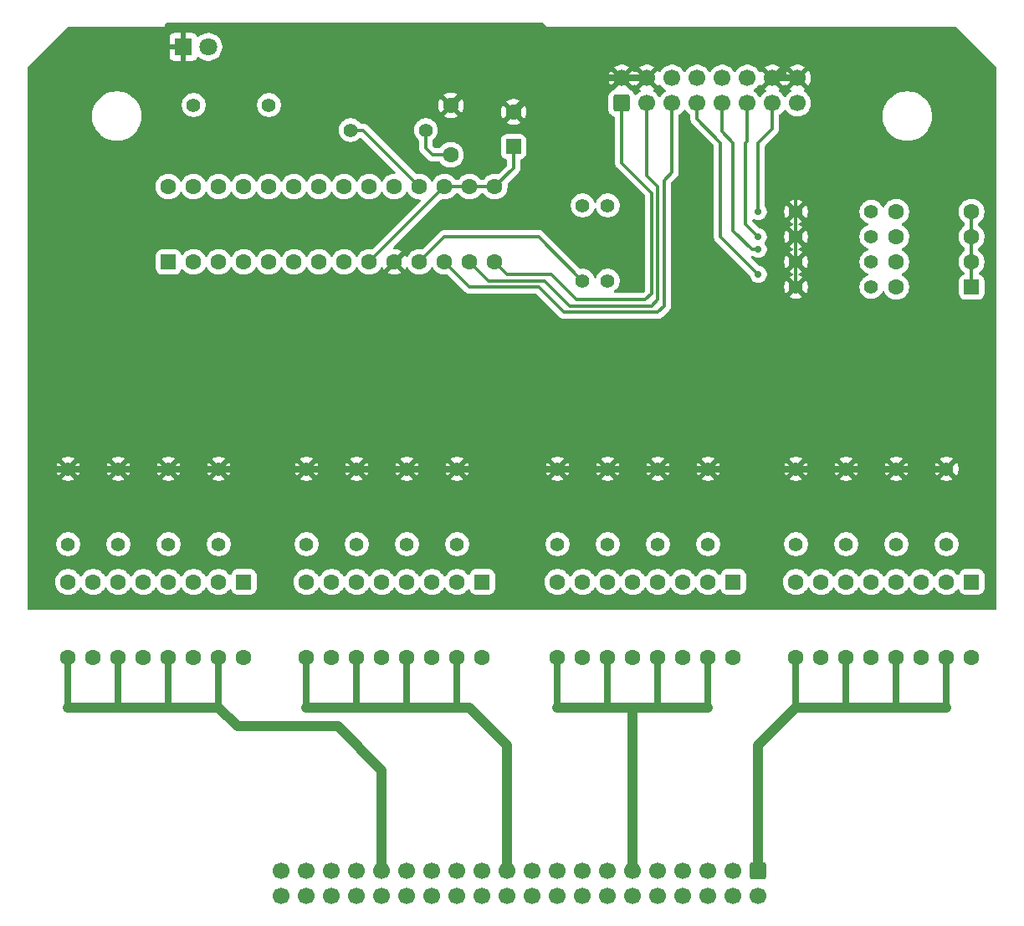
<source format=gbr>
%TF.GenerationSoftware,KiCad,Pcbnew,9.0.7*%
%TF.CreationDate,2026-02-03T14:01:29+01:00*%
%TF.ProjectId,lokho2-relays,6c6f6b68-6f32-42d7-9265-6c6179732e6b,rev?*%
%TF.SameCoordinates,Original*%
%TF.FileFunction,Copper,L2,Bot*%
%TF.FilePolarity,Positive*%
%FSLAX46Y46*%
G04 Gerber Fmt 4.6, Leading zero omitted, Abs format (unit mm)*
G04 Created by KiCad (PCBNEW 9.0.7) date 2026-02-03 14:01:29*
%MOMM*%
%LPD*%
G01*
G04 APERTURE LIST*
G04 Aperture macros list*
%AMRoundRect*
0 Rectangle with rounded corners*
0 $1 Rounding radius*
0 $2 $3 $4 $5 $6 $7 $8 $9 X,Y pos of 4 corners*
0 Add a 4 corners polygon primitive as box body*
4,1,4,$2,$3,$4,$5,$6,$7,$8,$9,$2,$3,0*
0 Add four circle primitives for the rounded corners*
1,1,$1+$1,$2,$3*
1,1,$1+$1,$4,$5*
1,1,$1+$1,$6,$7*
1,1,$1+$1,$8,$9*
0 Add four rect primitives between the rounded corners*
20,1,$1+$1,$2,$3,$4,$5,0*
20,1,$1+$1,$4,$5,$6,$7,0*
20,1,$1+$1,$6,$7,$8,$9,0*
20,1,$1+$1,$8,$9,$2,$3,0*%
G04 Aperture macros list end*
%TA.AperFunction,ComponentPad*%
%ADD10C,1.400000*%
%TD*%
%TA.AperFunction,ComponentPad*%
%ADD11RoundRect,0.250000X-0.550000X0.550000X-0.550000X-0.550000X0.550000X-0.550000X0.550000X0.550000X0*%
%TD*%
%TA.AperFunction,ComponentPad*%
%ADD12C,1.600000*%
%TD*%
%TA.AperFunction,ComponentPad*%
%ADD13RoundRect,0.250000X-0.600000X0.600000X-0.600000X-0.600000X0.600000X-0.600000X0.600000X0.600000X0*%
%TD*%
%TA.AperFunction,ComponentPad*%
%ADD14C,1.700000*%
%TD*%
%TA.AperFunction,ComponentPad*%
%ADD15R,1.800000X1.800000*%
%TD*%
%TA.AperFunction,ComponentPad*%
%ADD16C,1.800000*%
%TD*%
%TA.AperFunction,ComponentPad*%
%ADD17RoundRect,0.250000X0.600000X-0.600000X0.600000X0.600000X-0.600000X0.600000X-0.600000X-0.600000X0*%
%TD*%
%TA.AperFunction,ComponentPad*%
%ADD18RoundRect,0.250000X0.550000X-0.550000X0.550000X0.550000X-0.550000X0.550000X-0.550000X-0.550000X0*%
%TD*%
%TA.AperFunction,ComponentPad*%
%ADD19RoundRect,0.250000X0.550000X0.550000X-0.550000X0.550000X-0.550000X-0.550000X0.550000X-0.550000X0*%
%TD*%
%TA.AperFunction,ViaPad*%
%ADD20C,0.700000*%
%TD*%
%TA.AperFunction,Conductor*%
%ADD21C,0.350000*%
%TD*%
%TA.AperFunction,Conductor*%
%ADD22C,0.700000*%
%TD*%
%TA.AperFunction,Conductor*%
%ADD23C,1.000000*%
%TD*%
G04 APERTURE END LIST*
D10*
%TO.P,R15,1*%
%TO.N,GND*%
X183820000Y-95720000D03*
%TO.P,R15,2*%
%TO.N,Net-(R15-Pad2)*%
X183820000Y-103340000D03*
%TD*%
%TO.P,R18,1*%
%TO.N,GND*%
X115240000Y-95720000D03*
%TO.P,R18,2*%
%TO.N,Net-(R18-Pad2)*%
X115240000Y-103340000D03*
%TD*%
%TO.P,R10,1*%
%TO.N,GND*%
X164770000Y-95720000D03*
%TO.P,R10,2*%
%TO.N,Net-(R10-Pad2)*%
X164770000Y-103340000D03*
%TD*%
%TO.P,R4,1*%
%TO.N,Net-(U1-B3)*%
X186360000Y-69685000D03*
%TO.P,R4,2*%
%TO.N,GND*%
X178740000Y-69685000D03*
%TD*%
%TO.P,R20,1*%
%TO.N,GND*%
X105080000Y-95720000D03*
%TO.P,R20,2*%
%TO.N,Net-(R20-Pad2)*%
X105080000Y-103340000D03*
%TD*%
D11*
%TO.P,U5,1*%
%TO.N,GPA4*%
X122860000Y-107150000D03*
D12*
%TO.P,U5,2*%
%TO.N,Net-(R17-Pad2)*%
X120320000Y-107150000D03*
%TO.P,U5,3*%
%TO.N,GPA5*%
X117780000Y-107150000D03*
%TO.P,U5,4*%
%TO.N,Net-(R18-Pad2)*%
X115240000Y-107150000D03*
%TO.P,U5,5*%
%TO.N,GPA6*%
X112700000Y-107150000D03*
%TO.P,U5,6*%
%TO.N,Net-(R19-Pad2)*%
X110160000Y-107150000D03*
%TO.P,U5,7*%
%TO.N,GPA7*%
X107620000Y-107150000D03*
%TO.P,U5,8*%
%TO.N,Net-(R20-Pad2)*%
X105080000Y-107150000D03*
%TO.P,U5,9*%
%TO.N,IGND2*%
X105080000Y-114770000D03*
%TO.P,U5,10*%
%TO.N,GPA7I*%
X107620000Y-114770000D03*
%TO.P,U5,11*%
%TO.N,IGND2*%
X110160000Y-114770000D03*
%TO.P,U5,12*%
%TO.N,GPA6I*%
X112700000Y-114770000D03*
%TO.P,U5,13*%
%TO.N,IGND2*%
X115240000Y-114770000D03*
%TO.P,U5,14*%
%TO.N,GPA5I*%
X117780000Y-114770000D03*
%TO.P,U5,15*%
%TO.N,IGND2*%
X120320000Y-114770000D03*
%TO.P,U5,16*%
%TO.N,GPA4I*%
X122860000Y-114770000D03*
%TD*%
D10*
%TO.P,R14,1*%
%TO.N,GND*%
X188900000Y-95720000D03*
%TO.P,R14,2*%
%TO.N,Net-(R14-Pad2)*%
X188900000Y-103340000D03*
%TD*%
%TO.P,R7,1*%
%TO.N,Net-(U1-Oa=b)*%
X125400000Y-58890000D03*
%TO.P,R7,2*%
%TO.N,Net-(D1-A)*%
X117780000Y-58890000D03*
%TD*%
%TO.P,R22,1*%
%TO.N,GND*%
X139370000Y-95720000D03*
%TO.P,R22,2*%
%TO.N,Net-(R22-Pad2)*%
X139370000Y-103340000D03*
%TD*%
D12*
%TO.P,C2,1*%
%TO.N,GND*%
X143815000Y-58930000D03*
%TO.P,C2,2*%
%TO.N,+3V3*%
X143815000Y-63930000D03*
%TD*%
D13*
%TO.P,J1,1,Pin_1*%
%TO.N,IGND1*%
X174930000Y-136360000D03*
D14*
%TO.P,J1,2,Pin_2*%
%TO.N,IPWR1*%
X174930000Y-138900000D03*
%TO.P,J1,3,Pin_3*%
%TO.N,GPB7I*%
X172390000Y-136360000D03*
%TO.P,J1,4,Pin_4*%
%TO.N,IPWR1*%
X172390000Y-138900000D03*
%TO.P,J1,5,Pin_5*%
%TO.N,GPB6I*%
X169850000Y-136360000D03*
%TO.P,J1,6,Pin_6*%
%TO.N,IPWR1*%
X169850000Y-138900000D03*
%TO.P,J1,7,Pin_7*%
%TO.N,GPB5I*%
X167310000Y-136360000D03*
%TO.P,J1,8,Pin_8*%
%TO.N,IPWR1*%
X167310000Y-138900000D03*
%TO.P,J1,9,Pin_9*%
%TO.N,GPB4I*%
X164770000Y-136360000D03*
%TO.P,J1,10,Pin_10*%
%TO.N,IPWR1*%
X164770000Y-138900000D03*
%TO.P,J1,11,Pin_11*%
%TO.N,IGND0*%
X162230000Y-136360000D03*
%TO.P,J1,12,Pin_12*%
%TO.N,IPWR0*%
X162230000Y-138900000D03*
%TO.P,J1,13,Pin_13*%
%TO.N,GPB3I*%
X159690000Y-136360000D03*
%TO.P,J1,14,Pin_14*%
%TO.N,IPWR0*%
X159690000Y-138900000D03*
%TO.P,J1,15,Pin_15*%
%TO.N,GPB2I*%
X157150000Y-136360000D03*
%TO.P,J1,16,Pin_16*%
%TO.N,IPWR0*%
X157150000Y-138900000D03*
%TO.P,J1,17,Pin_17*%
%TO.N,GPB1I*%
X154610000Y-136360000D03*
%TO.P,J1,18,Pin_18*%
%TO.N,IPWR0*%
X154610000Y-138900000D03*
%TO.P,J1,19,Pin_19*%
%TO.N,GPB0I*%
X152070000Y-136360000D03*
%TO.P,J1,20,Pin_20*%
%TO.N,IPWR0*%
X152070000Y-138900000D03*
%TO.P,J1,21,Pin_21*%
%TO.N,IGND3*%
X149530000Y-136360000D03*
%TO.P,J1,22,Pin_22*%
%TO.N,IPWR3*%
X149530000Y-138900000D03*
%TO.P,J1,23,Pin_23*%
%TO.N,GPA0I*%
X146990000Y-136360000D03*
%TO.P,J1,24,Pin_24*%
%TO.N,IPWR3*%
X146990000Y-138900000D03*
%TO.P,J1,25,Pin_25*%
%TO.N,GPA1I*%
X144450000Y-136360000D03*
%TO.P,J1,26,Pin_26*%
%TO.N,IPWR3*%
X144450000Y-138900000D03*
%TO.P,J1,27,Pin_27*%
%TO.N,GPA2I*%
X141910000Y-136360000D03*
%TO.P,J1,28,Pin_28*%
%TO.N,IPWR3*%
X141910000Y-138900000D03*
%TO.P,J1,29,Pin_29*%
%TO.N,GPA3I*%
X139370000Y-136360000D03*
%TO.P,J1,30,Pin_30*%
%TO.N,IPWR3*%
X139370000Y-138900000D03*
%TO.P,J1,31,Pin_31*%
%TO.N,IGND2*%
X136830000Y-136360000D03*
%TO.P,J1,32,Pin_32*%
%TO.N,IPWR2*%
X136830000Y-138900000D03*
%TO.P,J1,33,Pin_33*%
%TO.N,GPA4I*%
X134290000Y-136360000D03*
%TO.P,J1,34,Pin_34*%
%TO.N,IPWR2*%
X134290000Y-138900000D03*
%TO.P,J1,35,Pin_35*%
%TO.N,GPA5I*%
X131750000Y-136360000D03*
%TO.P,J1,36,Pin_36*%
%TO.N,IPWR2*%
X131750000Y-138900000D03*
%TO.P,J1,37,Pin_37*%
%TO.N,GPA6I*%
X129210000Y-136360000D03*
%TO.P,J1,38,Pin_38*%
%TO.N,IPWR2*%
X129210000Y-138900000D03*
%TO.P,J1,39,Pin_39*%
%TO.N,GPA7I*%
X126670000Y-136360000D03*
%TO.P,J1,40,Pin_40*%
%TO.N,IPWR2*%
X126670000Y-138900000D03*
%TD*%
D10*
%TO.P,R9,1*%
%TO.N,GND*%
X169850000Y-95720000D03*
%TO.P,R9,2*%
%TO.N,Net-(R9-Pad2)*%
X169850000Y-103340000D03*
%TD*%
D11*
%TO.P,U3,1*%
%TO.N,GPB3*%
X172390000Y-107150000D03*
D12*
%TO.P,U3,2*%
%TO.N,Net-(R9-Pad2)*%
X169850000Y-107150000D03*
%TO.P,U3,3*%
%TO.N,GPB2*%
X167310000Y-107150000D03*
%TO.P,U3,4*%
%TO.N,Net-(R10-Pad2)*%
X164770000Y-107150000D03*
%TO.P,U3,5*%
%TO.N,GPB1*%
X162230000Y-107150000D03*
%TO.P,U3,6*%
%TO.N,Net-(R11-Pad2)*%
X159690000Y-107150000D03*
%TO.P,U3,7*%
%TO.N,GPB0*%
X157150000Y-107150000D03*
%TO.P,U3,8*%
%TO.N,Net-(R12-Pad2)*%
X154610000Y-107150000D03*
%TO.P,U3,9*%
%TO.N,IGND0*%
X154610000Y-114770000D03*
%TO.P,U3,10*%
%TO.N,GPB0I*%
X157150000Y-114770000D03*
%TO.P,U3,11*%
%TO.N,IGND0*%
X159690000Y-114770000D03*
%TO.P,U3,12*%
%TO.N,GPB1I*%
X162230000Y-114770000D03*
%TO.P,U3,13*%
%TO.N,IGND0*%
X164770000Y-114770000D03*
%TO.P,U3,14*%
%TO.N,GPB2I*%
X167310000Y-114770000D03*
%TO.P,U3,15*%
%TO.N,IGND0*%
X169850000Y-114770000D03*
%TO.P,U3,16*%
%TO.N,GPB3I*%
X172390000Y-114770000D03*
%TD*%
D15*
%TO.P,D1,1,K*%
%TO.N,GND*%
X116730000Y-53000000D03*
D16*
%TO.P,D1,2,A*%
%TO.N,Net-(D1-A)*%
X119270000Y-53000000D03*
%TD*%
D10*
%TO.P,R24,1*%
%TO.N,GND*%
X129210000Y-95720000D03*
%TO.P,R24,2*%
%TO.N,Net-(R24-Pad2)*%
X129210000Y-103340000D03*
%TD*%
D11*
%TO.P,U4,1*%
%TO.N,GPB7*%
X196520000Y-107150000D03*
D12*
%TO.P,U4,2*%
%TO.N,Net-(R13-Pad2)*%
X193980000Y-107150000D03*
%TO.P,U4,3*%
%TO.N,GPB6*%
X191440000Y-107150000D03*
%TO.P,U4,4*%
%TO.N,Net-(R14-Pad2)*%
X188900000Y-107150000D03*
%TO.P,U4,5*%
%TO.N,GPB5*%
X186360000Y-107150000D03*
%TO.P,U4,6*%
%TO.N,Net-(R15-Pad2)*%
X183820000Y-107150000D03*
%TO.P,U4,7*%
%TO.N,GPB4*%
X181280000Y-107150000D03*
%TO.P,U4,8*%
%TO.N,Net-(R16-Pad2)*%
X178740000Y-107150000D03*
%TO.P,U4,9*%
%TO.N,IGND1*%
X178740000Y-114770000D03*
%TO.P,U4,10*%
%TO.N,GPB4I*%
X181280000Y-114770000D03*
%TO.P,U4,11*%
%TO.N,IGND1*%
X183820000Y-114770000D03*
%TO.P,U4,12*%
%TO.N,GPB5I*%
X186360000Y-114770000D03*
%TO.P,U4,13*%
%TO.N,IGND1*%
X188900000Y-114770000D03*
%TO.P,U4,14*%
%TO.N,GPB6I*%
X191440000Y-114770000D03*
%TO.P,U4,15*%
%TO.N,IGND1*%
X193980000Y-114770000D03*
%TO.P,U4,16*%
%TO.N,GPB7I*%
X196520000Y-114770000D03*
%TD*%
D10*
%TO.P,R19,1*%
%TO.N,GND*%
X110160000Y-95720000D03*
%TO.P,R19,2*%
%TO.N,Net-(R19-Pad2)*%
X110160000Y-103340000D03*
%TD*%
%TO.P,R23,1*%
%TO.N,GND*%
X134290000Y-95720000D03*
%TO.P,R23,2*%
%TO.N,Net-(R23-Pad2)*%
X134290000Y-103340000D03*
%TD*%
%TO.P,R1,1*%
%TO.N,Net-(U1-B0)*%
X186360000Y-77305000D03*
%TO.P,R1,2*%
%TO.N,GND*%
X178740000Y-77305000D03*
%TD*%
%TO.P,R5,1*%
%TO.N,Net-(U1-Oa=b)*%
X159690000Y-69050000D03*
%TO.P,R5,2*%
%TO.N,Net-(Q1-B)*%
X159690000Y-76670000D03*
%TD*%
%TO.P,R11,1*%
%TO.N,GND*%
X159690000Y-95720000D03*
%TO.P,R11,2*%
%TO.N,Net-(R11-Pad2)*%
X159690000Y-103340000D03*
%TD*%
D17*
%TO.P,SPI1,1,Pin_1*%
%TO.N,SPI_MISO*%
X161110000Y-58697500D03*
D14*
%TO.P,SPI1,2,Pin_2*%
%TO.N,GND*%
X161110000Y-56157500D03*
%TO.P,SPI1,3,Pin_3*%
%TO.N,SPI_MOSI*%
X163650000Y-58697500D03*
%TO.P,SPI1,4,Pin_4*%
%TO.N,GND*%
X163650000Y-56157500D03*
%TO.P,SPI1,5,Pin_5*%
%TO.N,SPI_SCK*%
X166190000Y-58697500D03*
%TO.P,SPI1,6,Pin_6*%
%TO.N,+3V3*%
X166190000Y-56157500D03*
%TO.P,SPI1,7,Pin_7*%
%TO.N,SPI_S0*%
X168730000Y-58697500D03*
%TO.P,SPI1,8,Pin_8*%
%TO.N,+3V3*%
X168730000Y-56157500D03*
%TO.P,SPI1,9,Pin_9*%
%TO.N,SPI_S1*%
X171270000Y-58697500D03*
%TO.P,SPI1,10,Pin_10*%
%TO.N,+3V3*%
X171270000Y-56157500D03*
%TO.P,SPI1,11,Pin_11*%
%TO.N,SPI_S2*%
X173810000Y-58697500D03*
%TO.P,SPI1,12,Pin_12*%
%TO.N,+3V3*%
X173810000Y-56157500D03*
%TO.P,SPI1,13,Pin_13*%
%TO.N,SPI_S3*%
X176350000Y-58697500D03*
%TO.P,SPI1,14,Pin_14*%
%TO.N,GND*%
X176350000Y-56157500D03*
%TO.P,SPI1,15,Pin_15*%
%TO.N,GP*%
X178890000Y-58697500D03*
%TO.P,SPI1,16,Pin_16*%
%TO.N,GND*%
X178890000Y-56157500D03*
%TD*%
D10*
%TO.P,R2,1*%
%TO.N,Net-(U1-B1)*%
X186360000Y-74765000D03*
%TO.P,R2,2*%
%TO.N,GND*%
X178740000Y-74765000D03*
%TD*%
%TO.P,R16,1*%
%TO.N,GND*%
X178740000Y-95720000D03*
%TO.P,R16,2*%
%TO.N,Net-(R16-Pad2)*%
X178740000Y-103340000D03*
%TD*%
%TO.P,R21,1*%
%TO.N,GND*%
X144450000Y-95720000D03*
%TO.P,R21,2*%
%TO.N,Net-(R21-Pad2)*%
X144450000Y-103340000D03*
%TD*%
%TO.P,R8,1*%
%TO.N,+3V3*%
X141275000Y-61430000D03*
%TO.P,R8,2*%
%TO.N,Net-(U2-~{RESET})*%
X133655000Y-61430000D03*
%TD*%
%TO.P,R17,1*%
%TO.N,GND*%
X120320000Y-95720000D03*
%TO.P,R17,2*%
%TO.N,Net-(R17-Pad2)*%
X120320000Y-103340000D03*
%TD*%
D18*
%TO.P,C1,1*%
%TO.N,+3V3*%
X150165000Y-63082651D03*
D12*
%TO.P,C1,2*%
%TO.N,GND*%
X150165000Y-59582651D03*
%TD*%
D19*
%TO.P,SW1,1*%
%TO.N,+3V3*%
X196520000Y-77305000D03*
D12*
%TO.P,SW1,2*%
X196520000Y-74765000D03*
%TO.P,SW1,3*%
X196520000Y-72225000D03*
%TO.P,SW1,4*%
X196520000Y-69685000D03*
%TO.P,SW1,5*%
%TO.N,Net-(U1-B3)*%
X188900000Y-69685000D03*
%TO.P,SW1,6*%
%TO.N,Net-(U1-B2)*%
X188900000Y-72225000D03*
%TO.P,SW1,7*%
%TO.N,Net-(U1-B1)*%
X188900000Y-74765000D03*
%TO.P,SW1,8*%
%TO.N,Net-(U1-B0)*%
X188900000Y-77305000D03*
%TD*%
D11*
%TO.P,U6,1*%
%TO.N,GPA0*%
X146990000Y-107150000D03*
D12*
%TO.P,U6,2*%
%TO.N,Net-(R21-Pad2)*%
X144450000Y-107150000D03*
%TO.P,U6,3*%
%TO.N,GPA1*%
X141910000Y-107150000D03*
%TO.P,U6,4*%
%TO.N,Net-(R22-Pad2)*%
X139370000Y-107150000D03*
%TO.P,U6,5*%
%TO.N,GPA2*%
X136830000Y-107150000D03*
%TO.P,U6,6*%
%TO.N,Net-(R23-Pad2)*%
X134290000Y-107150000D03*
%TO.P,U6,7*%
%TO.N,GPA3*%
X131750000Y-107150000D03*
%TO.P,U6,8*%
%TO.N,Net-(R24-Pad2)*%
X129210000Y-107150000D03*
%TO.P,U6,9*%
%TO.N,IGND3*%
X129210000Y-114770000D03*
%TO.P,U6,10*%
%TO.N,GPA3I*%
X131750000Y-114770000D03*
%TO.P,U6,11*%
%TO.N,IGND3*%
X134290000Y-114770000D03*
%TO.P,U6,12*%
%TO.N,GPA2I*%
X136830000Y-114770000D03*
%TO.P,U6,13*%
%TO.N,IGND3*%
X139370000Y-114770000D03*
%TO.P,U6,14*%
%TO.N,GPA1I*%
X141910000Y-114770000D03*
%TO.P,U6,15*%
%TO.N,IGND3*%
X144450000Y-114770000D03*
%TO.P,U6,16*%
%TO.N,GPA0I*%
X146990000Y-114770000D03*
%TD*%
D10*
%TO.P,R12,1*%
%TO.N,GND*%
X154610000Y-95720000D03*
%TO.P,R12,2*%
%TO.N,Net-(R12-Pad2)*%
X154610000Y-103340000D03*
%TD*%
%TO.P,R6,1*%
%TO.N,ADDR_SEL*%
X157150000Y-76670000D03*
%TO.P,R6,2*%
%TO.N,+3V3*%
X157150000Y-69050000D03*
%TD*%
%TO.P,R13,1*%
%TO.N,GND*%
X193980000Y-95720000D03*
%TO.P,R13,2*%
%TO.N,Net-(R13-Pad2)*%
X193980000Y-103340000D03*
%TD*%
%TO.P,R3,1*%
%TO.N,Net-(U1-B2)*%
X186360000Y-72225000D03*
%TO.P,R3,2*%
%TO.N,GND*%
X178740000Y-72225000D03*
%TD*%
D18*
%TO.P,U2,1,GPB0*%
%TO.N,GPB0*%
X115240000Y-74765000D03*
D12*
%TO.P,U2,2,GPB1*%
%TO.N,GPB1*%
X117780000Y-74765000D03*
%TO.P,U2,3,GPB2*%
%TO.N,GPB2*%
X120320000Y-74765000D03*
%TO.P,U2,4,GPB3*%
%TO.N,GPB3*%
X122860000Y-74765000D03*
%TO.P,U2,5,GPB4*%
%TO.N,GPB4*%
X125400000Y-74765000D03*
%TO.P,U2,6,GPB5*%
%TO.N,GPB5*%
X127940000Y-74765000D03*
%TO.P,U2,7,GPB6*%
%TO.N,GPB6*%
X130480000Y-74765000D03*
%TO.P,U2,8,GPB7*%
%TO.N,GPB7*%
X133020000Y-74765000D03*
%TO.P,U2,9,VDD*%
%TO.N,+3V3*%
X135560000Y-74765000D03*
%TO.P,U2,10,VSS*%
%TO.N,GND*%
X138100000Y-74765000D03*
%TO.P,U2,11,~{CS}*%
%TO.N,ADDR_SEL*%
X140640000Y-74765000D03*
%TO.P,U2,12,SCK*%
%TO.N,SPI_SCK*%
X143180000Y-74765000D03*
%TO.P,U2,13,SI*%
%TO.N,SPI_MOSI*%
X145720000Y-74765000D03*
%TO.P,U2,14,SO*%
%TO.N,SPI_MISO*%
X148260000Y-74765000D03*
%TO.P,U2,15,A0*%
%TO.N,+3V3*%
X148260000Y-67145000D03*
%TO.P,U2,16,A1*%
X145720000Y-67145000D03*
%TO.P,U2,17,A2*%
X143180000Y-67145000D03*
%TO.P,U2,18,~{RESET}*%
%TO.N,Net-(U2-~{RESET})*%
X140640000Y-67145000D03*
%TO.P,U2,19,INTB*%
%TO.N,unconnected-(U2-INTB-Pad19)*%
X138100000Y-67145000D03*
%TO.P,U2,20,INTA*%
%TO.N,unconnected-(U2-INTA-Pad20)*%
X135560000Y-67145000D03*
%TO.P,U2,21,GPA0*%
%TO.N,GPA0*%
X133020000Y-67145000D03*
%TO.P,U2,22,GPA1*%
%TO.N,GPA1*%
X130480000Y-67145000D03*
%TO.P,U2,23,GPA2*%
%TO.N,GPA2*%
X127940000Y-67145000D03*
%TO.P,U2,24,GPA3*%
%TO.N,GPA3*%
X125400000Y-67145000D03*
%TO.P,U2,25,GPA4*%
%TO.N,GPA4*%
X122860000Y-67145000D03*
%TO.P,U2,26,GPA5*%
%TO.N,GPA5*%
X120320000Y-67145000D03*
%TO.P,U2,27,GPA6*%
%TO.N,GPA6*%
X117780000Y-67145000D03*
%TO.P,U2,28,GPA7*%
%TO.N,GPA7*%
X115240000Y-67145000D03*
%TD*%
D20*
%TO.N,GND*%
X162865000Y-69685000D03*
X162865000Y-72225000D03*
X162865000Y-77305000D03*
%TO.N,SPI_S0*%
X174930000Y-76035000D03*
%TO.N,SPI_S1*%
X174930000Y-73495000D03*
%TO.N,SPI_S2*%
X174930000Y-72225000D03*
%TO.N,SPI_S3*%
X174930000Y-69685000D03*
%TD*%
D21*
%TO.N,SPI_MISO*%
X148260000Y-74765000D02*
X149495000Y-76000000D01*
X164135000Y-67780000D02*
X161110000Y-64755000D01*
X149495000Y-76000000D02*
X153940000Y-76000000D01*
X161110000Y-64755000D02*
X161110000Y-58697500D01*
X163500000Y-78575000D02*
X164135000Y-77940000D01*
X156515000Y-78575000D02*
X163500000Y-78575000D01*
X164135000Y-77940000D02*
X164135000Y-67780000D01*
X153940000Y-76000000D02*
X156515000Y-78575000D01*
D22*
%TO.N,GND*%
X124130000Y-50851000D02*
X117145000Y-50851000D01*
D21*
X178740000Y-63335000D02*
X181915000Y-60160000D01*
X138100000Y-74765000D02*
X143815000Y-69050000D01*
D22*
X102540000Y-76670000D02*
X102540000Y-95720000D01*
X121590000Y-53391000D02*
X121590000Y-61430000D01*
D21*
X116730000Y-53000000D02*
X116730000Y-51266000D01*
D22*
X151463826Y-58283826D02*
X150165000Y-59582651D01*
D21*
X154610000Y-63970000D02*
X154610000Y-61430000D01*
D22*
X177470000Y-54445000D02*
X176835000Y-53810000D01*
X176835000Y-53810000D02*
X155937652Y-53810000D01*
X153368826Y-56378826D02*
X151463826Y-58283826D01*
X117145000Y-50851000D02*
X115240000Y-50851000D01*
X153590151Y-56157500D02*
X153368826Y-56378826D01*
D21*
X162865000Y-69685000D02*
X154610000Y-61430000D01*
X154610000Y-61430000D02*
X152705000Y-59525000D01*
D22*
X124130000Y-50851000D02*
X121590000Y-53391000D01*
D21*
X116730000Y-51266000D02*
X117145000Y-50851000D01*
D22*
X155937652Y-53810000D02*
X153368826Y-56378826D01*
D21*
X152705000Y-59525000D02*
X151463826Y-58283826D01*
D22*
X143815000Y-58930000D02*
X146587500Y-56157500D01*
D21*
X162865000Y-72225000D02*
X162865000Y-77305000D01*
D22*
X117780000Y-65240000D02*
X113970000Y-65240000D01*
X145720000Y-50851000D02*
X124130000Y-50851000D01*
X121590000Y-61430000D02*
X117780000Y-65240000D01*
X177470000Y-56157500D02*
X177470000Y-54445000D01*
X102540000Y-95720000D02*
X193980000Y-95720000D01*
D21*
X149530000Y-69050000D02*
X154610000Y-63970000D01*
D22*
X177470000Y-56157500D02*
X176350000Y-56157500D01*
D21*
X181915000Y-54445000D02*
X181280000Y-53810000D01*
D22*
X163650000Y-56157500D02*
X153590151Y-56157500D01*
X178890000Y-56157500D02*
X177470000Y-56157500D01*
D21*
X178740000Y-77305000D02*
X178740000Y-69685000D01*
X181280000Y-53810000D02*
X176835000Y-53810000D01*
X143815000Y-69050000D02*
X149530000Y-69050000D01*
D22*
X113970000Y-65240000D02*
X102540000Y-76670000D01*
X155937652Y-53810000D02*
X152978652Y-50851000D01*
D21*
X178740000Y-69685000D02*
X178740000Y-63335000D01*
D22*
X152978652Y-50851000D02*
X145720000Y-50851000D01*
D21*
X181915000Y-60160000D02*
X181915000Y-54445000D01*
X162865000Y-69685000D02*
X162865000Y-72225000D01*
D22*
X146587500Y-56157500D02*
X153590151Y-56157500D01*
D21*
%TO.N,SPI_MOSI*%
X153340000Y-76670000D02*
X155880000Y-79210000D01*
X145720000Y-74765000D02*
X147625000Y-76670000D01*
X155880000Y-79210000D02*
X164135000Y-79210000D01*
X164770000Y-67145000D02*
X163650000Y-66025000D01*
X164770000Y-78575000D02*
X164770000Y-67145000D01*
X147625000Y-76670000D02*
X153340000Y-76670000D01*
X164135000Y-79210000D02*
X164770000Y-78575000D01*
X163650000Y-66025000D02*
X163650000Y-58697500D01*
%TO.N,SPI_SCK*%
X152705000Y-77305000D02*
X155245000Y-79845000D01*
X164770000Y-79845000D02*
X165405000Y-79210000D01*
X165405000Y-66510000D02*
X166190000Y-65725000D01*
X165405000Y-79210000D02*
X165405000Y-66510000D01*
X145720000Y-77305000D02*
X152705000Y-77305000D01*
X155245000Y-79845000D02*
X164770000Y-79845000D01*
X143180000Y-74765000D02*
X145720000Y-77305000D01*
X166190000Y-65725000D02*
X166190000Y-58697500D01*
%TO.N,+3V3*%
X143180000Y-67145000D02*
X148260000Y-67145000D01*
X141275000Y-61430000D02*
X141275000Y-63255000D01*
X150165000Y-65240000D02*
X150165000Y-63082651D01*
X141950000Y-63930000D02*
X143815000Y-63930000D01*
X196520000Y-77305000D02*
X196520000Y-69685000D01*
X148260000Y-67145000D02*
X150165000Y-65240000D01*
X135560000Y-74765000D02*
X143180000Y-67145000D01*
X141275000Y-63255000D02*
X141950000Y-63930000D01*
%TO.N,SPI_S0*%
X174930000Y-76035000D02*
X171120000Y-72225000D01*
X168730000Y-60310000D02*
X168730000Y-58697500D01*
X171120000Y-72225000D02*
X171120000Y-62700000D01*
X171120000Y-62700000D02*
X168730000Y-60310000D01*
%TO.N,SPI_S1*%
X172390000Y-71590000D02*
X172390000Y-62700000D01*
X171270000Y-61580000D02*
X171270000Y-58697500D01*
X174295000Y-73495000D02*
X172390000Y-71590000D01*
X172390000Y-62700000D02*
X171270000Y-61580000D01*
X174930000Y-73495000D02*
X174295000Y-73495000D01*
%TO.N,SPI_S2*%
X173810000Y-62550000D02*
X173810000Y-58697500D01*
X174930000Y-72225000D02*
X173660000Y-70955000D01*
X173660000Y-62700000D02*
X173810000Y-62550000D01*
X173660000Y-70955000D02*
X173660000Y-62700000D01*
%TO.N,SPI_S3*%
X176350000Y-58697500D02*
X176350000Y-61280000D01*
X174930000Y-62700000D02*
X174930000Y-69685000D01*
X176350000Y-61280000D02*
X174930000Y-62700000D01*
%TO.N,ADDR_SEL*%
X152705000Y-72225000D02*
X157150000Y-76670000D01*
X140640000Y-74765000D02*
X143180000Y-72225000D01*
X143180000Y-72225000D02*
X152705000Y-72225000D01*
%TO.N,Net-(U2-~{RESET})*%
X134925000Y-61430000D02*
X133655000Y-61430000D01*
X140640000Y-67145000D02*
X134925000Y-61430000D01*
D23*
%TO.N,IGND0*%
X166040000Y-119850000D02*
X164770000Y-119850000D01*
D22*
X159690000Y-114770000D02*
X159690000Y-119850000D01*
D23*
X159690000Y-119850000D02*
X154610000Y-119850000D01*
X164770000Y-119850000D02*
X162230000Y-119850000D01*
X169850000Y-119850000D02*
X166040000Y-119850000D01*
X162230000Y-136360000D02*
X162230000Y-119850000D01*
D22*
X169850000Y-114770000D02*
X169850000Y-119850000D01*
X164770000Y-114770000D02*
X164770000Y-119850000D01*
X154610000Y-114770000D02*
X154610000Y-119850000D01*
D23*
X162230000Y-119850000D02*
X159690000Y-119850000D01*
D22*
%TO.N,IGND1*%
X178740000Y-114770000D02*
X178740000Y-119850000D01*
D23*
X188900000Y-119850000D02*
X193980000Y-119850000D01*
X183820000Y-119850000D02*
X188900000Y-119850000D01*
X178740000Y-119850000D02*
X183820000Y-119850000D01*
D22*
X193980000Y-114770000D02*
X193980000Y-119850000D01*
X183820000Y-114770000D02*
X183820000Y-119850000D01*
D23*
X174930000Y-123660000D02*
X178740000Y-119850000D01*
D22*
X188900000Y-114770000D02*
X188900000Y-119850000D01*
D23*
X174930000Y-136360000D02*
X174930000Y-123660000D01*
%TO.N,IGND2*%
X110160000Y-119850000D02*
X105080000Y-119850000D01*
X115240000Y-119850000D02*
X110160000Y-119850000D01*
D22*
X115240000Y-114770000D02*
X115240000Y-119850000D01*
D23*
X132385000Y-121755000D02*
X131750000Y-121755000D01*
D22*
X110160000Y-114770000D02*
X110160000Y-119850000D01*
D23*
X131750000Y-121755000D02*
X122225000Y-121755000D01*
X120320000Y-119850000D02*
X115240000Y-119850000D01*
X122225000Y-121755000D02*
X120320000Y-119850000D01*
X136830000Y-126200000D02*
X132385000Y-121755000D01*
X136830000Y-136360000D02*
X136830000Y-126200000D01*
D22*
X105080000Y-114770000D02*
X105080000Y-119850000D01*
X120320000Y-114770000D02*
X120320000Y-119850000D01*
%TO.N,IGND3*%
X139370000Y-114770000D02*
X139370000Y-119850000D01*
D23*
X149530000Y-123660000D02*
X145720000Y-119850000D01*
X134290000Y-119850000D02*
X129210000Y-119850000D01*
D22*
X144450000Y-114770000D02*
X144450000Y-119850000D01*
D23*
X144450000Y-119850000D02*
X139370000Y-119850000D01*
X149530000Y-136360000D02*
X149530000Y-123660000D01*
X145720000Y-119850000D02*
X144450000Y-119850000D01*
D22*
X134290000Y-114770000D02*
X134290000Y-119850000D01*
D23*
X139370000Y-119850000D02*
X134290000Y-119850000D01*
D22*
X129210000Y-114770000D02*
X129210000Y-119850000D01*
%TD*%
%TA.AperFunction,Conductor*%
%TO.N,GND*%
G36*
X164765270Y-56919217D02*
G01*
X164765270Y-56919216D01*
X164804622Y-56865055D01*
X164809232Y-56856007D01*
X164857205Y-56805209D01*
X164925025Y-56788412D01*
X164991161Y-56810947D01*
X165030204Y-56856004D01*
X165034949Y-56865317D01*
X165159890Y-57037286D01*
X165310213Y-57187609D01*
X165482182Y-57312550D01*
X165490946Y-57317016D01*
X165541742Y-57364991D01*
X165558536Y-57432812D01*
X165535998Y-57498947D01*
X165490946Y-57537984D01*
X165482182Y-57542449D01*
X165310213Y-57667390D01*
X165159890Y-57817713D01*
X165034949Y-57989682D01*
X165030484Y-57998446D01*
X164982509Y-58049242D01*
X164914688Y-58066036D01*
X164848553Y-58043498D01*
X164809516Y-57998446D01*
X164805050Y-57989682D01*
X164680109Y-57817713D01*
X164529786Y-57667390D01*
X164357817Y-57542449D01*
X164348504Y-57537704D01*
X164297707Y-57489730D01*
X164280912Y-57421909D01*
X164303449Y-57355774D01*
X164348507Y-57316732D01*
X164357555Y-57312122D01*
X164411716Y-57272770D01*
X164411717Y-57272770D01*
X163779408Y-56640462D01*
X163842993Y-56623425D01*
X163957007Y-56557599D01*
X164050099Y-56464507D01*
X164115925Y-56350493D01*
X164132962Y-56286908D01*
X164765270Y-56919217D01*
G37*
%TD.AperFunction*%
%TA.AperFunction,Conductor*%
G36*
X175884075Y-56350493D02*
G01*
X175949901Y-56464507D01*
X176042993Y-56557599D01*
X176157007Y-56623425D01*
X176220590Y-56640462D01*
X175588282Y-57272769D01*
X175588282Y-57272770D01*
X175642452Y-57312126D01*
X175642451Y-57312126D01*
X175651495Y-57316734D01*
X175702292Y-57364708D01*
X175719087Y-57432529D01*
X175696550Y-57498664D01*
X175651499Y-57537702D01*
X175642182Y-57542449D01*
X175470213Y-57667390D01*
X175319890Y-57817713D01*
X175194949Y-57989682D01*
X175190484Y-57998446D01*
X175142509Y-58049242D01*
X175074688Y-58066036D01*
X175008553Y-58043498D01*
X174969516Y-57998446D01*
X174965050Y-57989682D01*
X174840109Y-57817713D01*
X174689786Y-57667390D01*
X174517820Y-57542451D01*
X174517115Y-57542091D01*
X174509054Y-57537985D01*
X174458259Y-57490012D01*
X174441463Y-57422192D01*
X174463999Y-57356056D01*
X174509054Y-57317015D01*
X174517816Y-57312551D01*
X174572572Y-57272769D01*
X174689786Y-57187609D01*
X174689788Y-57187606D01*
X174689792Y-57187604D01*
X174840104Y-57037292D01*
X174840106Y-57037288D01*
X174840109Y-57037286D01*
X174925890Y-56919217D01*
X174965051Y-56865316D01*
X174969793Y-56856008D01*
X175017763Y-56805211D01*
X175085583Y-56788411D01*
X175151719Y-56810945D01*
X175190763Y-56856000D01*
X175195373Y-56865047D01*
X175234728Y-56919216D01*
X175867037Y-56286908D01*
X175884075Y-56350493D01*
G37*
%TD.AperFunction*%
%TA.AperFunction,Conductor*%
G36*
X178424075Y-56350493D02*
G01*
X178489901Y-56464507D01*
X178582993Y-56557599D01*
X178697007Y-56623425D01*
X178760590Y-56640462D01*
X178128282Y-57272769D01*
X178128282Y-57272770D01*
X178182452Y-57312126D01*
X178182451Y-57312126D01*
X178191495Y-57316734D01*
X178242292Y-57364708D01*
X178259087Y-57432529D01*
X178236550Y-57498664D01*
X178191499Y-57537702D01*
X178182182Y-57542449D01*
X178010213Y-57667390D01*
X177859890Y-57817713D01*
X177734949Y-57989682D01*
X177730484Y-57998446D01*
X177682509Y-58049242D01*
X177614688Y-58066036D01*
X177548553Y-58043498D01*
X177509516Y-57998446D01*
X177505050Y-57989682D01*
X177380109Y-57817713D01*
X177229786Y-57667390D01*
X177057817Y-57542449D01*
X177048504Y-57537704D01*
X176997707Y-57489730D01*
X176980912Y-57421909D01*
X177003449Y-57355774D01*
X177048507Y-57316732D01*
X177057555Y-57312122D01*
X177111716Y-57272770D01*
X177111717Y-57272770D01*
X176479408Y-56640462D01*
X176542993Y-56623425D01*
X176657007Y-56557599D01*
X176750099Y-56464507D01*
X176815925Y-56350493D01*
X176832962Y-56286908D01*
X177465270Y-56919217D01*
X177465270Y-56919216D01*
X177504622Y-56865054D01*
X177509514Y-56855454D01*
X177557488Y-56804657D01*
X177625308Y-56787861D01*
X177691444Y-56810397D01*
X177730486Y-56855454D01*
X177735375Y-56865050D01*
X177774728Y-56919216D01*
X178407037Y-56286908D01*
X178424075Y-56350493D01*
G37*
%TD.AperFunction*%
%TA.AperFunction,Conductor*%
G36*
X163184075Y-56350493D02*
G01*
X163249901Y-56464507D01*
X163342993Y-56557599D01*
X163457007Y-56623425D01*
X163520590Y-56640462D01*
X162888282Y-57272769D01*
X162888282Y-57272770D01*
X162942452Y-57312126D01*
X162942451Y-57312126D01*
X162951495Y-57316734D01*
X163002292Y-57364708D01*
X163019087Y-57432529D01*
X162996550Y-57498664D01*
X162951499Y-57537702D01*
X162942182Y-57542449D01*
X162770213Y-57667390D01*
X162619894Y-57817709D01*
X162619885Y-57817719D01*
X162616330Y-57822613D01*
X162560997Y-57865275D01*
X162491383Y-57871248D01*
X162429591Y-57838637D01*
X162398312Y-57788723D01*
X162394815Y-57778170D01*
X162394814Y-57778166D01*
X162302712Y-57628844D01*
X162178656Y-57504788D01*
X162061505Y-57432529D01*
X162029336Y-57412687D01*
X162029331Y-57412685D01*
X162018382Y-57409057D01*
X161957228Y-57388792D01*
X161899784Y-57349020D01*
X161872961Y-57284504D01*
X161872801Y-57273854D01*
X161239408Y-56640462D01*
X161302993Y-56623425D01*
X161417007Y-56557599D01*
X161510099Y-56464507D01*
X161575925Y-56350493D01*
X161592962Y-56286908D01*
X162225270Y-56919217D01*
X162225270Y-56919216D01*
X162264622Y-56865054D01*
X162269514Y-56855454D01*
X162317488Y-56804657D01*
X162385308Y-56787861D01*
X162451444Y-56810397D01*
X162490486Y-56855454D01*
X162495375Y-56865050D01*
X162534728Y-56919216D01*
X163167037Y-56286908D01*
X163184075Y-56350493D01*
G37*
%TD.AperFunction*%
%TA.AperFunction,Conductor*%
G36*
X195015677Y-51019685D02*
G01*
X195036319Y-51036319D01*
X198963681Y-54963681D01*
X198997166Y-55025004D01*
X199000000Y-55051362D01*
X199000000Y-109876000D01*
X198980315Y-109943039D01*
X198927511Y-109988794D01*
X198876000Y-110000000D01*
X101124000Y-110000000D01*
X101056961Y-109980315D01*
X101011206Y-109927511D01*
X101000000Y-109876000D01*
X101000000Y-107047648D01*
X103779500Y-107047648D01*
X103779500Y-107252351D01*
X103811522Y-107454534D01*
X103874781Y-107649223D01*
X103967715Y-107831613D01*
X104088028Y-107997213D01*
X104232786Y-108141971D01*
X104387749Y-108254556D01*
X104398390Y-108262287D01*
X104514607Y-108321503D01*
X104580776Y-108355218D01*
X104580778Y-108355218D01*
X104580781Y-108355220D01*
X104671856Y-108384812D01*
X104775465Y-108418477D01*
X104876557Y-108434488D01*
X104977648Y-108450500D01*
X104977649Y-108450500D01*
X105182351Y-108450500D01*
X105182352Y-108450500D01*
X105384534Y-108418477D01*
X105579219Y-108355220D01*
X105761610Y-108262287D01*
X105890482Y-108168657D01*
X105927213Y-108141971D01*
X105927215Y-108141968D01*
X105927219Y-108141966D01*
X106071966Y-107997219D01*
X106071968Y-107997215D01*
X106071971Y-107997213D01*
X106192284Y-107831614D01*
X106192285Y-107831613D01*
X106192287Y-107831610D01*
X106239516Y-107738917D01*
X106287489Y-107688123D01*
X106355310Y-107671328D01*
X106421445Y-107693865D01*
X106460483Y-107738917D01*
X106466139Y-107750016D01*
X106507715Y-107831614D01*
X106628028Y-107997213D01*
X106772786Y-108141971D01*
X106927749Y-108254556D01*
X106938390Y-108262287D01*
X107054607Y-108321503D01*
X107120776Y-108355218D01*
X107120778Y-108355218D01*
X107120781Y-108355220D01*
X107211856Y-108384812D01*
X107315465Y-108418477D01*
X107416557Y-108434488D01*
X107517648Y-108450500D01*
X107517649Y-108450500D01*
X107722351Y-108450500D01*
X107722352Y-108450500D01*
X107924534Y-108418477D01*
X108119219Y-108355220D01*
X108301610Y-108262287D01*
X108430482Y-108168657D01*
X108467213Y-108141971D01*
X108467215Y-108141968D01*
X108467219Y-108141966D01*
X108611966Y-107997219D01*
X108611968Y-107997215D01*
X108611971Y-107997213D01*
X108732284Y-107831614D01*
X108732285Y-107831613D01*
X108732287Y-107831610D01*
X108779516Y-107738917D01*
X108827489Y-107688123D01*
X108895310Y-107671328D01*
X108961445Y-107693865D01*
X109000483Y-107738917D01*
X109006139Y-107750016D01*
X109047715Y-107831614D01*
X109168028Y-107997213D01*
X109312786Y-108141971D01*
X109467749Y-108254556D01*
X109478390Y-108262287D01*
X109594607Y-108321503D01*
X109660776Y-108355218D01*
X109660778Y-108355218D01*
X109660781Y-108355220D01*
X109751856Y-108384812D01*
X109855465Y-108418477D01*
X109956557Y-108434488D01*
X110057648Y-108450500D01*
X110057649Y-108450500D01*
X110262351Y-108450500D01*
X110262352Y-108450500D01*
X110464534Y-108418477D01*
X110659219Y-108355220D01*
X110841610Y-108262287D01*
X110970482Y-108168657D01*
X111007213Y-108141971D01*
X111007215Y-108141968D01*
X111007219Y-108141966D01*
X111151966Y-107997219D01*
X111151968Y-107997215D01*
X111151971Y-107997213D01*
X111272284Y-107831614D01*
X111272285Y-107831613D01*
X111272287Y-107831610D01*
X111319516Y-107738917D01*
X111367489Y-107688123D01*
X111435310Y-107671328D01*
X111501445Y-107693865D01*
X111540483Y-107738917D01*
X111546139Y-107750016D01*
X111587715Y-107831614D01*
X111708028Y-107997213D01*
X111852786Y-108141971D01*
X112007749Y-108254556D01*
X112018390Y-108262287D01*
X112134607Y-108321503D01*
X112200776Y-108355218D01*
X112200778Y-108355218D01*
X112200781Y-108355220D01*
X112291856Y-108384812D01*
X112395465Y-108418477D01*
X112496557Y-108434488D01*
X112597648Y-108450500D01*
X112597649Y-108450500D01*
X112802351Y-108450500D01*
X112802352Y-108450500D01*
X113004534Y-108418477D01*
X113199219Y-108355220D01*
X113381610Y-108262287D01*
X113510482Y-108168657D01*
X113547213Y-108141971D01*
X113547215Y-108141968D01*
X113547219Y-108141966D01*
X113691966Y-107997219D01*
X113691968Y-107997215D01*
X113691971Y-107997213D01*
X113812284Y-107831614D01*
X113812285Y-107831613D01*
X113812287Y-107831610D01*
X113859516Y-107738917D01*
X113907489Y-107688123D01*
X113975310Y-107671328D01*
X114041445Y-107693865D01*
X114080483Y-107738917D01*
X114086139Y-107750016D01*
X114127715Y-107831614D01*
X114248028Y-107997213D01*
X114392786Y-108141971D01*
X114547749Y-108254556D01*
X114558390Y-108262287D01*
X114674607Y-108321503D01*
X114740776Y-108355218D01*
X114740778Y-108355218D01*
X114740781Y-108355220D01*
X114831856Y-108384812D01*
X114935465Y-108418477D01*
X115036557Y-108434488D01*
X115137648Y-108450500D01*
X115137649Y-108450500D01*
X115342351Y-108450500D01*
X115342352Y-108450500D01*
X115544534Y-108418477D01*
X115739219Y-108355220D01*
X115921610Y-108262287D01*
X116050482Y-108168657D01*
X116087213Y-108141971D01*
X116087215Y-108141968D01*
X116087219Y-108141966D01*
X116231966Y-107997219D01*
X116231968Y-107997215D01*
X116231971Y-107997213D01*
X116352284Y-107831614D01*
X116352285Y-107831613D01*
X116352287Y-107831610D01*
X116399516Y-107738917D01*
X116447489Y-107688123D01*
X116515310Y-107671328D01*
X116581445Y-107693865D01*
X116620483Y-107738917D01*
X116626139Y-107750016D01*
X116667715Y-107831614D01*
X116788028Y-107997213D01*
X116932786Y-108141971D01*
X117087749Y-108254556D01*
X117098390Y-108262287D01*
X117214607Y-108321503D01*
X117280776Y-108355218D01*
X117280778Y-108355218D01*
X117280781Y-108355220D01*
X117371856Y-108384812D01*
X117475465Y-108418477D01*
X117576557Y-108434488D01*
X117677648Y-108450500D01*
X117677649Y-108450500D01*
X117882351Y-108450500D01*
X117882352Y-108450500D01*
X118084534Y-108418477D01*
X118279219Y-108355220D01*
X118461610Y-108262287D01*
X118590482Y-108168657D01*
X118627213Y-108141971D01*
X118627215Y-108141968D01*
X118627219Y-108141966D01*
X118771966Y-107997219D01*
X118771968Y-107997215D01*
X118771971Y-107997213D01*
X118892284Y-107831614D01*
X118892285Y-107831613D01*
X118892287Y-107831610D01*
X118939516Y-107738917D01*
X118987489Y-107688123D01*
X119055310Y-107671328D01*
X119121445Y-107693865D01*
X119160483Y-107738917D01*
X119166139Y-107750016D01*
X119207715Y-107831614D01*
X119328028Y-107997213D01*
X119472786Y-108141971D01*
X119627749Y-108254556D01*
X119638390Y-108262287D01*
X119754607Y-108321503D01*
X119820776Y-108355218D01*
X119820778Y-108355218D01*
X119820781Y-108355220D01*
X119911856Y-108384812D01*
X120015465Y-108418477D01*
X120116557Y-108434488D01*
X120217648Y-108450500D01*
X120217649Y-108450500D01*
X120422351Y-108450500D01*
X120422352Y-108450500D01*
X120624534Y-108418477D01*
X120819219Y-108355220D01*
X121001610Y-108262287D01*
X121130482Y-108168657D01*
X121167213Y-108141971D01*
X121167215Y-108141968D01*
X121167219Y-108141966D01*
X121311966Y-107997219D01*
X121380021Y-107903547D01*
X121435349Y-107860882D01*
X121504963Y-107854902D01*
X121566758Y-107887507D01*
X121598044Y-107937427D01*
X121625186Y-108019334D01*
X121717288Y-108168656D01*
X121841344Y-108292712D01*
X121990666Y-108384814D01*
X122157203Y-108439999D01*
X122259991Y-108450500D01*
X123460008Y-108450499D01*
X123562797Y-108439999D01*
X123729334Y-108384814D01*
X123878656Y-108292712D01*
X124002712Y-108168656D01*
X124094814Y-108019334D01*
X124149999Y-107852797D01*
X124160500Y-107750009D01*
X124160499Y-107047648D01*
X127909500Y-107047648D01*
X127909500Y-107252351D01*
X127941522Y-107454534D01*
X128004781Y-107649223D01*
X128097715Y-107831613D01*
X128218028Y-107997213D01*
X128362786Y-108141971D01*
X128517749Y-108254556D01*
X128528390Y-108262287D01*
X128644607Y-108321503D01*
X128710776Y-108355218D01*
X128710778Y-108355218D01*
X128710781Y-108355220D01*
X128801856Y-108384812D01*
X128905465Y-108418477D01*
X129006557Y-108434488D01*
X129107648Y-108450500D01*
X129107649Y-108450500D01*
X129312351Y-108450500D01*
X129312352Y-108450500D01*
X129514534Y-108418477D01*
X129709219Y-108355220D01*
X129891610Y-108262287D01*
X130020482Y-108168657D01*
X130057213Y-108141971D01*
X130057215Y-108141968D01*
X130057219Y-108141966D01*
X130201966Y-107997219D01*
X130201968Y-107997215D01*
X130201971Y-107997213D01*
X130322284Y-107831614D01*
X130322285Y-107831613D01*
X130322287Y-107831610D01*
X130369516Y-107738917D01*
X130417489Y-107688123D01*
X130485310Y-107671328D01*
X130551445Y-107693865D01*
X130590483Y-107738917D01*
X130596139Y-107750016D01*
X130637715Y-107831614D01*
X130758028Y-107997213D01*
X130902786Y-108141971D01*
X131057749Y-108254556D01*
X131068390Y-108262287D01*
X131184607Y-108321503D01*
X131250776Y-108355218D01*
X131250778Y-108355218D01*
X131250781Y-108355220D01*
X131341856Y-108384812D01*
X131445465Y-108418477D01*
X131546557Y-108434488D01*
X131647648Y-108450500D01*
X131647649Y-108450500D01*
X131852351Y-108450500D01*
X131852352Y-108450500D01*
X132054534Y-108418477D01*
X132249219Y-108355220D01*
X132431610Y-108262287D01*
X132560482Y-108168657D01*
X132597213Y-108141971D01*
X132597215Y-108141968D01*
X132597219Y-108141966D01*
X132741966Y-107997219D01*
X132741968Y-107997215D01*
X132741971Y-107997213D01*
X132862284Y-107831614D01*
X132862285Y-107831613D01*
X132862287Y-107831610D01*
X132909516Y-107738917D01*
X132957489Y-107688123D01*
X133025310Y-107671328D01*
X133091445Y-107693865D01*
X133130483Y-107738917D01*
X133136139Y-107750016D01*
X133177715Y-107831614D01*
X133298028Y-107997213D01*
X133442786Y-108141971D01*
X133597749Y-108254556D01*
X133608390Y-108262287D01*
X133724607Y-108321503D01*
X133790776Y-108355218D01*
X133790778Y-108355218D01*
X133790781Y-108355220D01*
X133881856Y-108384812D01*
X133985465Y-108418477D01*
X134086557Y-108434488D01*
X134187648Y-108450500D01*
X134187649Y-108450500D01*
X134392351Y-108450500D01*
X134392352Y-108450500D01*
X134594534Y-108418477D01*
X134789219Y-108355220D01*
X134971610Y-108262287D01*
X135100482Y-108168657D01*
X135137213Y-108141971D01*
X135137215Y-108141968D01*
X135137219Y-108141966D01*
X135281966Y-107997219D01*
X135281968Y-107997215D01*
X135281971Y-107997213D01*
X135402284Y-107831614D01*
X135402285Y-107831613D01*
X135402287Y-107831610D01*
X135449516Y-107738917D01*
X135497489Y-107688123D01*
X135565310Y-107671328D01*
X135631445Y-107693865D01*
X135670483Y-107738917D01*
X135676139Y-107750016D01*
X135717715Y-107831614D01*
X135838028Y-107997213D01*
X135982786Y-108141971D01*
X136137749Y-108254556D01*
X136148390Y-108262287D01*
X136264607Y-108321503D01*
X136330776Y-108355218D01*
X136330778Y-108355218D01*
X136330781Y-108355220D01*
X136421856Y-108384812D01*
X136525465Y-108418477D01*
X136626557Y-108434488D01*
X136727648Y-108450500D01*
X136727649Y-108450500D01*
X136932351Y-108450500D01*
X136932352Y-108450500D01*
X137134534Y-108418477D01*
X137329219Y-108355220D01*
X137511610Y-108262287D01*
X137640482Y-108168657D01*
X137677213Y-108141971D01*
X137677215Y-108141968D01*
X137677219Y-108141966D01*
X137821966Y-107997219D01*
X137821968Y-107997215D01*
X137821971Y-107997213D01*
X137942284Y-107831614D01*
X137942285Y-107831613D01*
X137942287Y-107831610D01*
X137989516Y-107738917D01*
X138037489Y-107688123D01*
X138105310Y-107671328D01*
X138171445Y-107693865D01*
X138210483Y-107738917D01*
X138216139Y-107750016D01*
X138257715Y-107831614D01*
X138378028Y-107997213D01*
X138522786Y-108141971D01*
X138677749Y-108254556D01*
X138688390Y-108262287D01*
X138804607Y-108321503D01*
X138870776Y-108355218D01*
X138870778Y-108355218D01*
X138870781Y-108355220D01*
X138961856Y-108384812D01*
X139065465Y-108418477D01*
X139166557Y-108434488D01*
X139267648Y-108450500D01*
X139267649Y-108450500D01*
X139472351Y-108450500D01*
X139472352Y-108450500D01*
X139674534Y-108418477D01*
X139869219Y-108355220D01*
X140051610Y-108262287D01*
X140180482Y-108168657D01*
X140217213Y-108141971D01*
X140217215Y-108141968D01*
X140217219Y-108141966D01*
X140361966Y-107997219D01*
X140361968Y-107997215D01*
X140361971Y-107997213D01*
X140482284Y-107831614D01*
X140482285Y-107831613D01*
X140482287Y-107831610D01*
X140529516Y-107738917D01*
X140577489Y-107688123D01*
X140645310Y-107671328D01*
X140711445Y-107693865D01*
X140750483Y-107738917D01*
X140756139Y-107750016D01*
X140797715Y-107831614D01*
X140918028Y-107997213D01*
X141062786Y-108141971D01*
X141217749Y-108254556D01*
X141228390Y-108262287D01*
X141344607Y-108321503D01*
X141410776Y-108355218D01*
X141410778Y-108355218D01*
X141410781Y-108355220D01*
X141501856Y-108384812D01*
X141605465Y-108418477D01*
X141706557Y-108434488D01*
X141807648Y-108450500D01*
X141807649Y-108450500D01*
X142012351Y-108450500D01*
X142012352Y-108450500D01*
X142214534Y-108418477D01*
X142409219Y-108355220D01*
X142591610Y-108262287D01*
X142720482Y-108168657D01*
X142757213Y-108141971D01*
X142757215Y-108141968D01*
X142757219Y-108141966D01*
X142901966Y-107997219D01*
X142901968Y-107997215D01*
X142901971Y-107997213D01*
X143022284Y-107831614D01*
X143022285Y-107831613D01*
X143022287Y-107831610D01*
X143069516Y-107738917D01*
X143117489Y-107688123D01*
X143185310Y-107671328D01*
X143251445Y-107693865D01*
X143290483Y-107738917D01*
X143296139Y-107750016D01*
X143337715Y-107831614D01*
X143458028Y-107997213D01*
X143602786Y-108141971D01*
X143757749Y-108254556D01*
X143768390Y-108262287D01*
X143884607Y-108321503D01*
X143950776Y-108355218D01*
X143950778Y-108355218D01*
X143950781Y-108355220D01*
X144041856Y-108384812D01*
X144145465Y-108418477D01*
X144246557Y-108434488D01*
X144347648Y-108450500D01*
X144347649Y-108450500D01*
X144552351Y-108450500D01*
X144552352Y-108450500D01*
X144754534Y-108418477D01*
X144949219Y-108355220D01*
X145131610Y-108262287D01*
X145260482Y-108168657D01*
X145297213Y-108141971D01*
X145297215Y-108141968D01*
X145297219Y-108141966D01*
X145441966Y-107997219D01*
X145510021Y-107903547D01*
X145565349Y-107860882D01*
X145634963Y-107854902D01*
X145696758Y-107887507D01*
X145728044Y-107937427D01*
X145755186Y-108019334D01*
X145847288Y-108168656D01*
X145971344Y-108292712D01*
X146120666Y-108384814D01*
X146287203Y-108439999D01*
X146389991Y-108450500D01*
X147590008Y-108450499D01*
X147692797Y-108439999D01*
X147859334Y-108384814D01*
X148008656Y-108292712D01*
X148132712Y-108168656D01*
X148224814Y-108019334D01*
X148279999Y-107852797D01*
X148290500Y-107750009D01*
X148290499Y-107047648D01*
X153309500Y-107047648D01*
X153309500Y-107252351D01*
X153341522Y-107454534D01*
X153404781Y-107649223D01*
X153497715Y-107831613D01*
X153618028Y-107997213D01*
X153762786Y-108141971D01*
X153917749Y-108254556D01*
X153928390Y-108262287D01*
X154044607Y-108321503D01*
X154110776Y-108355218D01*
X154110778Y-108355218D01*
X154110781Y-108355220D01*
X154201856Y-108384812D01*
X154305465Y-108418477D01*
X154406557Y-108434488D01*
X154507648Y-108450500D01*
X154507649Y-108450500D01*
X154712351Y-108450500D01*
X154712352Y-108450500D01*
X154914534Y-108418477D01*
X155109219Y-108355220D01*
X155291610Y-108262287D01*
X155420482Y-108168657D01*
X155457213Y-108141971D01*
X155457215Y-108141968D01*
X155457219Y-108141966D01*
X155601966Y-107997219D01*
X155601968Y-107997215D01*
X155601971Y-107997213D01*
X155722284Y-107831614D01*
X155722285Y-107831613D01*
X155722287Y-107831610D01*
X155769516Y-107738917D01*
X155817489Y-107688123D01*
X155885310Y-107671328D01*
X155951445Y-107693865D01*
X155990483Y-107738917D01*
X155996139Y-107750016D01*
X156037715Y-107831614D01*
X156158028Y-107997213D01*
X156302786Y-108141971D01*
X156457749Y-108254556D01*
X156468390Y-108262287D01*
X156584607Y-108321503D01*
X156650776Y-108355218D01*
X156650778Y-108355218D01*
X156650781Y-108355220D01*
X156741856Y-108384812D01*
X156845465Y-108418477D01*
X156946557Y-108434488D01*
X157047648Y-108450500D01*
X157047649Y-108450500D01*
X157252351Y-108450500D01*
X157252352Y-108450500D01*
X157454534Y-108418477D01*
X157649219Y-108355220D01*
X157831610Y-108262287D01*
X157960482Y-108168657D01*
X157997213Y-108141971D01*
X157997215Y-108141968D01*
X157997219Y-108141966D01*
X158141966Y-107997219D01*
X158141968Y-107997215D01*
X158141971Y-107997213D01*
X158262284Y-107831614D01*
X158262285Y-107831613D01*
X158262287Y-107831610D01*
X158309516Y-107738917D01*
X158357489Y-107688123D01*
X158425310Y-107671328D01*
X158491445Y-107693865D01*
X158530483Y-107738917D01*
X158536139Y-107750016D01*
X158577715Y-107831614D01*
X158698028Y-107997213D01*
X158842786Y-108141971D01*
X158997749Y-108254556D01*
X159008390Y-108262287D01*
X159124607Y-108321503D01*
X159190776Y-108355218D01*
X159190778Y-108355218D01*
X159190781Y-108355220D01*
X159281856Y-108384812D01*
X159385465Y-108418477D01*
X159486557Y-108434488D01*
X159587648Y-108450500D01*
X159587649Y-108450500D01*
X159792351Y-108450500D01*
X159792352Y-108450500D01*
X159994534Y-108418477D01*
X160189219Y-108355220D01*
X160371610Y-108262287D01*
X160500482Y-108168657D01*
X160537213Y-108141971D01*
X160537215Y-108141968D01*
X160537219Y-108141966D01*
X160681966Y-107997219D01*
X160681968Y-107997215D01*
X160681971Y-107997213D01*
X160802284Y-107831614D01*
X160802285Y-107831613D01*
X160802287Y-107831610D01*
X160849516Y-107738917D01*
X160897489Y-107688123D01*
X160965310Y-107671328D01*
X161031445Y-107693865D01*
X161070483Y-107738917D01*
X161076139Y-107750016D01*
X161117715Y-107831614D01*
X161238028Y-107997213D01*
X161382786Y-108141971D01*
X161537749Y-108254556D01*
X161548390Y-108262287D01*
X161664607Y-108321503D01*
X161730776Y-108355218D01*
X161730778Y-108355218D01*
X161730781Y-108355220D01*
X161821856Y-108384812D01*
X161925465Y-108418477D01*
X162026557Y-108434488D01*
X162127648Y-108450500D01*
X162127649Y-108450500D01*
X162332351Y-108450500D01*
X162332352Y-108450500D01*
X162534534Y-108418477D01*
X162729219Y-108355220D01*
X162911610Y-108262287D01*
X163040482Y-108168657D01*
X163077213Y-108141971D01*
X163077215Y-108141968D01*
X163077219Y-108141966D01*
X163221966Y-107997219D01*
X163221968Y-107997215D01*
X163221971Y-107997213D01*
X163342284Y-107831614D01*
X163342285Y-107831613D01*
X163342287Y-107831610D01*
X163389516Y-107738917D01*
X163437489Y-107688123D01*
X163505310Y-107671328D01*
X163571445Y-107693865D01*
X163610483Y-107738917D01*
X163616139Y-107750016D01*
X163657715Y-107831614D01*
X163778028Y-107997213D01*
X163922786Y-108141971D01*
X164077749Y-108254556D01*
X164088390Y-108262287D01*
X164204607Y-108321503D01*
X164270776Y-108355218D01*
X164270778Y-108355218D01*
X164270781Y-108355220D01*
X164361856Y-108384812D01*
X164465465Y-108418477D01*
X164566557Y-108434488D01*
X164667648Y-108450500D01*
X164667649Y-108450500D01*
X164872351Y-108450500D01*
X164872352Y-108450500D01*
X165074534Y-108418477D01*
X165269219Y-108355220D01*
X165451610Y-108262287D01*
X165580482Y-108168657D01*
X165617213Y-108141971D01*
X165617215Y-108141968D01*
X165617219Y-108141966D01*
X165761966Y-107997219D01*
X165761968Y-107997215D01*
X165761971Y-107997213D01*
X165882284Y-107831614D01*
X165882285Y-107831613D01*
X165882287Y-107831610D01*
X165929516Y-107738917D01*
X165977489Y-107688123D01*
X166045310Y-107671328D01*
X166111445Y-107693865D01*
X166150483Y-107738917D01*
X166156139Y-107750016D01*
X166197715Y-107831614D01*
X166318028Y-107997213D01*
X166462786Y-108141971D01*
X166617749Y-108254556D01*
X166628390Y-108262287D01*
X166744607Y-108321503D01*
X166810776Y-108355218D01*
X166810778Y-108355218D01*
X166810781Y-108355220D01*
X166901856Y-108384812D01*
X167005465Y-108418477D01*
X167106557Y-108434488D01*
X167207648Y-108450500D01*
X167207649Y-108450500D01*
X167412351Y-108450500D01*
X167412352Y-108450500D01*
X167614534Y-108418477D01*
X167809219Y-108355220D01*
X167991610Y-108262287D01*
X168120482Y-108168657D01*
X168157213Y-108141971D01*
X168157215Y-108141968D01*
X168157219Y-108141966D01*
X168301966Y-107997219D01*
X168301968Y-107997215D01*
X168301971Y-107997213D01*
X168422284Y-107831614D01*
X168422285Y-107831613D01*
X168422287Y-107831610D01*
X168469516Y-107738917D01*
X168517489Y-107688123D01*
X168585310Y-107671328D01*
X168651445Y-107693865D01*
X168690483Y-107738917D01*
X168696139Y-107750016D01*
X168737715Y-107831614D01*
X168858028Y-107997213D01*
X169002786Y-108141971D01*
X169157749Y-108254556D01*
X169168390Y-108262287D01*
X169284607Y-108321503D01*
X169350776Y-108355218D01*
X169350778Y-108355218D01*
X169350781Y-108355220D01*
X169441856Y-108384812D01*
X169545465Y-108418477D01*
X169646557Y-108434488D01*
X169747648Y-108450500D01*
X169747649Y-108450500D01*
X169952351Y-108450500D01*
X169952352Y-108450500D01*
X170154534Y-108418477D01*
X170349219Y-108355220D01*
X170531610Y-108262287D01*
X170660482Y-108168657D01*
X170697213Y-108141971D01*
X170697215Y-108141968D01*
X170697219Y-108141966D01*
X170841966Y-107997219D01*
X170910021Y-107903547D01*
X170965349Y-107860882D01*
X171034963Y-107854902D01*
X171096758Y-107887507D01*
X171128044Y-107937427D01*
X171155186Y-108019334D01*
X171247288Y-108168656D01*
X171371344Y-108292712D01*
X171520666Y-108384814D01*
X171687203Y-108439999D01*
X171789991Y-108450500D01*
X172990008Y-108450499D01*
X173092797Y-108439999D01*
X173259334Y-108384814D01*
X173408656Y-108292712D01*
X173532712Y-108168656D01*
X173624814Y-108019334D01*
X173679999Y-107852797D01*
X173690500Y-107750009D01*
X173690499Y-107047648D01*
X177439500Y-107047648D01*
X177439500Y-107252351D01*
X177471522Y-107454534D01*
X177534781Y-107649223D01*
X177627715Y-107831613D01*
X177748028Y-107997213D01*
X177892786Y-108141971D01*
X178047749Y-108254556D01*
X178058390Y-108262287D01*
X178174607Y-108321503D01*
X178240776Y-108355218D01*
X178240778Y-108355218D01*
X178240781Y-108355220D01*
X178331856Y-108384812D01*
X178435465Y-108418477D01*
X178536557Y-108434488D01*
X178637648Y-108450500D01*
X178637649Y-108450500D01*
X178842351Y-108450500D01*
X178842352Y-108450500D01*
X179044534Y-108418477D01*
X179239219Y-108355220D01*
X179421610Y-108262287D01*
X179550482Y-108168657D01*
X179587213Y-108141971D01*
X179587215Y-108141968D01*
X179587219Y-108141966D01*
X179731966Y-107997219D01*
X179731968Y-107997215D01*
X179731971Y-107997213D01*
X179852284Y-107831614D01*
X179852285Y-107831613D01*
X179852287Y-107831610D01*
X179899516Y-107738917D01*
X179947489Y-107688123D01*
X180015310Y-107671328D01*
X180081445Y-107693865D01*
X180120483Y-107738917D01*
X180126139Y-107750016D01*
X180167715Y-107831614D01*
X180288028Y-107997213D01*
X180432786Y-108141971D01*
X180587749Y-108254556D01*
X180598390Y-108262287D01*
X180714607Y-108321503D01*
X180780776Y-108355218D01*
X180780778Y-108355218D01*
X180780781Y-108355220D01*
X180871856Y-108384812D01*
X180975465Y-108418477D01*
X181076557Y-108434488D01*
X181177648Y-108450500D01*
X181177649Y-108450500D01*
X181382351Y-108450500D01*
X181382352Y-108450500D01*
X181584534Y-108418477D01*
X181779219Y-108355220D01*
X181961610Y-108262287D01*
X182090482Y-108168657D01*
X182127213Y-108141971D01*
X182127215Y-108141968D01*
X182127219Y-108141966D01*
X182271966Y-107997219D01*
X182271968Y-107997215D01*
X182271971Y-107997213D01*
X182392284Y-107831614D01*
X182392285Y-107831613D01*
X182392287Y-107831610D01*
X182439516Y-107738917D01*
X182487489Y-107688123D01*
X182555310Y-107671328D01*
X182621445Y-107693865D01*
X182660483Y-107738917D01*
X182666139Y-107750016D01*
X182707715Y-107831614D01*
X182828028Y-107997213D01*
X182972786Y-108141971D01*
X183127749Y-108254556D01*
X183138390Y-108262287D01*
X183254607Y-108321503D01*
X183320776Y-108355218D01*
X183320778Y-108355218D01*
X183320781Y-108355220D01*
X183411856Y-108384812D01*
X183515465Y-108418477D01*
X183616557Y-108434488D01*
X183717648Y-108450500D01*
X183717649Y-108450500D01*
X183922351Y-108450500D01*
X183922352Y-108450500D01*
X184124534Y-108418477D01*
X184319219Y-108355220D01*
X184501610Y-108262287D01*
X184630482Y-108168657D01*
X184667213Y-108141971D01*
X184667215Y-108141968D01*
X184667219Y-108141966D01*
X184811966Y-107997219D01*
X184811968Y-107997215D01*
X184811971Y-107997213D01*
X184932284Y-107831614D01*
X184932285Y-107831613D01*
X184932287Y-107831610D01*
X184979516Y-107738917D01*
X185027489Y-107688123D01*
X185095310Y-107671328D01*
X185161445Y-107693865D01*
X185200483Y-107738917D01*
X185206139Y-107750016D01*
X185247715Y-107831614D01*
X185368028Y-107997213D01*
X185512786Y-108141971D01*
X185667749Y-108254556D01*
X185678390Y-108262287D01*
X185794607Y-108321503D01*
X185860776Y-108355218D01*
X185860778Y-108355218D01*
X185860781Y-108355220D01*
X185951856Y-108384812D01*
X186055465Y-108418477D01*
X186156557Y-108434488D01*
X186257648Y-108450500D01*
X186257649Y-108450500D01*
X186462351Y-108450500D01*
X186462352Y-108450500D01*
X186664534Y-108418477D01*
X186859219Y-108355220D01*
X187041610Y-108262287D01*
X187170482Y-108168657D01*
X187207213Y-108141971D01*
X187207215Y-108141968D01*
X187207219Y-108141966D01*
X187351966Y-107997219D01*
X187351968Y-107997215D01*
X187351971Y-107997213D01*
X187472284Y-107831614D01*
X187472285Y-107831613D01*
X187472287Y-107831610D01*
X187519516Y-107738917D01*
X187567489Y-107688123D01*
X187635310Y-107671328D01*
X187701445Y-107693865D01*
X187740483Y-107738917D01*
X187746139Y-107750016D01*
X187787715Y-107831614D01*
X187908028Y-107997213D01*
X188052786Y-108141971D01*
X188207749Y-108254556D01*
X188218390Y-108262287D01*
X188334607Y-108321503D01*
X188400776Y-108355218D01*
X188400778Y-108355218D01*
X188400781Y-108355220D01*
X188491856Y-108384812D01*
X188595465Y-108418477D01*
X188696557Y-108434488D01*
X188797648Y-108450500D01*
X188797649Y-108450500D01*
X189002351Y-108450500D01*
X189002352Y-108450500D01*
X189204534Y-108418477D01*
X189399219Y-108355220D01*
X189581610Y-108262287D01*
X189710482Y-108168657D01*
X189747213Y-108141971D01*
X189747215Y-108141968D01*
X189747219Y-108141966D01*
X189891966Y-107997219D01*
X189891968Y-107997215D01*
X189891971Y-107997213D01*
X190012284Y-107831614D01*
X190012285Y-107831613D01*
X190012287Y-107831610D01*
X190059516Y-107738917D01*
X190107489Y-107688123D01*
X190175310Y-107671328D01*
X190241445Y-107693865D01*
X190280483Y-107738917D01*
X190286139Y-107750016D01*
X190327715Y-107831614D01*
X190448028Y-107997213D01*
X190592786Y-108141971D01*
X190747749Y-108254556D01*
X190758390Y-108262287D01*
X190874607Y-108321503D01*
X190940776Y-108355218D01*
X190940778Y-108355218D01*
X190940781Y-108355220D01*
X191031856Y-108384812D01*
X191135465Y-108418477D01*
X191236557Y-108434488D01*
X191337648Y-108450500D01*
X191337649Y-108450500D01*
X191542351Y-108450500D01*
X191542352Y-108450500D01*
X191744534Y-108418477D01*
X191939219Y-108355220D01*
X192121610Y-108262287D01*
X192250482Y-108168657D01*
X192287213Y-108141971D01*
X192287215Y-108141968D01*
X192287219Y-108141966D01*
X192431966Y-107997219D01*
X192431968Y-107997215D01*
X192431971Y-107997213D01*
X192552284Y-107831614D01*
X192552285Y-107831613D01*
X192552287Y-107831610D01*
X192599516Y-107738917D01*
X192647489Y-107688123D01*
X192715310Y-107671328D01*
X192781445Y-107693865D01*
X192820483Y-107738917D01*
X192826139Y-107750016D01*
X192867715Y-107831614D01*
X192988028Y-107997213D01*
X193132786Y-108141971D01*
X193287749Y-108254556D01*
X193298390Y-108262287D01*
X193414607Y-108321503D01*
X193480776Y-108355218D01*
X193480778Y-108355218D01*
X193480781Y-108355220D01*
X193571856Y-108384812D01*
X193675465Y-108418477D01*
X193776557Y-108434488D01*
X193877648Y-108450500D01*
X193877649Y-108450500D01*
X194082351Y-108450500D01*
X194082352Y-108450500D01*
X194284534Y-108418477D01*
X194479219Y-108355220D01*
X194661610Y-108262287D01*
X194790482Y-108168657D01*
X194827213Y-108141971D01*
X194827215Y-108141968D01*
X194827219Y-108141966D01*
X194971966Y-107997219D01*
X195040021Y-107903547D01*
X195095349Y-107860882D01*
X195164963Y-107854902D01*
X195226758Y-107887507D01*
X195258044Y-107937427D01*
X195285186Y-108019334D01*
X195377288Y-108168656D01*
X195501344Y-108292712D01*
X195650666Y-108384814D01*
X195817203Y-108439999D01*
X195919991Y-108450500D01*
X197120008Y-108450499D01*
X197222797Y-108439999D01*
X197389334Y-108384814D01*
X197538656Y-108292712D01*
X197662712Y-108168656D01*
X197754814Y-108019334D01*
X197809999Y-107852797D01*
X197820500Y-107750009D01*
X197820499Y-106549992D01*
X197809999Y-106447203D01*
X197754814Y-106280666D01*
X197662712Y-106131344D01*
X197538656Y-106007288D01*
X197389334Y-105915186D01*
X197222797Y-105860001D01*
X197222795Y-105860000D01*
X197120010Y-105849500D01*
X195919998Y-105849500D01*
X195919981Y-105849501D01*
X195817203Y-105860000D01*
X195817200Y-105860001D01*
X195650668Y-105915185D01*
X195650663Y-105915187D01*
X195501342Y-106007289D01*
X195377289Y-106131342D01*
X195285187Y-106280663D01*
X195285186Y-106280666D01*
X195258045Y-106362571D01*
X195218271Y-106420016D01*
X195153755Y-106446838D01*
X195084979Y-106434522D01*
X195040021Y-106396452D01*
X194971966Y-106302781D01*
X194827219Y-106158034D01*
X194827213Y-106158028D01*
X194661613Y-106037715D01*
X194661612Y-106037714D01*
X194661610Y-106037713D01*
X194601898Y-106007288D01*
X194479223Y-105944781D01*
X194284534Y-105881522D01*
X194109995Y-105853878D01*
X194082352Y-105849500D01*
X193877648Y-105849500D01*
X193853329Y-105853351D01*
X193675465Y-105881522D01*
X193480776Y-105944781D01*
X193298386Y-106037715D01*
X193132786Y-106158028D01*
X192988028Y-106302786D01*
X192867715Y-106468386D01*
X192820485Y-106561080D01*
X192772510Y-106611876D01*
X192704689Y-106628671D01*
X192638554Y-106606134D01*
X192599515Y-106561080D01*
X192593860Y-106549981D01*
X192552287Y-106468390D01*
X192475406Y-106362571D01*
X192431971Y-106302786D01*
X192287213Y-106158028D01*
X192121613Y-106037715D01*
X192121612Y-106037714D01*
X192121610Y-106037713D01*
X192061898Y-106007288D01*
X191939223Y-105944781D01*
X191744534Y-105881522D01*
X191569995Y-105853878D01*
X191542352Y-105849500D01*
X191337648Y-105849500D01*
X191313329Y-105853351D01*
X191135465Y-105881522D01*
X190940776Y-105944781D01*
X190758386Y-106037715D01*
X190592786Y-106158028D01*
X190448028Y-106302786D01*
X190327715Y-106468386D01*
X190280485Y-106561080D01*
X190232510Y-106611876D01*
X190164689Y-106628671D01*
X190098554Y-106606134D01*
X190059515Y-106561080D01*
X190053860Y-106549981D01*
X190012287Y-106468390D01*
X189935406Y-106362571D01*
X189891971Y-106302786D01*
X189747213Y-106158028D01*
X189581613Y-106037715D01*
X189581612Y-106037714D01*
X189581610Y-106037713D01*
X189521898Y-106007288D01*
X189399223Y-105944781D01*
X189204534Y-105881522D01*
X189029995Y-105853878D01*
X189002352Y-105849500D01*
X188797648Y-105849500D01*
X188773329Y-105853351D01*
X188595465Y-105881522D01*
X188400776Y-105944781D01*
X188218386Y-106037715D01*
X188052786Y-106158028D01*
X187908028Y-106302786D01*
X187787715Y-106468386D01*
X187740485Y-106561080D01*
X187692510Y-106611876D01*
X187624689Y-106628671D01*
X187558554Y-106606134D01*
X187519515Y-106561080D01*
X187513860Y-106549981D01*
X187472287Y-106468390D01*
X187395406Y-106362571D01*
X187351971Y-106302786D01*
X187207213Y-106158028D01*
X187041613Y-106037715D01*
X187041612Y-106037714D01*
X187041610Y-106037713D01*
X186981898Y-106007288D01*
X186859223Y-105944781D01*
X186664534Y-105881522D01*
X186489995Y-105853878D01*
X186462352Y-105849500D01*
X186257648Y-105849500D01*
X186233329Y-105853351D01*
X186055465Y-105881522D01*
X185860776Y-105944781D01*
X185678386Y-106037715D01*
X185512786Y-106158028D01*
X185368028Y-106302786D01*
X185247715Y-106468386D01*
X185200485Y-106561080D01*
X185152510Y-106611876D01*
X185084689Y-106628671D01*
X185018554Y-106606134D01*
X184979515Y-106561080D01*
X184973860Y-106549981D01*
X184932287Y-106468390D01*
X184855406Y-106362571D01*
X184811971Y-106302786D01*
X184667213Y-106158028D01*
X184501613Y-106037715D01*
X184501612Y-106037714D01*
X184501610Y-106037713D01*
X184441898Y-106007288D01*
X184319223Y-105944781D01*
X184124534Y-105881522D01*
X183949995Y-105853878D01*
X183922352Y-105849500D01*
X183717648Y-105849500D01*
X183693329Y-105853351D01*
X183515465Y-105881522D01*
X183320776Y-105944781D01*
X183138386Y-106037715D01*
X182972786Y-106158028D01*
X182828028Y-106302786D01*
X182707715Y-106468386D01*
X182660485Y-106561080D01*
X182612510Y-106611876D01*
X182544689Y-106628671D01*
X182478554Y-106606134D01*
X182439515Y-106561080D01*
X182433860Y-106549981D01*
X182392287Y-106468390D01*
X182315406Y-106362571D01*
X182271971Y-106302786D01*
X182127213Y-106158028D01*
X181961613Y-106037715D01*
X181961612Y-106037714D01*
X181961610Y-106037713D01*
X181901898Y-106007288D01*
X181779223Y-105944781D01*
X181584534Y-105881522D01*
X181409995Y-105853878D01*
X181382352Y-105849500D01*
X181177648Y-105849500D01*
X181153329Y-105853351D01*
X180975465Y-105881522D01*
X180780776Y-105944781D01*
X180598386Y-106037715D01*
X180432786Y-106158028D01*
X180288028Y-106302786D01*
X180167715Y-106468386D01*
X180120485Y-106561080D01*
X180072510Y-106611876D01*
X180004689Y-106628671D01*
X179938554Y-106606134D01*
X179899515Y-106561080D01*
X179893860Y-106549981D01*
X179852287Y-106468390D01*
X179775406Y-106362571D01*
X179731971Y-106302786D01*
X179587213Y-106158028D01*
X179421613Y-106037715D01*
X179421612Y-106037714D01*
X179421610Y-106037713D01*
X179361898Y-106007288D01*
X179239223Y-105944781D01*
X179044534Y-105881522D01*
X178869995Y-105853878D01*
X178842352Y-105849500D01*
X178637648Y-105849500D01*
X178613329Y-105853351D01*
X178435465Y-105881522D01*
X178240776Y-105944781D01*
X178058386Y-106037715D01*
X177892786Y-106158028D01*
X177748028Y-106302786D01*
X177627715Y-106468386D01*
X177534781Y-106650776D01*
X177471522Y-106845465D01*
X177439500Y-107047648D01*
X173690499Y-107047648D01*
X173690499Y-106549992D01*
X173679999Y-106447203D01*
X173624814Y-106280666D01*
X173532712Y-106131344D01*
X173408656Y-106007288D01*
X173259334Y-105915186D01*
X173092797Y-105860001D01*
X173092795Y-105860000D01*
X172990010Y-105849500D01*
X171789998Y-105849500D01*
X171789981Y-105849501D01*
X171687203Y-105860000D01*
X171687200Y-105860001D01*
X171520668Y-105915185D01*
X171520663Y-105915187D01*
X171371342Y-106007289D01*
X171247289Y-106131342D01*
X171155187Y-106280663D01*
X171155186Y-106280666D01*
X171128045Y-106362571D01*
X171088271Y-106420016D01*
X171023755Y-106446838D01*
X170954979Y-106434522D01*
X170910021Y-106396452D01*
X170841966Y-106302781D01*
X170697219Y-106158034D01*
X170697213Y-106158028D01*
X170531613Y-106037715D01*
X170531612Y-106037714D01*
X170531610Y-106037713D01*
X170471898Y-106007288D01*
X170349223Y-105944781D01*
X170154534Y-105881522D01*
X169979995Y-105853878D01*
X169952352Y-105849500D01*
X169747648Y-105849500D01*
X169723329Y-105853351D01*
X169545465Y-105881522D01*
X169350776Y-105944781D01*
X169168386Y-106037715D01*
X169002786Y-106158028D01*
X168858028Y-106302786D01*
X168737715Y-106468386D01*
X168690485Y-106561080D01*
X168642510Y-106611876D01*
X168574689Y-106628671D01*
X168508554Y-106606134D01*
X168469515Y-106561080D01*
X168463860Y-106549981D01*
X168422287Y-106468390D01*
X168345406Y-106362571D01*
X168301971Y-106302786D01*
X168157213Y-106158028D01*
X167991613Y-106037715D01*
X167991612Y-106037714D01*
X167991610Y-106037713D01*
X167931898Y-106007288D01*
X167809223Y-105944781D01*
X167614534Y-105881522D01*
X167439995Y-105853878D01*
X167412352Y-105849500D01*
X167207648Y-105849500D01*
X167183329Y-105853351D01*
X167005465Y-105881522D01*
X166810776Y-105944781D01*
X166628386Y-106037715D01*
X166462786Y-106158028D01*
X166318028Y-106302786D01*
X166197715Y-106468386D01*
X166150485Y-106561080D01*
X166102510Y-106611876D01*
X166034689Y-106628671D01*
X165968554Y-106606134D01*
X165929515Y-106561080D01*
X165923860Y-106549981D01*
X165882287Y-106468390D01*
X165805406Y-106362571D01*
X165761971Y-106302786D01*
X165617213Y-106158028D01*
X165451613Y-106037715D01*
X165451612Y-106037714D01*
X165451610Y-106037713D01*
X165391898Y-106007288D01*
X165269223Y-105944781D01*
X165074534Y-105881522D01*
X164899995Y-105853878D01*
X164872352Y-105849500D01*
X164667648Y-105849500D01*
X164643329Y-105853351D01*
X164465465Y-105881522D01*
X164270776Y-105944781D01*
X164088386Y-106037715D01*
X163922786Y-106158028D01*
X163778028Y-106302786D01*
X163657715Y-106468386D01*
X163610485Y-106561080D01*
X163562510Y-106611876D01*
X163494689Y-106628671D01*
X163428554Y-106606134D01*
X163389515Y-106561080D01*
X163383860Y-106549981D01*
X163342287Y-106468390D01*
X163265406Y-106362571D01*
X163221971Y-106302786D01*
X163077213Y-106158028D01*
X162911613Y-106037715D01*
X162911612Y-106037714D01*
X162911610Y-106037713D01*
X162851898Y-106007288D01*
X162729223Y-105944781D01*
X162534534Y-105881522D01*
X162359995Y-105853878D01*
X162332352Y-105849500D01*
X162127648Y-105849500D01*
X162103329Y-105853351D01*
X161925465Y-105881522D01*
X161730776Y-105944781D01*
X161548386Y-106037715D01*
X161382786Y-106158028D01*
X161238028Y-106302786D01*
X161117715Y-106468386D01*
X161070485Y-106561080D01*
X161022510Y-106611876D01*
X160954689Y-106628671D01*
X160888554Y-106606134D01*
X160849515Y-106561080D01*
X160843860Y-106549981D01*
X160802287Y-106468390D01*
X160725406Y-106362571D01*
X160681971Y-106302786D01*
X160537213Y-106158028D01*
X160371613Y-106037715D01*
X160371612Y-106037714D01*
X160371610Y-106037713D01*
X160311898Y-106007288D01*
X160189223Y-105944781D01*
X159994534Y-105881522D01*
X159819995Y-105853878D01*
X159792352Y-105849500D01*
X159587648Y-105849500D01*
X159563329Y-105853351D01*
X159385465Y-105881522D01*
X159190776Y-105944781D01*
X159008386Y-106037715D01*
X158842786Y-106158028D01*
X158698028Y-106302786D01*
X158577715Y-106468386D01*
X158530485Y-106561080D01*
X158482510Y-106611876D01*
X158414689Y-106628671D01*
X158348554Y-106606134D01*
X158309515Y-106561080D01*
X158303860Y-106549981D01*
X158262287Y-106468390D01*
X158185406Y-106362571D01*
X158141971Y-106302786D01*
X157997213Y-106158028D01*
X157831613Y-106037715D01*
X157831612Y-106037714D01*
X157831610Y-106037713D01*
X157771898Y-106007288D01*
X157649223Y-105944781D01*
X157454534Y-105881522D01*
X157279995Y-105853878D01*
X157252352Y-105849500D01*
X157047648Y-105849500D01*
X157023329Y-105853351D01*
X156845465Y-105881522D01*
X156650776Y-105944781D01*
X156468386Y-106037715D01*
X156302786Y-106158028D01*
X156158028Y-106302786D01*
X156037715Y-106468386D01*
X155990485Y-106561080D01*
X155942510Y-106611876D01*
X155874689Y-106628671D01*
X155808554Y-106606134D01*
X155769515Y-106561080D01*
X155763860Y-106549981D01*
X155722287Y-106468390D01*
X155645406Y-106362571D01*
X155601971Y-106302786D01*
X155457213Y-106158028D01*
X155291613Y-106037715D01*
X155291612Y-106037714D01*
X155291610Y-106037713D01*
X155231898Y-106007288D01*
X155109223Y-105944781D01*
X154914534Y-105881522D01*
X154739995Y-105853878D01*
X154712352Y-105849500D01*
X154507648Y-105849500D01*
X154483329Y-105853351D01*
X154305465Y-105881522D01*
X154110776Y-105944781D01*
X153928386Y-106037715D01*
X153762786Y-106158028D01*
X153618028Y-106302786D01*
X153497715Y-106468386D01*
X153404781Y-106650776D01*
X153341522Y-106845465D01*
X153309500Y-107047648D01*
X148290499Y-107047648D01*
X148290499Y-106549992D01*
X148279999Y-106447203D01*
X148224814Y-106280666D01*
X148132712Y-106131344D01*
X148008656Y-106007288D01*
X147859334Y-105915186D01*
X147692797Y-105860001D01*
X147692795Y-105860000D01*
X147590010Y-105849500D01*
X146389998Y-105849500D01*
X146389981Y-105849501D01*
X146287203Y-105860000D01*
X146287200Y-105860001D01*
X146120668Y-105915185D01*
X146120663Y-105915187D01*
X145971342Y-106007289D01*
X145847289Y-106131342D01*
X145755187Y-106280663D01*
X145755186Y-106280666D01*
X145728045Y-106362571D01*
X145688271Y-106420016D01*
X145623755Y-106446838D01*
X145554979Y-106434522D01*
X145510021Y-106396452D01*
X145441966Y-106302781D01*
X145297219Y-106158034D01*
X145297213Y-106158028D01*
X145131613Y-106037715D01*
X145131612Y-106037714D01*
X145131610Y-106037713D01*
X145071898Y-106007288D01*
X144949223Y-105944781D01*
X144754534Y-105881522D01*
X144579995Y-105853878D01*
X144552352Y-105849500D01*
X144347648Y-105849500D01*
X144323329Y-105853351D01*
X144145465Y-105881522D01*
X143950776Y-105944781D01*
X143768386Y-106037715D01*
X143602786Y-106158028D01*
X143458028Y-106302786D01*
X143337715Y-106468386D01*
X143290485Y-106561080D01*
X143242510Y-106611876D01*
X143174689Y-106628671D01*
X143108554Y-106606134D01*
X143069515Y-106561080D01*
X143063860Y-106549981D01*
X143022287Y-106468390D01*
X142945406Y-106362571D01*
X142901971Y-106302786D01*
X142757213Y-106158028D01*
X142591613Y-106037715D01*
X142591612Y-106037714D01*
X142591610Y-106037713D01*
X142531898Y-106007288D01*
X142409223Y-105944781D01*
X142214534Y-105881522D01*
X142039995Y-105853878D01*
X142012352Y-105849500D01*
X141807648Y-105849500D01*
X141783329Y-105853351D01*
X141605465Y-105881522D01*
X141410776Y-105944781D01*
X141228386Y-106037715D01*
X141062786Y-106158028D01*
X140918028Y-106302786D01*
X140797715Y-106468386D01*
X140750485Y-106561080D01*
X140702510Y-106611876D01*
X140634689Y-106628671D01*
X140568554Y-106606134D01*
X140529515Y-106561080D01*
X140523860Y-106549981D01*
X140482287Y-106468390D01*
X140405406Y-106362571D01*
X140361971Y-106302786D01*
X140217213Y-106158028D01*
X140051613Y-106037715D01*
X140051612Y-106037714D01*
X140051610Y-106037713D01*
X139991898Y-106007288D01*
X139869223Y-105944781D01*
X139674534Y-105881522D01*
X139499995Y-105853878D01*
X139472352Y-105849500D01*
X139267648Y-105849500D01*
X139243329Y-105853351D01*
X139065465Y-105881522D01*
X138870776Y-105944781D01*
X138688386Y-106037715D01*
X138522786Y-106158028D01*
X138378028Y-106302786D01*
X138257715Y-106468386D01*
X138210485Y-106561080D01*
X138162510Y-106611876D01*
X138094689Y-106628671D01*
X138028554Y-106606134D01*
X137989515Y-106561080D01*
X137983860Y-106549981D01*
X137942287Y-106468390D01*
X137865406Y-106362571D01*
X137821971Y-106302786D01*
X137677213Y-106158028D01*
X137511613Y-106037715D01*
X137511612Y-106037714D01*
X137511610Y-106037713D01*
X137451898Y-106007288D01*
X137329223Y-105944781D01*
X137134534Y-105881522D01*
X136959995Y-105853878D01*
X136932352Y-105849500D01*
X136727648Y-105849500D01*
X136703329Y-105853351D01*
X136525465Y-105881522D01*
X136330776Y-105944781D01*
X136148386Y-106037715D01*
X135982786Y-106158028D01*
X135838028Y-106302786D01*
X135717715Y-106468386D01*
X135670485Y-106561080D01*
X135622510Y-106611876D01*
X135554689Y-106628671D01*
X135488554Y-106606134D01*
X135449515Y-106561080D01*
X135443860Y-106549981D01*
X135402287Y-106468390D01*
X135325406Y-106362571D01*
X135281971Y-106302786D01*
X135137213Y-106158028D01*
X134971613Y-106037715D01*
X134971612Y-106037714D01*
X134971610Y-106037713D01*
X134911898Y-106007288D01*
X134789223Y-105944781D01*
X134594534Y-105881522D01*
X134419995Y-105853878D01*
X134392352Y-105849500D01*
X134187648Y-105849500D01*
X134163329Y-105853351D01*
X133985465Y-105881522D01*
X133790776Y-105944781D01*
X133608386Y-106037715D01*
X133442786Y-106158028D01*
X133298028Y-106302786D01*
X133177715Y-106468386D01*
X133130485Y-106561080D01*
X133082510Y-106611876D01*
X133014689Y-106628671D01*
X132948554Y-106606134D01*
X132909515Y-106561080D01*
X132903860Y-106549981D01*
X132862287Y-106468390D01*
X132785406Y-106362571D01*
X132741971Y-106302786D01*
X132597213Y-106158028D01*
X132431613Y-106037715D01*
X132431612Y-106037714D01*
X132431610Y-106037713D01*
X132371898Y-106007288D01*
X132249223Y-105944781D01*
X132054534Y-105881522D01*
X131879995Y-105853878D01*
X131852352Y-105849500D01*
X131647648Y-105849500D01*
X131623329Y-105853351D01*
X131445465Y-105881522D01*
X131250776Y-105944781D01*
X131068386Y-106037715D01*
X130902786Y-106158028D01*
X130758028Y-106302786D01*
X130637715Y-106468386D01*
X130590485Y-106561080D01*
X130542510Y-106611876D01*
X130474689Y-106628671D01*
X130408554Y-106606134D01*
X130369515Y-106561080D01*
X130363860Y-106549981D01*
X130322287Y-106468390D01*
X130245406Y-106362571D01*
X130201971Y-106302786D01*
X130057213Y-106158028D01*
X129891613Y-106037715D01*
X129891612Y-106037714D01*
X129891610Y-106037713D01*
X129831898Y-106007288D01*
X129709223Y-105944781D01*
X129514534Y-105881522D01*
X129339995Y-105853878D01*
X129312352Y-105849500D01*
X129107648Y-105849500D01*
X129083329Y-105853351D01*
X128905465Y-105881522D01*
X128710776Y-105944781D01*
X128528386Y-106037715D01*
X128362786Y-106158028D01*
X128218028Y-106302786D01*
X128097715Y-106468386D01*
X128004781Y-106650776D01*
X127941522Y-106845465D01*
X127909500Y-107047648D01*
X124160499Y-107047648D01*
X124160499Y-106549992D01*
X124149999Y-106447203D01*
X124094814Y-106280666D01*
X124002712Y-106131344D01*
X123878656Y-106007288D01*
X123729334Y-105915186D01*
X123562797Y-105860001D01*
X123562795Y-105860000D01*
X123460010Y-105849500D01*
X122259998Y-105849500D01*
X122259981Y-105849501D01*
X122157203Y-105860000D01*
X122157200Y-105860001D01*
X121990668Y-105915185D01*
X121990663Y-105915187D01*
X121841342Y-106007289D01*
X121717289Y-106131342D01*
X121625187Y-106280663D01*
X121625186Y-106280666D01*
X121598045Y-106362571D01*
X121558271Y-106420016D01*
X121493755Y-106446838D01*
X121424979Y-106434522D01*
X121380021Y-106396452D01*
X121311966Y-106302781D01*
X121167219Y-106158034D01*
X121167213Y-106158028D01*
X121001613Y-106037715D01*
X121001612Y-106037714D01*
X121001610Y-106037713D01*
X120941898Y-106007288D01*
X120819223Y-105944781D01*
X120624534Y-105881522D01*
X120449995Y-105853878D01*
X120422352Y-105849500D01*
X120217648Y-105849500D01*
X120193329Y-105853351D01*
X120015465Y-105881522D01*
X119820776Y-105944781D01*
X119638386Y-106037715D01*
X119472786Y-106158028D01*
X119328028Y-106302786D01*
X119207715Y-106468386D01*
X119160485Y-106561080D01*
X119112510Y-106611876D01*
X119044689Y-106628671D01*
X118978554Y-106606134D01*
X118939515Y-106561080D01*
X118933860Y-106549981D01*
X118892287Y-106468390D01*
X118815406Y-106362571D01*
X118771971Y-106302786D01*
X118627213Y-106158028D01*
X118461613Y-106037715D01*
X118461612Y-106037714D01*
X118461610Y-106037713D01*
X118401898Y-106007288D01*
X118279223Y-105944781D01*
X118084534Y-105881522D01*
X117909995Y-105853878D01*
X117882352Y-105849500D01*
X117677648Y-105849500D01*
X117653329Y-105853351D01*
X117475465Y-105881522D01*
X117280776Y-105944781D01*
X117098386Y-106037715D01*
X116932786Y-106158028D01*
X116788028Y-106302786D01*
X116667715Y-106468386D01*
X116620485Y-106561080D01*
X116572510Y-106611876D01*
X116504689Y-106628671D01*
X116438554Y-106606134D01*
X116399515Y-106561080D01*
X116393860Y-106549981D01*
X116352287Y-106468390D01*
X116275406Y-106362571D01*
X116231971Y-106302786D01*
X116087213Y-106158028D01*
X115921613Y-106037715D01*
X115921612Y-106037714D01*
X115921610Y-106037713D01*
X115861898Y-106007288D01*
X115739223Y-105944781D01*
X115544534Y-105881522D01*
X115369995Y-105853878D01*
X115342352Y-105849500D01*
X115137648Y-105849500D01*
X115113329Y-105853351D01*
X114935465Y-105881522D01*
X114740776Y-105944781D01*
X114558386Y-106037715D01*
X114392786Y-106158028D01*
X114248028Y-106302786D01*
X114127715Y-106468386D01*
X114080485Y-106561080D01*
X114032510Y-106611876D01*
X113964689Y-106628671D01*
X113898554Y-106606134D01*
X113859515Y-106561080D01*
X113853860Y-106549981D01*
X113812287Y-106468390D01*
X113735406Y-106362571D01*
X113691971Y-106302786D01*
X113547213Y-106158028D01*
X113381613Y-106037715D01*
X113381612Y-106037714D01*
X113381610Y-106037713D01*
X113321898Y-106007288D01*
X113199223Y-105944781D01*
X113004534Y-105881522D01*
X112829995Y-105853878D01*
X112802352Y-105849500D01*
X112597648Y-105849500D01*
X112573329Y-105853351D01*
X112395465Y-105881522D01*
X112200776Y-105944781D01*
X112018386Y-106037715D01*
X111852786Y-106158028D01*
X111708028Y-106302786D01*
X111587715Y-106468386D01*
X111540485Y-106561080D01*
X111492510Y-106611876D01*
X111424689Y-106628671D01*
X111358554Y-106606134D01*
X111319515Y-106561080D01*
X111313860Y-106549981D01*
X111272287Y-106468390D01*
X111195406Y-106362571D01*
X111151971Y-106302786D01*
X111007213Y-106158028D01*
X110841613Y-106037715D01*
X110841612Y-106037714D01*
X110841610Y-106037713D01*
X110781898Y-106007288D01*
X110659223Y-105944781D01*
X110464534Y-105881522D01*
X110289995Y-105853878D01*
X110262352Y-105849500D01*
X110057648Y-105849500D01*
X110033329Y-105853351D01*
X109855465Y-105881522D01*
X109660776Y-105944781D01*
X109478386Y-106037715D01*
X109312786Y-106158028D01*
X109168028Y-106302786D01*
X109047715Y-106468386D01*
X109000485Y-106561080D01*
X108952510Y-106611876D01*
X108884689Y-106628671D01*
X108818554Y-106606134D01*
X108779515Y-106561080D01*
X108773860Y-106549981D01*
X108732287Y-106468390D01*
X108655406Y-106362571D01*
X108611971Y-106302786D01*
X108467213Y-106158028D01*
X108301613Y-106037715D01*
X108301612Y-106037714D01*
X108301610Y-106037713D01*
X108241898Y-106007288D01*
X108119223Y-105944781D01*
X107924534Y-105881522D01*
X107749995Y-105853878D01*
X107722352Y-105849500D01*
X107517648Y-105849500D01*
X107493329Y-105853351D01*
X107315465Y-105881522D01*
X107120776Y-105944781D01*
X106938386Y-106037715D01*
X106772786Y-106158028D01*
X106628028Y-106302786D01*
X106507715Y-106468386D01*
X106460485Y-106561080D01*
X106412510Y-106611876D01*
X106344689Y-106628671D01*
X106278554Y-106606134D01*
X106239515Y-106561080D01*
X106233860Y-106549981D01*
X106192287Y-106468390D01*
X106115406Y-106362571D01*
X106071971Y-106302786D01*
X105927213Y-106158028D01*
X105761613Y-106037715D01*
X105761612Y-106037714D01*
X105761610Y-106037713D01*
X105701898Y-106007288D01*
X105579223Y-105944781D01*
X105384534Y-105881522D01*
X105209995Y-105853878D01*
X105182352Y-105849500D01*
X104977648Y-105849500D01*
X104953329Y-105853351D01*
X104775465Y-105881522D01*
X104580776Y-105944781D01*
X104398386Y-106037715D01*
X104232786Y-106158028D01*
X104088028Y-106302786D01*
X103967715Y-106468386D01*
X103874781Y-106650776D01*
X103811522Y-106845465D01*
X103779500Y-107047648D01*
X101000000Y-107047648D01*
X101000000Y-103245513D01*
X103879500Y-103245513D01*
X103879500Y-103434486D01*
X103909059Y-103621118D01*
X103967454Y-103800836D01*
X104053240Y-103969199D01*
X104164310Y-104122073D01*
X104297927Y-104255690D01*
X104450801Y-104366760D01*
X104530347Y-104407290D01*
X104619163Y-104452545D01*
X104619165Y-104452545D01*
X104619168Y-104452547D01*
X104715497Y-104483846D01*
X104798881Y-104510940D01*
X104985514Y-104540500D01*
X104985519Y-104540500D01*
X105174486Y-104540500D01*
X105361118Y-104510940D01*
X105540832Y-104452547D01*
X105709199Y-104366760D01*
X105862073Y-104255690D01*
X105995690Y-104122073D01*
X106106760Y-103969199D01*
X106192547Y-103800832D01*
X106250940Y-103621118D01*
X106280500Y-103434486D01*
X106280500Y-103245513D01*
X108959500Y-103245513D01*
X108959500Y-103434486D01*
X108989059Y-103621118D01*
X109047454Y-103800836D01*
X109133240Y-103969199D01*
X109244310Y-104122073D01*
X109377927Y-104255690D01*
X109530801Y-104366760D01*
X109610347Y-104407290D01*
X109699163Y-104452545D01*
X109699165Y-104452545D01*
X109699168Y-104452547D01*
X109795497Y-104483846D01*
X109878881Y-104510940D01*
X110065514Y-104540500D01*
X110065519Y-104540500D01*
X110254486Y-104540500D01*
X110441118Y-104510940D01*
X110620832Y-104452547D01*
X110789199Y-104366760D01*
X110942073Y-104255690D01*
X111075690Y-104122073D01*
X111186760Y-103969199D01*
X111272547Y-103800832D01*
X111330940Y-103621118D01*
X111360500Y-103434486D01*
X111360500Y-103245513D01*
X114039500Y-103245513D01*
X114039500Y-103434486D01*
X114069059Y-103621118D01*
X114127454Y-103800836D01*
X114213240Y-103969199D01*
X114324310Y-104122073D01*
X114457927Y-104255690D01*
X114610801Y-104366760D01*
X114690347Y-104407290D01*
X114779163Y-104452545D01*
X114779165Y-104452545D01*
X114779168Y-104452547D01*
X114875497Y-104483846D01*
X114958881Y-104510940D01*
X115145514Y-104540500D01*
X115145519Y-104540500D01*
X115334486Y-104540500D01*
X115521118Y-104510940D01*
X115700832Y-104452547D01*
X115869199Y-104366760D01*
X116022073Y-104255690D01*
X116155690Y-104122073D01*
X116266760Y-103969199D01*
X116352547Y-103800832D01*
X116410940Y-103621118D01*
X116440500Y-103434486D01*
X116440500Y-103245513D01*
X119119500Y-103245513D01*
X119119500Y-103434486D01*
X119149059Y-103621118D01*
X119207454Y-103800836D01*
X119293240Y-103969199D01*
X119404310Y-104122073D01*
X119537927Y-104255690D01*
X119690801Y-104366760D01*
X119770347Y-104407290D01*
X119859163Y-104452545D01*
X119859165Y-104452545D01*
X119859168Y-104452547D01*
X119955497Y-104483846D01*
X120038881Y-104510940D01*
X120225514Y-104540500D01*
X120225519Y-104540500D01*
X120414486Y-104540500D01*
X120601118Y-104510940D01*
X120780832Y-104452547D01*
X120949199Y-104366760D01*
X121102073Y-104255690D01*
X121235690Y-104122073D01*
X121346760Y-103969199D01*
X121432547Y-103800832D01*
X121490940Y-103621118D01*
X121520500Y-103434486D01*
X121520500Y-103245513D01*
X128009500Y-103245513D01*
X128009500Y-103434486D01*
X128039059Y-103621118D01*
X128097454Y-103800836D01*
X128183240Y-103969199D01*
X128294310Y-104122073D01*
X128427927Y-104255690D01*
X128580801Y-104366760D01*
X128660347Y-104407290D01*
X128749163Y-104452545D01*
X128749165Y-104452545D01*
X128749168Y-104452547D01*
X128845497Y-104483846D01*
X128928881Y-104510940D01*
X129115514Y-104540500D01*
X129115519Y-104540500D01*
X129304486Y-104540500D01*
X129491118Y-104510940D01*
X129670832Y-104452547D01*
X129839199Y-104366760D01*
X129992073Y-104255690D01*
X130125690Y-104122073D01*
X130236760Y-103969199D01*
X130322547Y-103800832D01*
X130380940Y-103621118D01*
X130410500Y-103434486D01*
X130410500Y-103245513D01*
X133089500Y-103245513D01*
X133089500Y-103434486D01*
X133119059Y-103621118D01*
X133177454Y-103800836D01*
X133263240Y-103969199D01*
X133374310Y-104122073D01*
X133507927Y-104255690D01*
X133660801Y-104366760D01*
X133740347Y-104407290D01*
X133829163Y-104452545D01*
X133829165Y-104452545D01*
X133829168Y-104452547D01*
X133925497Y-104483846D01*
X134008881Y-104510940D01*
X134195514Y-104540500D01*
X134195519Y-104540500D01*
X134384486Y-104540500D01*
X134571118Y-104510940D01*
X134750832Y-104452547D01*
X134919199Y-104366760D01*
X135072073Y-104255690D01*
X135205690Y-104122073D01*
X135316760Y-103969199D01*
X135402547Y-103800832D01*
X135460940Y-103621118D01*
X135490500Y-103434486D01*
X135490500Y-103245513D01*
X138169500Y-103245513D01*
X138169500Y-103434486D01*
X138199059Y-103621118D01*
X138257454Y-103800836D01*
X138343240Y-103969199D01*
X138454310Y-104122073D01*
X138587927Y-104255690D01*
X138740801Y-104366760D01*
X138820347Y-104407290D01*
X138909163Y-104452545D01*
X138909165Y-104452545D01*
X138909168Y-104452547D01*
X139005497Y-104483846D01*
X139088881Y-104510940D01*
X139275514Y-104540500D01*
X139275519Y-104540500D01*
X139464486Y-104540500D01*
X139651118Y-104510940D01*
X139830832Y-104452547D01*
X139999199Y-104366760D01*
X140152073Y-104255690D01*
X140285690Y-104122073D01*
X140396760Y-103969199D01*
X140482547Y-103800832D01*
X140540940Y-103621118D01*
X140570500Y-103434486D01*
X140570500Y-103245513D01*
X143249500Y-103245513D01*
X143249500Y-103434486D01*
X143279059Y-103621118D01*
X143337454Y-103800836D01*
X143423240Y-103969199D01*
X143534310Y-104122073D01*
X143667927Y-104255690D01*
X143820801Y-104366760D01*
X143900347Y-104407290D01*
X143989163Y-104452545D01*
X143989165Y-104452545D01*
X143989168Y-104452547D01*
X144085497Y-104483846D01*
X144168881Y-104510940D01*
X144355514Y-104540500D01*
X144355519Y-104540500D01*
X144544486Y-104540500D01*
X144731118Y-104510940D01*
X144910832Y-104452547D01*
X145079199Y-104366760D01*
X145232073Y-104255690D01*
X145365690Y-104122073D01*
X145476760Y-103969199D01*
X145562547Y-103800832D01*
X145620940Y-103621118D01*
X145650500Y-103434486D01*
X145650500Y-103245513D01*
X153409500Y-103245513D01*
X153409500Y-103434486D01*
X153439059Y-103621118D01*
X153497454Y-103800836D01*
X153583240Y-103969199D01*
X153694310Y-104122073D01*
X153827927Y-104255690D01*
X153980801Y-104366760D01*
X154060347Y-104407290D01*
X154149163Y-104452545D01*
X154149165Y-104452545D01*
X154149168Y-104452547D01*
X154245497Y-104483846D01*
X154328881Y-104510940D01*
X154515514Y-104540500D01*
X154515519Y-104540500D01*
X154704486Y-104540500D01*
X154891118Y-104510940D01*
X155070832Y-104452547D01*
X155239199Y-104366760D01*
X155392073Y-104255690D01*
X155525690Y-104122073D01*
X155636760Y-103969199D01*
X155722547Y-103800832D01*
X155780940Y-103621118D01*
X155810500Y-103434486D01*
X155810500Y-103245513D01*
X158489500Y-103245513D01*
X158489500Y-103434486D01*
X158519059Y-103621118D01*
X158577454Y-103800836D01*
X158663240Y-103969199D01*
X158774310Y-104122073D01*
X158907927Y-104255690D01*
X159060801Y-104366760D01*
X159140347Y-104407290D01*
X159229163Y-104452545D01*
X159229165Y-104452545D01*
X159229168Y-104452547D01*
X159325497Y-104483846D01*
X159408881Y-104510940D01*
X159595514Y-104540500D01*
X159595519Y-104540500D01*
X159784486Y-104540500D01*
X159971118Y-104510940D01*
X160150832Y-104452547D01*
X160319199Y-104366760D01*
X160472073Y-104255690D01*
X160605690Y-104122073D01*
X160716760Y-103969199D01*
X160802547Y-103800832D01*
X160860940Y-103621118D01*
X160890500Y-103434486D01*
X160890500Y-103245513D01*
X163569500Y-103245513D01*
X163569500Y-103434486D01*
X163599059Y-103621118D01*
X163657454Y-103800836D01*
X163743240Y-103969199D01*
X163854310Y-104122073D01*
X163987927Y-104255690D01*
X164140801Y-104366760D01*
X164220347Y-104407290D01*
X164309163Y-104452545D01*
X164309165Y-104452545D01*
X164309168Y-104452547D01*
X164405497Y-104483846D01*
X164488881Y-104510940D01*
X164675514Y-104540500D01*
X164675519Y-104540500D01*
X164864486Y-104540500D01*
X165051118Y-104510940D01*
X165230832Y-104452547D01*
X165399199Y-104366760D01*
X165552073Y-104255690D01*
X165685690Y-104122073D01*
X165796760Y-103969199D01*
X165882547Y-103800832D01*
X165940940Y-103621118D01*
X165970500Y-103434486D01*
X165970500Y-103245513D01*
X168649500Y-103245513D01*
X168649500Y-103434486D01*
X168679059Y-103621118D01*
X168737454Y-103800836D01*
X168823240Y-103969199D01*
X168934310Y-104122073D01*
X169067927Y-104255690D01*
X169220801Y-104366760D01*
X169300347Y-104407290D01*
X169389163Y-104452545D01*
X169389165Y-104452545D01*
X169389168Y-104452547D01*
X169485497Y-104483846D01*
X169568881Y-104510940D01*
X169755514Y-104540500D01*
X169755519Y-104540500D01*
X169944486Y-104540500D01*
X170131118Y-104510940D01*
X170310832Y-104452547D01*
X170479199Y-104366760D01*
X170632073Y-104255690D01*
X170765690Y-104122073D01*
X170876760Y-103969199D01*
X170962547Y-103800832D01*
X171020940Y-103621118D01*
X171050500Y-103434486D01*
X171050500Y-103245513D01*
X177539500Y-103245513D01*
X177539500Y-103434486D01*
X177569059Y-103621118D01*
X177627454Y-103800836D01*
X177713240Y-103969199D01*
X177824310Y-104122073D01*
X177957927Y-104255690D01*
X178110801Y-104366760D01*
X178190347Y-104407290D01*
X178279163Y-104452545D01*
X178279165Y-104452545D01*
X178279168Y-104452547D01*
X178375497Y-104483846D01*
X178458881Y-104510940D01*
X178645514Y-104540500D01*
X178645519Y-104540500D01*
X178834486Y-104540500D01*
X179021118Y-104510940D01*
X179200832Y-104452547D01*
X179369199Y-104366760D01*
X179522073Y-104255690D01*
X179655690Y-104122073D01*
X179766760Y-103969199D01*
X179852547Y-103800832D01*
X179910940Y-103621118D01*
X179940500Y-103434486D01*
X179940500Y-103245513D01*
X182619500Y-103245513D01*
X182619500Y-103434486D01*
X182649059Y-103621118D01*
X182707454Y-103800836D01*
X182793240Y-103969199D01*
X182904310Y-104122073D01*
X183037927Y-104255690D01*
X183190801Y-104366760D01*
X183270347Y-104407290D01*
X183359163Y-104452545D01*
X183359165Y-104452545D01*
X183359168Y-104452547D01*
X183455497Y-104483846D01*
X183538881Y-104510940D01*
X183725514Y-104540500D01*
X183725519Y-104540500D01*
X183914486Y-104540500D01*
X184101118Y-104510940D01*
X184280832Y-104452547D01*
X184449199Y-104366760D01*
X184602073Y-104255690D01*
X184735690Y-104122073D01*
X184846760Y-103969199D01*
X184932547Y-103800832D01*
X184990940Y-103621118D01*
X185020500Y-103434486D01*
X185020500Y-103245513D01*
X187699500Y-103245513D01*
X187699500Y-103434486D01*
X187729059Y-103621118D01*
X187787454Y-103800836D01*
X187873240Y-103969199D01*
X187984310Y-104122073D01*
X188117927Y-104255690D01*
X188270801Y-104366760D01*
X188350347Y-104407290D01*
X188439163Y-104452545D01*
X188439165Y-104452545D01*
X188439168Y-104452547D01*
X188535497Y-104483846D01*
X188618881Y-104510940D01*
X188805514Y-104540500D01*
X188805519Y-104540500D01*
X188994486Y-104540500D01*
X189181118Y-104510940D01*
X189360832Y-104452547D01*
X189529199Y-104366760D01*
X189682073Y-104255690D01*
X189815690Y-104122073D01*
X189926760Y-103969199D01*
X190012547Y-103800832D01*
X190070940Y-103621118D01*
X190100500Y-103434486D01*
X190100500Y-103245513D01*
X192779500Y-103245513D01*
X192779500Y-103434486D01*
X192809059Y-103621118D01*
X192867454Y-103800836D01*
X192953240Y-103969199D01*
X193064310Y-104122073D01*
X193197927Y-104255690D01*
X193350801Y-104366760D01*
X193430347Y-104407290D01*
X193519163Y-104452545D01*
X193519165Y-104452545D01*
X193519168Y-104452547D01*
X193615497Y-104483846D01*
X193698881Y-104510940D01*
X193885514Y-104540500D01*
X193885519Y-104540500D01*
X194074486Y-104540500D01*
X194261118Y-104510940D01*
X194440832Y-104452547D01*
X194609199Y-104366760D01*
X194762073Y-104255690D01*
X194895690Y-104122073D01*
X195006760Y-103969199D01*
X195092547Y-103800832D01*
X195150940Y-103621118D01*
X195180500Y-103434486D01*
X195180500Y-103245513D01*
X195150940Y-103058881D01*
X195092545Y-102879163D01*
X195006759Y-102710800D01*
X194895690Y-102557927D01*
X194762073Y-102424310D01*
X194609199Y-102313240D01*
X194440836Y-102227454D01*
X194261118Y-102169059D01*
X194074486Y-102139500D01*
X194074481Y-102139500D01*
X193885519Y-102139500D01*
X193885514Y-102139500D01*
X193698881Y-102169059D01*
X193519163Y-102227454D01*
X193350800Y-102313240D01*
X193263579Y-102376610D01*
X193197927Y-102424310D01*
X193197925Y-102424312D01*
X193197924Y-102424312D01*
X193064312Y-102557924D01*
X193064312Y-102557925D01*
X193064310Y-102557927D01*
X193016610Y-102623579D01*
X192953240Y-102710800D01*
X192867454Y-102879163D01*
X192809059Y-103058881D01*
X192779500Y-103245513D01*
X190100500Y-103245513D01*
X190070940Y-103058881D01*
X190012545Y-102879163D01*
X189926759Y-102710800D01*
X189815690Y-102557927D01*
X189682073Y-102424310D01*
X189529199Y-102313240D01*
X189360836Y-102227454D01*
X189181118Y-102169059D01*
X188994486Y-102139500D01*
X188994481Y-102139500D01*
X188805519Y-102139500D01*
X188805514Y-102139500D01*
X188618881Y-102169059D01*
X188439163Y-102227454D01*
X188270800Y-102313240D01*
X188183579Y-102376610D01*
X188117927Y-102424310D01*
X188117925Y-102424312D01*
X188117924Y-102424312D01*
X187984312Y-102557924D01*
X187984312Y-102557925D01*
X187984310Y-102557927D01*
X187936610Y-102623579D01*
X187873240Y-102710800D01*
X187787454Y-102879163D01*
X187729059Y-103058881D01*
X187699500Y-103245513D01*
X185020500Y-103245513D01*
X184990940Y-103058881D01*
X184932545Y-102879163D01*
X184846759Y-102710800D01*
X184735690Y-102557927D01*
X184602073Y-102424310D01*
X184449199Y-102313240D01*
X184280836Y-102227454D01*
X184101118Y-102169059D01*
X183914486Y-102139500D01*
X183914481Y-102139500D01*
X183725519Y-102139500D01*
X183725514Y-102139500D01*
X183538881Y-102169059D01*
X183359163Y-102227454D01*
X183190800Y-102313240D01*
X183103579Y-102376610D01*
X183037927Y-102424310D01*
X183037925Y-102424312D01*
X183037924Y-102424312D01*
X182904312Y-102557924D01*
X182904312Y-102557925D01*
X182904310Y-102557927D01*
X182856610Y-102623579D01*
X182793240Y-102710800D01*
X182707454Y-102879163D01*
X182649059Y-103058881D01*
X182619500Y-103245513D01*
X179940500Y-103245513D01*
X179910940Y-103058881D01*
X179852545Y-102879163D01*
X179766759Y-102710800D01*
X179655690Y-102557927D01*
X179522073Y-102424310D01*
X179369199Y-102313240D01*
X179200836Y-102227454D01*
X179021118Y-102169059D01*
X178834486Y-102139500D01*
X178834481Y-102139500D01*
X178645519Y-102139500D01*
X178645514Y-102139500D01*
X178458881Y-102169059D01*
X178279163Y-102227454D01*
X178110800Y-102313240D01*
X178023579Y-102376610D01*
X177957927Y-102424310D01*
X177957925Y-102424312D01*
X177957924Y-102424312D01*
X177824312Y-102557924D01*
X177824312Y-102557925D01*
X177824310Y-102557927D01*
X177776610Y-102623579D01*
X177713240Y-102710800D01*
X177627454Y-102879163D01*
X177569059Y-103058881D01*
X177539500Y-103245513D01*
X171050500Y-103245513D01*
X171020940Y-103058881D01*
X170962545Y-102879163D01*
X170876759Y-102710800D01*
X170765690Y-102557927D01*
X170632073Y-102424310D01*
X170479199Y-102313240D01*
X170310836Y-102227454D01*
X170131118Y-102169059D01*
X169944486Y-102139500D01*
X169944481Y-102139500D01*
X169755519Y-102139500D01*
X169755514Y-102139500D01*
X169568881Y-102169059D01*
X169389163Y-102227454D01*
X169220800Y-102313240D01*
X169133579Y-102376610D01*
X169067927Y-102424310D01*
X169067925Y-102424312D01*
X169067924Y-102424312D01*
X168934312Y-102557924D01*
X168934312Y-102557925D01*
X168934310Y-102557927D01*
X168886610Y-102623579D01*
X168823240Y-102710800D01*
X168737454Y-102879163D01*
X168679059Y-103058881D01*
X168649500Y-103245513D01*
X165970500Y-103245513D01*
X165940940Y-103058881D01*
X165882545Y-102879163D01*
X165796759Y-102710800D01*
X165685690Y-102557927D01*
X165552073Y-102424310D01*
X165399199Y-102313240D01*
X165230836Y-102227454D01*
X165051118Y-102169059D01*
X164864486Y-102139500D01*
X164864481Y-102139500D01*
X164675519Y-102139500D01*
X164675514Y-102139500D01*
X164488881Y-102169059D01*
X164309163Y-102227454D01*
X164140800Y-102313240D01*
X164053579Y-102376610D01*
X163987927Y-102424310D01*
X163987925Y-102424312D01*
X163987924Y-102424312D01*
X163854312Y-102557924D01*
X163854312Y-102557925D01*
X163854310Y-102557927D01*
X163806610Y-102623579D01*
X163743240Y-102710800D01*
X163657454Y-102879163D01*
X163599059Y-103058881D01*
X163569500Y-103245513D01*
X160890500Y-103245513D01*
X160860940Y-103058881D01*
X160802545Y-102879163D01*
X160716759Y-102710800D01*
X160605690Y-102557927D01*
X160472073Y-102424310D01*
X160319199Y-102313240D01*
X160150836Y-102227454D01*
X159971118Y-102169059D01*
X159784486Y-102139500D01*
X159784481Y-102139500D01*
X159595519Y-102139500D01*
X159595514Y-102139500D01*
X159408881Y-102169059D01*
X159229163Y-102227454D01*
X159060800Y-102313240D01*
X158973579Y-102376610D01*
X158907927Y-102424310D01*
X158907925Y-102424312D01*
X158907924Y-102424312D01*
X158774312Y-102557924D01*
X158774312Y-102557925D01*
X158774310Y-102557927D01*
X158726610Y-102623579D01*
X158663240Y-102710800D01*
X158577454Y-102879163D01*
X158519059Y-103058881D01*
X158489500Y-103245513D01*
X155810500Y-103245513D01*
X155780940Y-103058881D01*
X155722545Y-102879163D01*
X155636759Y-102710800D01*
X155525690Y-102557927D01*
X155392073Y-102424310D01*
X155239199Y-102313240D01*
X155070836Y-102227454D01*
X154891118Y-102169059D01*
X154704486Y-102139500D01*
X154704481Y-102139500D01*
X154515519Y-102139500D01*
X154515514Y-102139500D01*
X154328881Y-102169059D01*
X154149163Y-102227454D01*
X153980800Y-102313240D01*
X153893579Y-102376610D01*
X153827927Y-102424310D01*
X153827925Y-102424312D01*
X153827924Y-102424312D01*
X153694312Y-102557924D01*
X153694312Y-102557925D01*
X153694310Y-102557927D01*
X153646610Y-102623579D01*
X153583240Y-102710800D01*
X153497454Y-102879163D01*
X153439059Y-103058881D01*
X153409500Y-103245513D01*
X145650500Y-103245513D01*
X145620940Y-103058881D01*
X145562545Y-102879163D01*
X145476759Y-102710800D01*
X145365690Y-102557927D01*
X145232073Y-102424310D01*
X145079199Y-102313240D01*
X144910836Y-102227454D01*
X144731118Y-102169059D01*
X144544486Y-102139500D01*
X144544481Y-102139500D01*
X144355519Y-102139500D01*
X144355514Y-102139500D01*
X144168881Y-102169059D01*
X143989163Y-102227454D01*
X143820800Y-102313240D01*
X143733579Y-102376610D01*
X143667927Y-102424310D01*
X143667925Y-102424312D01*
X143667924Y-102424312D01*
X143534312Y-102557924D01*
X143534312Y-102557925D01*
X143534310Y-102557927D01*
X143486610Y-102623579D01*
X143423240Y-102710800D01*
X143337454Y-102879163D01*
X143279059Y-103058881D01*
X143249500Y-103245513D01*
X140570500Y-103245513D01*
X140540940Y-103058881D01*
X140482545Y-102879163D01*
X140396759Y-102710800D01*
X140285690Y-102557927D01*
X140152073Y-102424310D01*
X139999199Y-102313240D01*
X139830836Y-102227454D01*
X139651118Y-102169059D01*
X139464486Y-102139500D01*
X139464481Y-102139500D01*
X139275519Y-102139500D01*
X139275514Y-102139500D01*
X139088881Y-102169059D01*
X138909163Y-102227454D01*
X138740800Y-102313240D01*
X138653579Y-102376610D01*
X138587927Y-102424310D01*
X138587925Y-102424312D01*
X138587924Y-102424312D01*
X138454312Y-102557924D01*
X138454312Y-102557925D01*
X138454310Y-102557927D01*
X138406610Y-102623579D01*
X138343240Y-102710800D01*
X138257454Y-102879163D01*
X138199059Y-103058881D01*
X138169500Y-103245513D01*
X135490500Y-103245513D01*
X135460940Y-103058881D01*
X135402545Y-102879163D01*
X135316759Y-102710800D01*
X135205690Y-102557927D01*
X135072073Y-102424310D01*
X134919199Y-102313240D01*
X134750836Y-102227454D01*
X134571118Y-102169059D01*
X134384486Y-102139500D01*
X134384481Y-102139500D01*
X134195519Y-102139500D01*
X134195514Y-102139500D01*
X134008881Y-102169059D01*
X133829163Y-102227454D01*
X133660800Y-102313240D01*
X133573579Y-102376610D01*
X133507927Y-102424310D01*
X133507925Y-102424312D01*
X133507924Y-102424312D01*
X133374312Y-102557924D01*
X133374312Y-102557925D01*
X133374310Y-102557927D01*
X133326610Y-102623579D01*
X133263240Y-102710800D01*
X133177454Y-102879163D01*
X133119059Y-103058881D01*
X133089500Y-103245513D01*
X130410500Y-103245513D01*
X130380940Y-103058881D01*
X130322545Y-102879163D01*
X130236759Y-102710800D01*
X130125690Y-102557927D01*
X129992073Y-102424310D01*
X129839199Y-102313240D01*
X129670836Y-102227454D01*
X129491118Y-102169059D01*
X129304486Y-102139500D01*
X129304481Y-102139500D01*
X129115519Y-102139500D01*
X129115514Y-102139500D01*
X128928881Y-102169059D01*
X128749163Y-102227454D01*
X128580800Y-102313240D01*
X128493579Y-102376610D01*
X128427927Y-102424310D01*
X128427925Y-102424312D01*
X128427924Y-102424312D01*
X128294312Y-102557924D01*
X128294312Y-102557925D01*
X128294310Y-102557927D01*
X128246610Y-102623579D01*
X128183240Y-102710800D01*
X128097454Y-102879163D01*
X128039059Y-103058881D01*
X128009500Y-103245513D01*
X121520500Y-103245513D01*
X121490940Y-103058881D01*
X121432545Y-102879163D01*
X121346759Y-102710800D01*
X121235690Y-102557927D01*
X121102073Y-102424310D01*
X120949199Y-102313240D01*
X120780836Y-102227454D01*
X120601118Y-102169059D01*
X120414486Y-102139500D01*
X120414481Y-102139500D01*
X120225519Y-102139500D01*
X120225514Y-102139500D01*
X120038881Y-102169059D01*
X119859163Y-102227454D01*
X119690800Y-102313240D01*
X119603579Y-102376610D01*
X119537927Y-102424310D01*
X119537925Y-102424312D01*
X119537924Y-102424312D01*
X119404312Y-102557924D01*
X119404312Y-102557925D01*
X119404310Y-102557927D01*
X119356610Y-102623579D01*
X119293240Y-102710800D01*
X119207454Y-102879163D01*
X119149059Y-103058881D01*
X119119500Y-103245513D01*
X116440500Y-103245513D01*
X116410940Y-103058881D01*
X116352545Y-102879163D01*
X116266759Y-102710800D01*
X116155690Y-102557927D01*
X116022073Y-102424310D01*
X115869199Y-102313240D01*
X115700836Y-102227454D01*
X115521118Y-102169059D01*
X115334486Y-102139500D01*
X115334481Y-102139500D01*
X115145519Y-102139500D01*
X115145514Y-102139500D01*
X114958881Y-102169059D01*
X114779163Y-102227454D01*
X114610800Y-102313240D01*
X114523579Y-102376610D01*
X114457927Y-102424310D01*
X114457925Y-102424312D01*
X114457924Y-102424312D01*
X114324312Y-102557924D01*
X114324312Y-102557925D01*
X114324310Y-102557927D01*
X114276610Y-102623579D01*
X114213240Y-102710800D01*
X114127454Y-102879163D01*
X114069059Y-103058881D01*
X114039500Y-103245513D01*
X111360500Y-103245513D01*
X111330940Y-103058881D01*
X111272545Y-102879163D01*
X111186759Y-102710800D01*
X111075690Y-102557927D01*
X110942073Y-102424310D01*
X110789199Y-102313240D01*
X110620836Y-102227454D01*
X110441118Y-102169059D01*
X110254486Y-102139500D01*
X110254481Y-102139500D01*
X110065519Y-102139500D01*
X110065514Y-102139500D01*
X109878881Y-102169059D01*
X109699163Y-102227454D01*
X109530800Y-102313240D01*
X109443579Y-102376610D01*
X109377927Y-102424310D01*
X109377925Y-102424312D01*
X109377924Y-102424312D01*
X109244312Y-102557924D01*
X109244312Y-102557925D01*
X109244310Y-102557927D01*
X109196610Y-102623579D01*
X109133240Y-102710800D01*
X109047454Y-102879163D01*
X108989059Y-103058881D01*
X108959500Y-103245513D01*
X106280500Y-103245513D01*
X106250940Y-103058881D01*
X106192545Y-102879163D01*
X106106759Y-102710800D01*
X105995690Y-102557927D01*
X105862073Y-102424310D01*
X105709199Y-102313240D01*
X105540836Y-102227454D01*
X105361118Y-102169059D01*
X105174486Y-102139500D01*
X105174481Y-102139500D01*
X104985519Y-102139500D01*
X104985514Y-102139500D01*
X104798881Y-102169059D01*
X104619163Y-102227454D01*
X104450800Y-102313240D01*
X104363579Y-102376610D01*
X104297927Y-102424310D01*
X104297925Y-102424312D01*
X104297924Y-102424312D01*
X104164312Y-102557924D01*
X104164312Y-102557925D01*
X104164310Y-102557927D01*
X104116610Y-102623579D01*
X104053240Y-102710800D01*
X103967454Y-102879163D01*
X103909059Y-103058881D01*
X103879500Y-103245513D01*
X101000000Y-103245513D01*
X101000000Y-96727882D01*
X104425669Y-96727882D01*
X104425670Y-96727883D01*
X104451059Y-96746329D01*
X104619362Y-96832085D01*
X104798997Y-96890451D01*
X104985553Y-96920000D01*
X105174447Y-96920000D01*
X105361002Y-96890451D01*
X105540637Y-96832085D01*
X105708937Y-96746331D01*
X105734328Y-96727883D01*
X105734328Y-96727882D01*
X109505669Y-96727882D01*
X109505670Y-96727883D01*
X109531059Y-96746329D01*
X109699362Y-96832085D01*
X109878997Y-96890451D01*
X110065553Y-96920000D01*
X110254447Y-96920000D01*
X110441002Y-96890451D01*
X110620637Y-96832085D01*
X110788937Y-96746331D01*
X110814328Y-96727883D01*
X110814328Y-96727882D01*
X114585669Y-96727882D01*
X114585670Y-96727883D01*
X114611059Y-96746329D01*
X114779362Y-96832085D01*
X114958997Y-96890451D01*
X115145553Y-96920000D01*
X115334447Y-96920000D01*
X115521002Y-96890451D01*
X115700637Y-96832085D01*
X115868937Y-96746331D01*
X115894328Y-96727883D01*
X115894328Y-96727882D01*
X119665669Y-96727882D01*
X119665670Y-96727883D01*
X119691059Y-96746329D01*
X119859362Y-96832085D01*
X120038997Y-96890451D01*
X120225553Y-96920000D01*
X120414447Y-96920000D01*
X120601002Y-96890451D01*
X120780637Y-96832085D01*
X120948937Y-96746331D01*
X120974328Y-96727883D01*
X120974328Y-96727882D01*
X128555669Y-96727882D01*
X128555670Y-96727883D01*
X128581059Y-96746329D01*
X128749362Y-96832085D01*
X128928997Y-96890451D01*
X129115553Y-96920000D01*
X129304447Y-96920000D01*
X129491002Y-96890451D01*
X129670637Y-96832085D01*
X129838937Y-96746331D01*
X129864328Y-96727883D01*
X129864328Y-96727882D01*
X133635669Y-96727882D01*
X133635670Y-96727883D01*
X133661059Y-96746329D01*
X133829362Y-96832085D01*
X134008997Y-96890451D01*
X134195553Y-96920000D01*
X134384447Y-96920000D01*
X134571002Y-96890451D01*
X134750637Y-96832085D01*
X134918937Y-96746331D01*
X134944328Y-96727883D01*
X134944328Y-96727882D01*
X138715669Y-96727882D01*
X138715670Y-96727883D01*
X138741059Y-96746329D01*
X138909362Y-96832085D01*
X139088997Y-96890451D01*
X139275553Y-96920000D01*
X139464447Y-96920000D01*
X139651002Y-96890451D01*
X139830637Y-96832085D01*
X139998937Y-96746331D01*
X140024328Y-96727883D01*
X140024328Y-96727882D01*
X143795669Y-96727882D01*
X143795670Y-96727883D01*
X143821059Y-96746329D01*
X143989362Y-96832085D01*
X144168997Y-96890451D01*
X144355553Y-96920000D01*
X144544447Y-96920000D01*
X144731002Y-96890451D01*
X144910637Y-96832085D01*
X145078937Y-96746331D01*
X145104328Y-96727883D01*
X145104328Y-96727882D01*
X153955669Y-96727882D01*
X153955670Y-96727883D01*
X153981059Y-96746329D01*
X154149362Y-96832085D01*
X154328997Y-96890451D01*
X154515553Y-96920000D01*
X154704447Y-96920000D01*
X154891002Y-96890451D01*
X155070637Y-96832085D01*
X155238937Y-96746331D01*
X155264328Y-96727883D01*
X155264328Y-96727882D01*
X159035669Y-96727882D01*
X159035670Y-96727883D01*
X159061059Y-96746329D01*
X159229362Y-96832085D01*
X159408997Y-96890451D01*
X159595553Y-96920000D01*
X159784447Y-96920000D01*
X159971002Y-96890451D01*
X160150637Y-96832085D01*
X160318937Y-96746331D01*
X160344328Y-96727883D01*
X160344328Y-96727882D01*
X164115669Y-96727882D01*
X164115670Y-96727883D01*
X164141059Y-96746329D01*
X164309362Y-96832085D01*
X164488997Y-96890451D01*
X164675553Y-96920000D01*
X164864447Y-96920000D01*
X165051002Y-96890451D01*
X165230637Y-96832085D01*
X165398937Y-96746331D01*
X165424328Y-96727883D01*
X165424328Y-96727882D01*
X169195669Y-96727882D01*
X169195670Y-96727883D01*
X169221059Y-96746329D01*
X169389362Y-96832085D01*
X169568997Y-96890451D01*
X169755553Y-96920000D01*
X169944447Y-96920000D01*
X170131002Y-96890451D01*
X170310637Y-96832085D01*
X170478937Y-96746331D01*
X170504328Y-96727883D01*
X170504328Y-96727882D01*
X178085669Y-96727882D01*
X178085670Y-96727883D01*
X178111059Y-96746329D01*
X178279362Y-96832085D01*
X178458997Y-96890451D01*
X178645553Y-96920000D01*
X178834447Y-96920000D01*
X179021002Y-96890451D01*
X179200637Y-96832085D01*
X179368937Y-96746331D01*
X179394328Y-96727883D01*
X179394328Y-96727882D01*
X183165669Y-96727882D01*
X183165670Y-96727883D01*
X183191059Y-96746329D01*
X183359362Y-96832085D01*
X183538997Y-96890451D01*
X183725553Y-96920000D01*
X183914447Y-96920000D01*
X184101002Y-96890451D01*
X184280637Y-96832085D01*
X184448937Y-96746331D01*
X184474328Y-96727883D01*
X184474328Y-96727882D01*
X188245669Y-96727882D01*
X188245670Y-96727883D01*
X188271059Y-96746329D01*
X188439362Y-96832085D01*
X188618997Y-96890451D01*
X188805553Y-96920000D01*
X188994447Y-96920000D01*
X189181002Y-96890451D01*
X189360637Y-96832085D01*
X189528937Y-96746331D01*
X189554328Y-96727883D01*
X189554328Y-96727882D01*
X193325669Y-96727882D01*
X193325670Y-96727883D01*
X193351059Y-96746329D01*
X193519362Y-96832085D01*
X193698997Y-96890451D01*
X193885553Y-96920000D01*
X194074447Y-96920000D01*
X194261002Y-96890451D01*
X194440637Y-96832085D01*
X194608937Y-96746331D01*
X194634328Y-96727883D01*
X194634328Y-96727882D01*
X193980001Y-96073554D01*
X193980000Y-96073554D01*
X193325669Y-96727882D01*
X189554328Y-96727882D01*
X188900001Y-96073554D01*
X188900000Y-96073554D01*
X188245669Y-96727882D01*
X184474328Y-96727882D01*
X183820001Y-96073554D01*
X183820000Y-96073554D01*
X183165669Y-96727882D01*
X179394328Y-96727882D01*
X178740001Y-96073554D01*
X178740000Y-96073554D01*
X178085669Y-96727882D01*
X170504328Y-96727882D01*
X169850001Y-96073554D01*
X169850000Y-96073554D01*
X169195669Y-96727882D01*
X165424328Y-96727882D01*
X164770001Y-96073554D01*
X164770000Y-96073554D01*
X164115669Y-96727882D01*
X160344328Y-96727882D01*
X159690001Y-96073554D01*
X159690000Y-96073554D01*
X159035669Y-96727882D01*
X155264328Y-96727882D01*
X154610001Y-96073554D01*
X154610000Y-96073554D01*
X153955669Y-96727882D01*
X145104328Y-96727882D01*
X144450001Y-96073554D01*
X144450000Y-96073554D01*
X143795669Y-96727882D01*
X140024328Y-96727882D01*
X139370001Y-96073554D01*
X139370000Y-96073554D01*
X138715669Y-96727882D01*
X134944328Y-96727882D01*
X134290001Y-96073554D01*
X134290000Y-96073554D01*
X133635669Y-96727882D01*
X129864328Y-96727882D01*
X129210001Y-96073554D01*
X129210000Y-96073554D01*
X128555669Y-96727882D01*
X120974328Y-96727882D01*
X120320001Y-96073554D01*
X120320000Y-96073554D01*
X119665669Y-96727882D01*
X115894328Y-96727882D01*
X115240001Y-96073554D01*
X115240000Y-96073554D01*
X114585669Y-96727882D01*
X110814328Y-96727882D01*
X110160001Y-96073554D01*
X110160000Y-96073554D01*
X109505669Y-96727882D01*
X105734328Y-96727882D01*
X105080001Y-96073554D01*
X105080000Y-96073554D01*
X104425669Y-96727882D01*
X101000000Y-96727882D01*
X101000000Y-95625552D01*
X103880000Y-95625552D01*
X103880000Y-95814447D01*
X103909548Y-96001002D01*
X103967914Y-96180637D01*
X104053666Y-96348933D01*
X104072116Y-96374328D01*
X104726446Y-95720000D01*
X104726446Y-95719999D01*
X104680369Y-95673922D01*
X104730000Y-95673922D01*
X104730000Y-95766078D01*
X104753852Y-95855095D01*
X104799930Y-95934905D01*
X104865095Y-96000070D01*
X104944905Y-96046148D01*
X105033922Y-96070000D01*
X105126078Y-96070000D01*
X105215095Y-96046148D01*
X105294905Y-96000070D01*
X105360070Y-95934905D01*
X105406148Y-95855095D01*
X105430000Y-95766078D01*
X105430000Y-95719999D01*
X105433554Y-95719999D01*
X105433554Y-95720000D01*
X106087882Y-96374328D01*
X106087883Y-96374328D01*
X106106331Y-96348937D01*
X106192085Y-96180637D01*
X106250451Y-96001002D01*
X106280000Y-95814447D01*
X106280000Y-95625552D01*
X108960000Y-95625552D01*
X108960000Y-95814447D01*
X108989548Y-96001002D01*
X109047914Y-96180637D01*
X109133666Y-96348933D01*
X109152116Y-96374328D01*
X109806446Y-95720000D01*
X109806446Y-95719999D01*
X109760369Y-95673922D01*
X109810000Y-95673922D01*
X109810000Y-95766078D01*
X109833852Y-95855095D01*
X109879930Y-95934905D01*
X109945095Y-96000070D01*
X110024905Y-96046148D01*
X110113922Y-96070000D01*
X110206078Y-96070000D01*
X110295095Y-96046148D01*
X110374905Y-96000070D01*
X110440070Y-95934905D01*
X110486148Y-95855095D01*
X110510000Y-95766078D01*
X110510000Y-95719999D01*
X110513554Y-95719999D01*
X110513554Y-95720000D01*
X111167882Y-96374328D01*
X111167883Y-96374328D01*
X111186331Y-96348937D01*
X111272085Y-96180637D01*
X111330451Y-96001002D01*
X111360000Y-95814447D01*
X111360000Y-95625552D01*
X114040000Y-95625552D01*
X114040000Y-95814447D01*
X114069548Y-96001002D01*
X114127914Y-96180637D01*
X114213666Y-96348933D01*
X114232116Y-96374328D01*
X114886446Y-95720000D01*
X114886446Y-95719999D01*
X114840369Y-95673922D01*
X114890000Y-95673922D01*
X114890000Y-95766078D01*
X114913852Y-95855095D01*
X114959930Y-95934905D01*
X115025095Y-96000070D01*
X115104905Y-96046148D01*
X115193922Y-96070000D01*
X115286078Y-96070000D01*
X115375095Y-96046148D01*
X115454905Y-96000070D01*
X115520070Y-95934905D01*
X115566148Y-95855095D01*
X115590000Y-95766078D01*
X115590000Y-95719999D01*
X115593554Y-95719999D01*
X115593554Y-95720000D01*
X116247882Y-96374328D01*
X116247883Y-96374328D01*
X116266331Y-96348937D01*
X116352085Y-96180637D01*
X116410451Y-96001002D01*
X116440000Y-95814447D01*
X116440000Y-95625552D01*
X119120000Y-95625552D01*
X119120000Y-95814447D01*
X119149548Y-96001002D01*
X119207914Y-96180637D01*
X119293666Y-96348933D01*
X119312116Y-96374328D01*
X119966446Y-95720000D01*
X119966446Y-95719999D01*
X119920369Y-95673922D01*
X119970000Y-95673922D01*
X119970000Y-95766078D01*
X119993852Y-95855095D01*
X120039930Y-95934905D01*
X120105095Y-96000070D01*
X120184905Y-96046148D01*
X120273922Y-96070000D01*
X120366078Y-96070000D01*
X120455095Y-96046148D01*
X120534905Y-96000070D01*
X120600070Y-95934905D01*
X120646148Y-95855095D01*
X120670000Y-95766078D01*
X120670000Y-95719999D01*
X120673554Y-95719999D01*
X120673554Y-95720000D01*
X121327882Y-96374328D01*
X121327883Y-96374328D01*
X121346331Y-96348937D01*
X121432085Y-96180637D01*
X121490451Y-96001002D01*
X121520000Y-95814447D01*
X121520000Y-95625552D01*
X128010000Y-95625552D01*
X128010000Y-95814447D01*
X128039548Y-96001002D01*
X128097914Y-96180637D01*
X128183666Y-96348933D01*
X128202116Y-96374328D01*
X128856446Y-95720000D01*
X128856446Y-95719999D01*
X128810369Y-95673922D01*
X128860000Y-95673922D01*
X128860000Y-95766078D01*
X128883852Y-95855095D01*
X128929930Y-95934905D01*
X128995095Y-96000070D01*
X129074905Y-96046148D01*
X129163922Y-96070000D01*
X129256078Y-96070000D01*
X129345095Y-96046148D01*
X129424905Y-96000070D01*
X129490070Y-95934905D01*
X129536148Y-95855095D01*
X129560000Y-95766078D01*
X129560000Y-95719999D01*
X129563554Y-95719999D01*
X129563554Y-95720000D01*
X130217882Y-96374328D01*
X130217883Y-96374328D01*
X130236331Y-96348937D01*
X130322085Y-96180637D01*
X130380451Y-96001002D01*
X130410000Y-95814447D01*
X130410000Y-95625552D01*
X133090000Y-95625552D01*
X133090000Y-95814447D01*
X133119548Y-96001002D01*
X133177914Y-96180637D01*
X133263666Y-96348933D01*
X133282116Y-96374328D01*
X133936446Y-95720000D01*
X133936446Y-95719999D01*
X133890369Y-95673922D01*
X133940000Y-95673922D01*
X133940000Y-95766078D01*
X133963852Y-95855095D01*
X134009930Y-95934905D01*
X134075095Y-96000070D01*
X134154905Y-96046148D01*
X134243922Y-96070000D01*
X134336078Y-96070000D01*
X134425095Y-96046148D01*
X134504905Y-96000070D01*
X134570070Y-95934905D01*
X134616148Y-95855095D01*
X134640000Y-95766078D01*
X134640000Y-95719999D01*
X134643554Y-95719999D01*
X134643554Y-95720000D01*
X135297882Y-96374328D01*
X135297883Y-96374328D01*
X135316331Y-96348937D01*
X135402085Y-96180637D01*
X135460451Y-96001002D01*
X135490000Y-95814447D01*
X135490000Y-95625552D01*
X138170000Y-95625552D01*
X138170000Y-95814447D01*
X138199548Y-96001002D01*
X138257914Y-96180637D01*
X138343666Y-96348933D01*
X138362116Y-96374328D01*
X139016446Y-95720000D01*
X139016446Y-95719999D01*
X138970369Y-95673922D01*
X139020000Y-95673922D01*
X139020000Y-95766078D01*
X139043852Y-95855095D01*
X139089930Y-95934905D01*
X139155095Y-96000070D01*
X139234905Y-96046148D01*
X139323922Y-96070000D01*
X139416078Y-96070000D01*
X139505095Y-96046148D01*
X139584905Y-96000070D01*
X139650070Y-95934905D01*
X139696148Y-95855095D01*
X139720000Y-95766078D01*
X139720000Y-95719999D01*
X139723554Y-95719999D01*
X139723554Y-95720000D01*
X140377882Y-96374328D01*
X140377883Y-96374328D01*
X140396331Y-96348937D01*
X140482085Y-96180637D01*
X140540451Y-96001002D01*
X140570000Y-95814447D01*
X140570000Y-95625552D01*
X143250000Y-95625552D01*
X143250000Y-95814447D01*
X143279548Y-96001002D01*
X143337914Y-96180637D01*
X143423666Y-96348933D01*
X143442116Y-96374328D01*
X144096446Y-95720000D01*
X144096446Y-95719999D01*
X144050369Y-95673922D01*
X144100000Y-95673922D01*
X144100000Y-95766078D01*
X144123852Y-95855095D01*
X144169930Y-95934905D01*
X144235095Y-96000070D01*
X144314905Y-96046148D01*
X144403922Y-96070000D01*
X144496078Y-96070000D01*
X144585095Y-96046148D01*
X144664905Y-96000070D01*
X144730070Y-95934905D01*
X144776148Y-95855095D01*
X144800000Y-95766078D01*
X144800000Y-95719999D01*
X144803554Y-95719999D01*
X144803554Y-95720000D01*
X145457882Y-96374328D01*
X145457883Y-96374328D01*
X145476331Y-96348937D01*
X145562085Y-96180637D01*
X145620451Y-96001002D01*
X145650000Y-95814447D01*
X145650000Y-95625552D01*
X153410000Y-95625552D01*
X153410000Y-95814447D01*
X153439548Y-96001002D01*
X153497914Y-96180637D01*
X153583666Y-96348933D01*
X153602116Y-96374328D01*
X154256446Y-95720000D01*
X154256446Y-95719999D01*
X154210369Y-95673922D01*
X154260000Y-95673922D01*
X154260000Y-95766078D01*
X154283852Y-95855095D01*
X154329930Y-95934905D01*
X154395095Y-96000070D01*
X154474905Y-96046148D01*
X154563922Y-96070000D01*
X154656078Y-96070000D01*
X154745095Y-96046148D01*
X154824905Y-96000070D01*
X154890070Y-95934905D01*
X154936148Y-95855095D01*
X154960000Y-95766078D01*
X154960000Y-95719999D01*
X154963554Y-95719999D01*
X154963554Y-95720000D01*
X155617882Y-96374328D01*
X155617883Y-96374328D01*
X155636331Y-96348937D01*
X155722085Y-96180637D01*
X155780451Y-96001002D01*
X155810000Y-95814447D01*
X155810000Y-95625552D01*
X158490000Y-95625552D01*
X158490000Y-95814447D01*
X158519548Y-96001002D01*
X158577914Y-96180637D01*
X158663666Y-96348933D01*
X158682116Y-96374328D01*
X159336446Y-95720000D01*
X159336446Y-95719999D01*
X159290369Y-95673922D01*
X159340000Y-95673922D01*
X159340000Y-95766078D01*
X159363852Y-95855095D01*
X159409930Y-95934905D01*
X159475095Y-96000070D01*
X159554905Y-96046148D01*
X159643922Y-96070000D01*
X159736078Y-96070000D01*
X159825095Y-96046148D01*
X159904905Y-96000070D01*
X159970070Y-95934905D01*
X160016148Y-95855095D01*
X160040000Y-95766078D01*
X160040000Y-95719999D01*
X160043554Y-95719999D01*
X160043554Y-95720000D01*
X160697882Y-96374328D01*
X160697883Y-96374328D01*
X160716331Y-96348937D01*
X160802085Y-96180637D01*
X160860451Y-96001002D01*
X160890000Y-95814447D01*
X160890000Y-95625552D01*
X163570000Y-95625552D01*
X163570000Y-95814447D01*
X163599548Y-96001002D01*
X163657914Y-96180637D01*
X163743666Y-96348933D01*
X163762116Y-96374328D01*
X164416446Y-95720000D01*
X164416446Y-95719999D01*
X164370369Y-95673922D01*
X164420000Y-95673922D01*
X164420000Y-95766078D01*
X164443852Y-95855095D01*
X164489930Y-95934905D01*
X164555095Y-96000070D01*
X164634905Y-96046148D01*
X164723922Y-96070000D01*
X164816078Y-96070000D01*
X164905095Y-96046148D01*
X164984905Y-96000070D01*
X165050070Y-95934905D01*
X165096148Y-95855095D01*
X165120000Y-95766078D01*
X165120000Y-95719999D01*
X165123554Y-95719999D01*
X165123554Y-95720000D01*
X165777882Y-96374328D01*
X165777883Y-96374328D01*
X165796331Y-96348937D01*
X165882085Y-96180637D01*
X165940451Y-96001002D01*
X165970000Y-95814447D01*
X165970000Y-95625552D01*
X168650000Y-95625552D01*
X168650000Y-95814447D01*
X168679548Y-96001002D01*
X168737914Y-96180637D01*
X168823666Y-96348933D01*
X168842116Y-96374328D01*
X169496446Y-95720000D01*
X169496446Y-95719999D01*
X169450369Y-95673922D01*
X169500000Y-95673922D01*
X169500000Y-95766078D01*
X169523852Y-95855095D01*
X169569930Y-95934905D01*
X169635095Y-96000070D01*
X169714905Y-96046148D01*
X169803922Y-96070000D01*
X169896078Y-96070000D01*
X169985095Y-96046148D01*
X170064905Y-96000070D01*
X170130070Y-95934905D01*
X170176148Y-95855095D01*
X170200000Y-95766078D01*
X170200000Y-95719999D01*
X170203554Y-95719999D01*
X170203554Y-95720000D01*
X170857882Y-96374328D01*
X170857883Y-96374328D01*
X170876331Y-96348937D01*
X170962085Y-96180637D01*
X171020451Y-96001002D01*
X171050000Y-95814447D01*
X171050000Y-95625552D01*
X177540000Y-95625552D01*
X177540000Y-95814447D01*
X177569548Y-96001002D01*
X177627914Y-96180637D01*
X177713666Y-96348933D01*
X177732116Y-96374328D01*
X178386446Y-95720000D01*
X178386446Y-95719999D01*
X178340369Y-95673922D01*
X178390000Y-95673922D01*
X178390000Y-95766078D01*
X178413852Y-95855095D01*
X178459930Y-95934905D01*
X178525095Y-96000070D01*
X178604905Y-96046148D01*
X178693922Y-96070000D01*
X178786078Y-96070000D01*
X178875095Y-96046148D01*
X178954905Y-96000070D01*
X179020070Y-95934905D01*
X179066148Y-95855095D01*
X179090000Y-95766078D01*
X179090000Y-95719999D01*
X179093554Y-95719999D01*
X179093554Y-95720000D01*
X179747882Y-96374328D01*
X179747883Y-96374328D01*
X179766331Y-96348937D01*
X179852085Y-96180637D01*
X179910451Y-96001002D01*
X179940000Y-95814447D01*
X179940000Y-95625552D01*
X182620000Y-95625552D01*
X182620000Y-95814447D01*
X182649548Y-96001002D01*
X182707914Y-96180637D01*
X182793666Y-96348933D01*
X182812116Y-96374328D01*
X183466446Y-95720000D01*
X183466446Y-95719999D01*
X183420369Y-95673922D01*
X183470000Y-95673922D01*
X183470000Y-95766078D01*
X183493852Y-95855095D01*
X183539930Y-95934905D01*
X183605095Y-96000070D01*
X183684905Y-96046148D01*
X183773922Y-96070000D01*
X183866078Y-96070000D01*
X183955095Y-96046148D01*
X184034905Y-96000070D01*
X184100070Y-95934905D01*
X184146148Y-95855095D01*
X184170000Y-95766078D01*
X184170000Y-95719999D01*
X184173554Y-95719999D01*
X184173554Y-95720000D01*
X184827882Y-96374328D01*
X184827883Y-96374328D01*
X184846331Y-96348937D01*
X184932085Y-96180637D01*
X184990451Y-96001002D01*
X185020000Y-95814447D01*
X185020000Y-95625552D01*
X187700000Y-95625552D01*
X187700000Y-95814447D01*
X187729548Y-96001002D01*
X187787914Y-96180637D01*
X187873666Y-96348933D01*
X187892116Y-96374328D01*
X188546446Y-95720000D01*
X188546446Y-95719999D01*
X188500369Y-95673922D01*
X188550000Y-95673922D01*
X188550000Y-95766078D01*
X188573852Y-95855095D01*
X188619930Y-95934905D01*
X188685095Y-96000070D01*
X188764905Y-96046148D01*
X188853922Y-96070000D01*
X188946078Y-96070000D01*
X189035095Y-96046148D01*
X189114905Y-96000070D01*
X189180070Y-95934905D01*
X189226148Y-95855095D01*
X189250000Y-95766078D01*
X189250000Y-95719999D01*
X189253554Y-95719999D01*
X189253554Y-95720000D01*
X189907882Y-96374328D01*
X189907883Y-96374328D01*
X189926331Y-96348937D01*
X190012085Y-96180637D01*
X190070451Y-96001002D01*
X190100000Y-95814447D01*
X190100000Y-95625552D01*
X192780000Y-95625552D01*
X192780000Y-95814447D01*
X192809548Y-96001002D01*
X192867914Y-96180637D01*
X192953666Y-96348933D01*
X192972116Y-96374328D01*
X193626446Y-95720000D01*
X193626446Y-95719999D01*
X193580369Y-95673922D01*
X193630000Y-95673922D01*
X193630000Y-95766078D01*
X193653852Y-95855095D01*
X193699930Y-95934905D01*
X193765095Y-96000070D01*
X193844905Y-96046148D01*
X193933922Y-96070000D01*
X194026078Y-96070000D01*
X194115095Y-96046148D01*
X194194905Y-96000070D01*
X194260070Y-95934905D01*
X194306148Y-95855095D01*
X194330000Y-95766078D01*
X194330000Y-95719999D01*
X194333554Y-95719999D01*
X194333554Y-95720000D01*
X194987882Y-96374328D01*
X194987883Y-96374328D01*
X195006331Y-96348937D01*
X195092085Y-96180637D01*
X195150451Y-96001002D01*
X195180000Y-95814447D01*
X195180000Y-95625552D01*
X195150451Y-95438997D01*
X195092085Y-95259362D01*
X195006329Y-95091059D01*
X194987883Y-95065670D01*
X194987882Y-95065669D01*
X194333554Y-95719999D01*
X194330000Y-95719999D01*
X194330000Y-95673922D01*
X194306148Y-95584905D01*
X194260070Y-95505095D01*
X194194905Y-95439930D01*
X194115095Y-95393852D01*
X194026078Y-95370000D01*
X193933922Y-95370000D01*
X193844905Y-95393852D01*
X193765095Y-95439930D01*
X193699930Y-95505095D01*
X193653852Y-95584905D01*
X193630000Y-95673922D01*
X193580369Y-95673922D01*
X192972116Y-95065669D01*
X192972116Y-95065670D01*
X192953669Y-95091060D01*
X192867914Y-95259362D01*
X192809548Y-95438997D01*
X192780000Y-95625552D01*
X190100000Y-95625552D01*
X190070451Y-95438997D01*
X190012085Y-95259362D01*
X189926329Y-95091059D01*
X189907883Y-95065670D01*
X189907882Y-95065669D01*
X189253554Y-95719999D01*
X189250000Y-95719999D01*
X189250000Y-95673922D01*
X189226148Y-95584905D01*
X189180070Y-95505095D01*
X189114905Y-95439930D01*
X189035095Y-95393852D01*
X188946078Y-95370000D01*
X188853922Y-95370000D01*
X188764905Y-95393852D01*
X188685095Y-95439930D01*
X188619930Y-95505095D01*
X188573852Y-95584905D01*
X188550000Y-95673922D01*
X188500369Y-95673922D01*
X187892116Y-95065669D01*
X187892116Y-95065670D01*
X187873669Y-95091060D01*
X187787914Y-95259362D01*
X187729548Y-95438997D01*
X187700000Y-95625552D01*
X185020000Y-95625552D01*
X184990451Y-95438997D01*
X184932085Y-95259362D01*
X184846329Y-95091059D01*
X184827883Y-95065670D01*
X184827882Y-95065669D01*
X184173554Y-95719999D01*
X184170000Y-95719999D01*
X184170000Y-95673922D01*
X184146148Y-95584905D01*
X184100070Y-95505095D01*
X184034905Y-95439930D01*
X183955095Y-95393852D01*
X183866078Y-95370000D01*
X183773922Y-95370000D01*
X183684905Y-95393852D01*
X183605095Y-95439930D01*
X183539930Y-95505095D01*
X183493852Y-95584905D01*
X183470000Y-95673922D01*
X183420369Y-95673922D01*
X182812116Y-95065669D01*
X182812116Y-95065670D01*
X182793669Y-95091060D01*
X182707914Y-95259362D01*
X182649548Y-95438997D01*
X182620000Y-95625552D01*
X179940000Y-95625552D01*
X179910451Y-95438997D01*
X179852085Y-95259362D01*
X179766329Y-95091059D01*
X179747883Y-95065670D01*
X179747882Y-95065669D01*
X179093554Y-95719999D01*
X179090000Y-95719999D01*
X179090000Y-95673922D01*
X179066148Y-95584905D01*
X179020070Y-95505095D01*
X178954905Y-95439930D01*
X178875095Y-95393852D01*
X178786078Y-95370000D01*
X178693922Y-95370000D01*
X178604905Y-95393852D01*
X178525095Y-95439930D01*
X178459930Y-95505095D01*
X178413852Y-95584905D01*
X178390000Y-95673922D01*
X178340369Y-95673922D01*
X177732116Y-95065669D01*
X177732116Y-95065670D01*
X177713669Y-95091060D01*
X177627914Y-95259362D01*
X177569548Y-95438997D01*
X177540000Y-95625552D01*
X171050000Y-95625552D01*
X171020451Y-95438997D01*
X170962085Y-95259362D01*
X170876329Y-95091059D01*
X170857883Y-95065670D01*
X170857882Y-95065669D01*
X170203554Y-95719999D01*
X170200000Y-95719999D01*
X170200000Y-95673922D01*
X170176148Y-95584905D01*
X170130070Y-95505095D01*
X170064905Y-95439930D01*
X169985095Y-95393852D01*
X169896078Y-95370000D01*
X169803922Y-95370000D01*
X169714905Y-95393852D01*
X169635095Y-95439930D01*
X169569930Y-95505095D01*
X169523852Y-95584905D01*
X169500000Y-95673922D01*
X169450369Y-95673922D01*
X168842116Y-95065669D01*
X168842116Y-95065670D01*
X168823669Y-95091060D01*
X168737914Y-95259362D01*
X168679548Y-95438997D01*
X168650000Y-95625552D01*
X165970000Y-95625552D01*
X165940451Y-95438997D01*
X165882085Y-95259362D01*
X165796329Y-95091059D01*
X165777883Y-95065670D01*
X165777882Y-95065669D01*
X165123554Y-95719999D01*
X165120000Y-95719999D01*
X165120000Y-95673922D01*
X165096148Y-95584905D01*
X165050070Y-95505095D01*
X164984905Y-95439930D01*
X164905095Y-95393852D01*
X164816078Y-95370000D01*
X164723922Y-95370000D01*
X164634905Y-95393852D01*
X164555095Y-95439930D01*
X164489930Y-95505095D01*
X164443852Y-95584905D01*
X164420000Y-95673922D01*
X164370369Y-95673922D01*
X163762116Y-95065669D01*
X163762116Y-95065670D01*
X163743669Y-95091060D01*
X163657914Y-95259362D01*
X163599548Y-95438997D01*
X163570000Y-95625552D01*
X160890000Y-95625552D01*
X160860451Y-95438997D01*
X160802085Y-95259362D01*
X160716329Y-95091059D01*
X160697883Y-95065670D01*
X160697882Y-95065669D01*
X160043554Y-95719999D01*
X160040000Y-95719999D01*
X160040000Y-95673922D01*
X160016148Y-95584905D01*
X159970070Y-95505095D01*
X159904905Y-95439930D01*
X159825095Y-95393852D01*
X159736078Y-95370000D01*
X159643922Y-95370000D01*
X159554905Y-95393852D01*
X159475095Y-95439930D01*
X159409930Y-95505095D01*
X159363852Y-95584905D01*
X159340000Y-95673922D01*
X159290369Y-95673922D01*
X158682116Y-95065669D01*
X158682116Y-95065670D01*
X158663669Y-95091060D01*
X158577914Y-95259362D01*
X158519548Y-95438997D01*
X158490000Y-95625552D01*
X155810000Y-95625552D01*
X155780451Y-95438997D01*
X155722085Y-95259362D01*
X155636329Y-95091059D01*
X155617883Y-95065670D01*
X155617882Y-95065669D01*
X154963554Y-95719999D01*
X154960000Y-95719999D01*
X154960000Y-95673922D01*
X154936148Y-95584905D01*
X154890070Y-95505095D01*
X154824905Y-95439930D01*
X154745095Y-95393852D01*
X154656078Y-95370000D01*
X154563922Y-95370000D01*
X154474905Y-95393852D01*
X154395095Y-95439930D01*
X154329930Y-95505095D01*
X154283852Y-95584905D01*
X154260000Y-95673922D01*
X154210369Y-95673922D01*
X153602116Y-95065669D01*
X153602116Y-95065670D01*
X153583669Y-95091060D01*
X153497914Y-95259362D01*
X153439548Y-95438997D01*
X153410000Y-95625552D01*
X145650000Y-95625552D01*
X145620451Y-95438997D01*
X145562085Y-95259362D01*
X145476329Y-95091059D01*
X145457883Y-95065670D01*
X145457882Y-95065669D01*
X144803554Y-95719999D01*
X144800000Y-95719999D01*
X144800000Y-95673922D01*
X144776148Y-95584905D01*
X144730070Y-95505095D01*
X144664905Y-95439930D01*
X144585095Y-95393852D01*
X144496078Y-95370000D01*
X144403922Y-95370000D01*
X144314905Y-95393852D01*
X144235095Y-95439930D01*
X144169930Y-95505095D01*
X144123852Y-95584905D01*
X144100000Y-95673922D01*
X144050369Y-95673922D01*
X143442116Y-95065669D01*
X143442116Y-95065670D01*
X143423669Y-95091060D01*
X143337914Y-95259362D01*
X143279548Y-95438997D01*
X143250000Y-95625552D01*
X140570000Y-95625552D01*
X140540451Y-95438997D01*
X140482085Y-95259362D01*
X140396329Y-95091059D01*
X140377883Y-95065670D01*
X140377882Y-95065669D01*
X139723554Y-95719999D01*
X139720000Y-95719999D01*
X139720000Y-95673922D01*
X139696148Y-95584905D01*
X139650070Y-95505095D01*
X139584905Y-95439930D01*
X139505095Y-95393852D01*
X139416078Y-95370000D01*
X139323922Y-95370000D01*
X139234905Y-95393852D01*
X139155095Y-95439930D01*
X139089930Y-95505095D01*
X139043852Y-95584905D01*
X139020000Y-95673922D01*
X138970369Y-95673922D01*
X138362116Y-95065669D01*
X138362116Y-95065670D01*
X138343669Y-95091060D01*
X138257914Y-95259362D01*
X138199548Y-95438997D01*
X138170000Y-95625552D01*
X135490000Y-95625552D01*
X135460451Y-95438997D01*
X135402085Y-95259362D01*
X135316329Y-95091059D01*
X135297883Y-95065670D01*
X135297882Y-95065669D01*
X134643554Y-95719999D01*
X134640000Y-95719999D01*
X134640000Y-95673922D01*
X134616148Y-95584905D01*
X134570070Y-95505095D01*
X134504905Y-95439930D01*
X134425095Y-95393852D01*
X134336078Y-95370000D01*
X134243922Y-95370000D01*
X134154905Y-95393852D01*
X134075095Y-95439930D01*
X134009930Y-95505095D01*
X133963852Y-95584905D01*
X133940000Y-95673922D01*
X133890369Y-95673922D01*
X133282116Y-95065669D01*
X133282116Y-95065670D01*
X133263669Y-95091060D01*
X133177914Y-95259362D01*
X133119548Y-95438997D01*
X133090000Y-95625552D01*
X130410000Y-95625552D01*
X130380451Y-95438997D01*
X130322085Y-95259362D01*
X130236329Y-95091059D01*
X130217883Y-95065670D01*
X130217882Y-95065669D01*
X129563554Y-95719999D01*
X129560000Y-95719999D01*
X129560000Y-95673922D01*
X129536148Y-95584905D01*
X129490070Y-95505095D01*
X129424905Y-95439930D01*
X129345095Y-95393852D01*
X129256078Y-95370000D01*
X129163922Y-95370000D01*
X129074905Y-95393852D01*
X128995095Y-95439930D01*
X128929930Y-95505095D01*
X128883852Y-95584905D01*
X128860000Y-95673922D01*
X128810369Y-95673922D01*
X128202116Y-95065669D01*
X128202116Y-95065670D01*
X128183669Y-95091060D01*
X128097914Y-95259362D01*
X128039548Y-95438997D01*
X128010000Y-95625552D01*
X121520000Y-95625552D01*
X121490451Y-95438997D01*
X121432085Y-95259362D01*
X121346329Y-95091059D01*
X121327883Y-95065670D01*
X121327882Y-95065669D01*
X120673554Y-95719999D01*
X120670000Y-95719999D01*
X120670000Y-95673922D01*
X120646148Y-95584905D01*
X120600070Y-95505095D01*
X120534905Y-95439930D01*
X120455095Y-95393852D01*
X120366078Y-95370000D01*
X120273922Y-95370000D01*
X120184905Y-95393852D01*
X120105095Y-95439930D01*
X120039930Y-95505095D01*
X119993852Y-95584905D01*
X119970000Y-95673922D01*
X119920369Y-95673922D01*
X119312116Y-95065669D01*
X119312116Y-95065670D01*
X119293669Y-95091060D01*
X119207914Y-95259362D01*
X119149548Y-95438997D01*
X119120000Y-95625552D01*
X116440000Y-95625552D01*
X116410451Y-95438997D01*
X116352085Y-95259362D01*
X116266329Y-95091059D01*
X116247883Y-95065670D01*
X116247882Y-95065669D01*
X115593554Y-95719999D01*
X115590000Y-95719999D01*
X115590000Y-95673922D01*
X115566148Y-95584905D01*
X115520070Y-95505095D01*
X115454905Y-95439930D01*
X115375095Y-95393852D01*
X115286078Y-95370000D01*
X115193922Y-95370000D01*
X115104905Y-95393852D01*
X115025095Y-95439930D01*
X114959930Y-95505095D01*
X114913852Y-95584905D01*
X114890000Y-95673922D01*
X114840369Y-95673922D01*
X114232116Y-95065669D01*
X114232116Y-95065670D01*
X114213669Y-95091060D01*
X114127914Y-95259362D01*
X114069548Y-95438997D01*
X114040000Y-95625552D01*
X111360000Y-95625552D01*
X111330451Y-95438997D01*
X111272085Y-95259362D01*
X111186329Y-95091059D01*
X111167883Y-95065670D01*
X111167882Y-95065669D01*
X110513554Y-95719999D01*
X110510000Y-95719999D01*
X110510000Y-95673922D01*
X110486148Y-95584905D01*
X110440070Y-95505095D01*
X110374905Y-95439930D01*
X110295095Y-95393852D01*
X110206078Y-95370000D01*
X110113922Y-95370000D01*
X110024905Y-95393852D01*
X109945095Y-95439930D01*
X109879930Y-95505095D01*
X109833852Y-95584905D01*
X109810000Y-95673922D01*
X109760369Y-95673922D01*
X109152116Y-95065669D01*
X109152116Y-95065670D01*
X109133669Y-95091060D01*
X109047914Y-95259362D01*
X108989548Y-95438997D01*
X108960000Y-95625552D01*
X106280000Y-95625552D01*
X106250451Y-95438997D01*
X106192085Y-95259362D01*
X106106329Y-95091059D01*
X106087883Y-95065670D01*
X106087882Y-95065669D01*
X105433554Y-95719999D01*
X105430000Y-95719999D01*
X105430000Y-95673922D01*
X105406148Y-95584905D01*
X105360070Y-95505095D01*
X105294905Y-95439930D01*
X105215095Y-95393852D01*
X105126078Y-95370000D01*
X105033922Y-95370000D01*
X104944905Y-95393852D01*
X104865095Y-95439930D01*
X104799930Y-95505095D01*
X104753852Y-95584905D01*
X104730000Y-95673922D01*
X104680369Y-95673922D01*
X104072116Y-95065669D01*
X104072116Y-95065670D01*
X104053669Y-95091060D01*
X103967914Y-95259362D01*
X103909548Y-95438997D01*
X103880000Y-95625552D01*
X101000000Y-95625552D01*
X101000000Y-94712116D01*
X104425669Y-94712116D01*
X105080000Y-95366446D01*
X105080001Y-95366446D01*
X105734328Y-94712116D01*
X109505669Y-94712116D01*
X110160000Y-95366446D01*
X110160001Y-95366446D01*
X110814328Y-94712116D01*
X114585669Y-94712116D01*
X115240000Y-95366446D01*
X115240001Y-95366446D01*
X115894328Y-94712116D01*
X119665669Y-94712116D01*
X120320000Y-95366446D01*
X120320001Y-95366446D01*
X120974328Y-94712116D01*
X128555669Y-94712116D01*
X129210000Y-95366446D01*
X129210001Y-95366446D01*
X129864328Y-94712116D01*
X133635669Y-94712116D01*
X134290000Y-95366446D01*
X134290001Y-95366446D01*
X134944328Y-94712116D01*
X138715669Y-94712116D01*
X139370000Y-95366446D01*
X139370001Y-95366446D01*
X140024328Y-94712116D01*
X143795669Y-94712116D01*
X144450000Y-95366446D01*
X144450001Y-95366446D01*
X145104328Y-94712116D01*
X153955669Y-94712116D01*
X154610000Y-95366446D01*
X154610001Y-95366446D01*
X155264328Y-94712116D01*
X159035669Y-94712116D01*
X159690000Y-95366446D01*
X159690001Y-95366446D01*
X160344328Y-94712116D01*
X164115669Y-94712116D01*
X164770000Y-95366446D01*
X164770001Y-95366446D01*
X165424328Y-94712116D01*
X169195669Y-94712116D01*
X169850000Y-95366446D01*
X169850001Y-95366446D01*
X170504328Y-94712116D01*
X178085669Y-94712116D01*
X178740000Y-95366446D01*
X178740001Y-95366446D01*
X179394328Y-94712116D01*
X183165669Y-94712116D01*
X183820000Y-95366446D01*
X183820001Y-95366446D01*
X184474328Y-94712116D01*
X188245669Y-94712116D01*
X188900000Y-95366446D01*
X188900001Y-95366446D01*
X189554328Y-94712116D01*
X193325669Y-94712116D01*
X193980000Y-95366446D01*
X193980001Y-95366446D01*
X194634328Y-94712116D01*
X194608933Y-94693666D01*
X194440637Y-94607914D01*
X194261002Y-94549548D01*
X194074447Y-94520000D01*
X193885553Y-94520000D01*
X193698997Y-94549548D01*
X193519362Y-94607914D01*
X193351060Y-94693669D01*
X193325670Y-94712116D01*
X193325669Y-94712116D01*
X189554328Y-94712116D01*
X189528933Y-94693666D01*
X189360637Y-94607914D01*
X189181002Y-94549548D01*
X188994447Y-94520000D01*
X188805553Y-94520000D01*
X188618997Y-94549548D01*
X188439362Y-94607914D01*
X188271060Y-94693669D01*
X188245670Y-94712116D01*
X188245669Y-94712116D01*
X184474328Y-94712116D01*
X184448933Y-94693666D01*
X184280637Y-94607914D01*
X184101002Y-94549548D01*
X183914447Y-94520000D01*
X183725553Y-94520000D01*
X183538997Y-94549548D01*
X183359362Y-94607914D01*
X183191060Y-94693669D01*
X183165670Y-94712116D01*
X183165669Y-94712116D01*
X179394328Y-94712116D01*
X179368933Y-94693666D01*
X179200637Y-94607914D01*
X179021002Y-94549548D01*
X178834447Y-94520000D01*
X178645553Y-94520000D01*
X178458997Y-94549548D01*
X178279362Y-94607914D01*
X178111060Y-94693669D01*
X178085670Y-94712116D01*
X178085669Y-94712116D01*
X170504328Y-94712116D01*
X170478933Y-94693666D01*
X170310637Y-94607914D01*
X170131002Y-94549548D01*
X169944447Y-94520000D01*
X169755553Y-94520000D01*
X169568997Y-94549548D01*
X169389362Y-94607914D01*
X169221060Y-94693669D01*
X169195670Y-94712116D01*
X169195669Y-94712116D01*
X165424328Y-94712116D01*
X165398933Y-94693666D01*
X165230637Y-94607914D01*
X165051002Y-94549548D01*
X164864447Y-94520000D01*
X164675553Y-94520000D01*
X164488997Y-94549548D01*
X164309362Y-94607914D01*
X164141060Y-94693669D01*
X164115670Y-94712116D01*
X164115669Y-94712116D01*
X160344328Y-94712116D01*
X160318933Y-94693666D01*
X160150637Y-94607914D01*
X159971002Y-94549548D01*
X159784447Y-94520000D01*
X159595553Y-94520000D01*
X159408997Y-94549548D01*
X159229362Y-94607914D01*
X159061060Y-94693669D01*
X159035670Y-94712116D01*
X159035669Y-94712116D01*
X155264328Y-94712116D01*
X155238933Y-94693666D01*
X155070637Y-94607914D01*
X154891002Y-94549548D01*
X154704447Y-94520000D01*
X154515553Y-94520000D01*
X154328997Y-94549548D01*
X154149362Y-94607914D01*
X153981060Y-94693669D01*
X153955670Y-94712116D01*
X153955669Y-94712116D01*
X145104328Y-94712116D01*
X145078933Y-94693666D01*
X144910637Y-94607914D01*
X144731002Y-94549548D01*
X144544447Y-94520000D01*
X144355553Y-94520000D01*
X144168997Y-94549548D01*
X143989362Y-94607914D01*
X143821060Y-94693669D01*
X143795670Y-94712116D01*
X143795669Y-94712116D01*
X140024328Y-94712116D01*
X139998933Y-94693666D01*
X139830637Y-94607914D01*
X139651002Y-94549548D01*
X139464447Y-94520000D01*
X139275553Y-94520000D01*
X139088997Y-94549548D01*
X138909362Y-94607914D01*
X138741060Y-94693669D01*
X138715670Y-94712116D01*
X138715669Y-94712116D01*
X134944328Y-94712116D01*
X134918933Y-94693666D01*
X134750637Y-94607914D01*
X134571002Y-94549548D01*
X134384447Y-94520000D01*
X134195553Y-94520000D01*
X134008997Y-94549548D01*
X133829362Y-94607914D01*
X133661060Y-94693669D01*
X133635670Y-94712116D01*
X133635669Y-94712116D01*
X129864328Y-94712116D01*
X129838933Y-94693666D01*
X129670637Y-94607914D01*
X129491002Y-94549548D01*
X129304447Y-94520000D01*
X129115553Y-94520000D01*
X128928997Y-94549548D01*
X128749362Y-94607914D01*
X128581060Y-94693669D01*
X128555670Y-94712116D01*
X128555669Y-94712116D01*
X120974328Y-94712116D01*
X120948933Y-94693666D01*
X120780637Y-94607914D01*
X120601002Y-94549548D01*
X120414447Y-94520000D01*
X120225553Y-94520000D01*
X120038997Y-94549548D01*
X119859362Y-94607914D01*
X119691060Y-94693669D01*
X119665670Y-94712116D01*
X119665669Y-94712116D01*
X115894328Y-94712116D01*
X115868933Y-94693666D01*
X115700637Y-94607914D01*
X115521002Y-94549548D01*
X115334447Y-94520000D01*
X115145553Y-94520000D01*
X114958997Y-94549548D01*
X114779362Y-94607914D01*
X114611060Y-94693669D01*
X114585670Y-94712116D01*
X114585669Y-94712116D01*
X110814328Y-94712116D01*
X110788933Y-94693666D01*
X110620637Y-94607914D01*
X110441002Y-94549548D01*
X110254447Y-94520000D01*
X110065553Y-94520000D01*
X109878997Y-94549548D01*
X109699362Y-94607914D01*
X109531060Y-94693669D01*
X109505670Y-94712116D01*
X109505669Y-94712116D01*
X105734328Y-94712116D01*
X105708933Y-94693666D01*
X105540637Y-94607914D01*
X105361002Y-94549548D01*
X105174447Y-94520000D01*
X104985553Y-94520000D01*
X104798997Y-94549548D01*
X104619362Y-94607914D01*
X104451060Y-94693669D01*
X104425670Y-94712116D01*
X104425669Y-94712116D01*
X101000000Y-94712116D01*
X101000000Y-67042648D01*
X113939500Y-67042648D01*
X113939500Y-67247351D01*
X113971522Y-67449534D01*
X114034781Y-67644223D01*
X114098691Y-67769653D01*
X114127159Y-67825523D01*
X114127715Y-67826613D01*
X114248028Y-67992213D01*
X114392786Y-68136971D01*
X114547749Y-68249556D01*
X114558390Y-68257287D01*
X114674607Y-68316503D01*
X114740776Y-68350218D01*
X114740778Y-68350218D01*
X114740781Y-68350220D01*
X114845137Y-68384127D01*
X114935465Y-68413477D01*
X114981707Y-68420801D01*
X115137648Y-68445500D01*
X115137649Y-68445500D01*
X115342351Y-68445500D01*
X115342352Y-68445500D01*
X115544534Y-68413477D01*
X115739219Y-68350220D01*
X115921610Y-68257287D01*
X116014590Y-68189732D01*
X116087213Y-68136971D01*
X116087215Y-68136968D01*
X116087219Y-68136966D01*
X116231966Y-67992219D01*
X116231968Y-67992215D01*
X116231971Y-67992213D01*
X116352284Y-67826614D01*
X116352285Y-67826613D01*
X116352287Y-67826610D01*
X116399516Y-67733917D01*
X116447489Y-67683123D01*
X116515310Y-67666328D01*
X116581445Y-67688865D01*
X116620485Y-67733919D01*
X116667715Y-67826614D01*
X116788028Y-67992213D01*
X116932786Y-68136971D01*
X117087749Y-68249556D01*
X117098390Y-68257287D01*
X117214607Y-68316503D01*
X117280776Y-68350218D01*
X117280778Y-68350218D01*
X117280781Y-68350220D01*
X117385137Y-68384127D01*
X117475465Y-68413477D01*
X117521707Y-68420801D01*
X117677648Y-68445500D01*
X117677649Y-68445500D01*
X117882351Y-68445500D01*
X117882352Y-68445500D01*
X118084534Y-68413477D01*
X118279219Y-68350220D01*
X118461610Y-68257287D01*
X118554590Y-68189732D01*
X118627213Y-68136971D01*
X118627215Y-68136968D01*
X118627219Y-68136966D01*
X118771966Y-67992219D01*
X118771968Y-67992215D01*
X118771971Y-67992213D01*
X118892284Y-67826614D01*
X118892285Y-67826613D01*
X118892287Y-67826610D01*
X118939516Y-67733917D01*
X118987489Y-67683123D01*
X119055310Y-67666328D01*
X119121445Y-67688865D01*
X119160485Y-67733919D01*
X119207715Y-67826614D01*
X119328028Y-67992213D01*
X119472786Y-68136971D01*
X119627749Y-68249556D01*
X119638390Y-68257287D01*
X119754607Y-68316503D01*
X119820776Y-68350218D01*
X119820778Y-68350218D01*
X119820781Y-68350220D01*
X119925137Y-68384127D01*
X120015465Y-68413477D01*
X120061707Y-68420801D01*
X120217648Y-68445500D01*
X120217649Y-68445500D01*
X120422351Y-68445500D01*
X120422352Y-68445500D01*
X120624534Y-68413477D01*
X120819219Y-68350220D01*
X121001610Y-68257287D01*
X121094590Y-68189732D01*
X121167213Y-68136971D01*
X121167215Y-68136968D01*
X121167219Y-68136966D01*
X121311966Y-67992219D01*
X121311968Y-67992215D01*
X121311971Y-67992213D01*
X121432284Y-67826614D01*
X121432285Y-67826613D01*
X121432287Y-67826610D01*
X121479516Y-67733917D01*
X121527489Y-67683123D01*
X121595310Y-67666328D01*
X121661445Y-67688865D01*
X121700485Y-67733919D01*
X121747715Y-67826614D01*
X121868028Y-67992213D01*
X122012786Y-68136971D01*
X122167749Y-68249556D01*
X122178390Y-68257287D01*
X122294607Y-68316503D01*
X122360776Y-68350218D01*
X122360778Y-68350218D01*
X122360781Y-68350220D01*
X122465137Y-68384127D01*
X122555465Y-68413477D01*
X122601707Y-68420801D01*
X122757648Y-68445500D01*
X122757649Y-68445500D01*
X122962351Y-68445500D01*
X122962352Y-68445500D01*
X123164534Y-68413477D01*
X123359219Y-68350220D01*
X123541610Y-68257287D01*
X123634590Y-68189732D01*
X123707213Y-68136971D01*
X123707215Y-68136968D01*
X123707219Y-68136966D01*
X123851966Y-67992219D01*
X123851968Y-67992215D01*
X123851971Y-67992213D01*
X123972284Y-67826614D01*
X123972285Y-67826613D01*
X123972287Y-67826610D01*
X124019516Y-67733917D01*
X124067489Y-67683123D01*
X124135310Y-67666328D01*
X124201445Y-67688865D01*
X124240485Y-67733919D01*
X124287715Y-67826614D01*
X124408028Y-67992213D01*
X124552786Y-68136971D01*
X124707749Y-68249556D01*
X124718390Y-68257287D01*
X124834607Y-68316503D01*
X124900776Y-68350218D01*
X124900778Y-68350218D01*
X124900781Y-68350220D01*
X125005137Y-68384127D01*
X125095465Y-68413477D01*
X125141707Y-68420801D01*
X125297648Y-68445500D01*
X125297649Y-68445500D01*
X125502351Y-68445500D01*
X125502352Y-68445500D01*
X125704534Y-68413477D01*
X125899219Y-68350220D01*
X126081610Y-68257287D01*
X126174590Y-68189732D01*
X126247213Y-68136971D01*
X126247215Y-68136968D01*
X126247219Y-68136966D01*
X126391966Y-67992219D01*
X126391968Y-67992215D01*
X126391971Y-67992213D01*
X126512284Y-67826614D01*
X126512285Y-67826613D01*
X126512287Y-67826610D01*
X126559516Y-67733917D01*
X126607489Y-67683123D01*
X126675310Y-67666328D01*
X126741445Y-67688865D01*
X126780485Y-67733919D01*
X126827715Y-67826614D01*
X126948028Y-67992213D01*
X127092786Y-68136971D01*
X127247749Y-68249556D01*
X127258390Y-68257287D01*
X127374607Y-68316503D01*
X127440776Y-68350218D01*
X127440778Y-68350218D01*
X127440781Y-68350220D01*
X127545137Y-68384127D01*
X127635465Y-68413477D01*
X127681707Y-68420801D01*
X127837648Y-68445500D01*
X127837649Y-68445500D01*
X128042351Y-68445500D01*
X128042352Y-68445500D01*
X128244534Y-68413477D01*
X128439219Y-68350220D01*
X128621610Y-68257287D01*
X128714590Y-68189732D01*
X128787213Y-68136971D01*
X128787215Y-68136968D01*
X128787219Y-68136966D01*
X128931966Y-67992219D01*
X128931968Y-67992215D01*
X128931971Y-67992213D01*
X129052284Y-67826614D01*
X129052285Y-67826613D01*
X129052287Y-67826610D01*
X129099516Y-67733917D01*
X129147489Y-67683123D01*
X129215310Y-67666328D01*
X129281445Y-67688865D01*
X129320485Y-67733919D01*
X129367715Y-67826614D01*
X129488028Y-67992213D01*
X129632786Y-68136971D01*
X129787749Y-68249556D01*
X129798390Y-68257287D01*
X129914607Y-68316503D01*
X129980776Y-68350218D01*
X129980778Y-68350218D01*
X129980781Y-68350220D01*
X130085137Y-68384127D01*
X130175465Y-68413477D01*
X130221707Y-68420801D01*
X130377648Y-68445500D01*
X130377649Y-68445500D01*
X130582351Y-68445500D01*
X130582352Y-68445500D01*
X130784534Y-68413477D01*
X130979219Y-68350220D01*
X131161610Y-68257287D01*
X131254590Y-68189732D01*
X131327213Y-68136971D01*
X131327215Y-68136968D01*
X131327219Y-68136966D01*
X131471966Y-67992219D01*
X131471968Y-67992215D01*
X131471971Y-67992213D01*
X131592284Y-67826614D01*
X131592285Y-67826613D01*
X131592287Y-67826610D01*
X131639516Y-67733917D01*
X131687489Y-67683123D01*
X131755310Y-67666328D01*
X131821445Y-67688865D01*
X131860485Y-67733919D01*
X131907715Y-67826614D01*
X132028028Y-67992213D01*
X132172786Y-68136971D01*
X132327749Y-68249556D01*
X132338390Y-68257287D01*
X132454607Y-68316503D01*
X132520776Y-68350218D01*
X132520778Y-68350218D01*
X132520781Y-68350220D01*
X132625137Y-68384127D01*
X132715465Y-68413477D01*
X132761707Y-68420801D01*
X132917648Y-68445500D01*
X132917649Y-68445500D01*
X133122351Y-68445500D01*
X133122352Y-68445500D01*
X133324534Y-68413477D01*
X133519219Y-68350220D01*
X133701610Y-68257287D01*
X133794590Y-68189732D01*
X133867213Y-68136971D01*
X133867215Y-68136968D01*
X133867219Y-68136966D01*
X134011966Y-67992219D01*
X134011968Y-67992215D01*
X134011971Y-67992213D01*
X134132284Y-67826614D01*
X134132285Y-67826613D01*
X134132287Y-67826610D01*
X134179516Y-67733917D01*
X134227489Y-67683123D01*
X134295310Y-67666328D01*
X134361445Y-67688865D01*
X134400485Y-67733919D01*
X134447715Y-67826614D01*
X134568028Y-67992213D01*
X134712786Y-68136971D01*
X134867749Y-68249556D01*
X134878390Y-68257287D01*
X134994607Y-68316503D01*
X135060776Y-68350218D01*
X135060778Y-68350218D01*
X135060781Y-68350220D01*
X135165137Y-68384127D01*
X135255465Y-68413477D01*
X135301707Y-68420801D01*
X135457648Y-68445500D01*
X135457649Y-68445500D01*
X135662351Y-68445500D01*
X135662352Y-68445500D01*
X135864534Y-68413477D01*
X136059219Y-68350220D01*
X136241610Y-68257287D01*
X136334590Y-68189732D01*
X136407213Y-68136971D01*
X136407215Y-68136968D01*
X136407219Y-68136966D01*
X136551966Y-67992219D01*
X136551968Y-67992215D01*
X136551971Y-67992213D01*
X136672284Y-67826614D01*
X136672285Y-67826613D01*
X136672287Y-67826610D01*
X136719516Y-67733917D01*
X136767489Y-67683123D01*
X136835310Y-67666328D01*
X136901445Y-67688865D01*
X136940485Y-67733919D01*
X136987715Y-67826614D01*
X137108028Y-67992213D01*
X137252786Y-68136971D01*
X137407749Y-68249556D01*
X137418390Y-68257287D01*
X137534607Y-68316503D01*
X137600776Y-68350218D01*
X137600778Y-68350218D01*
X137600781Y-68350220D01*
X137705137Y-68384127D01*
X137795465Y-68413477D01*
X137841707Y-68420801D01*
X137997648Y-68445500D01*
X137997649Y-68445500D01*
X138202351Y-68445500D01*
X138202352Y-68445500D01*
X138404534Y-68413477D01*
X138599219Y-68350220D01*
X138781610Y-68257287D01*
X138874590Y-68189732D01*
X138947213Y-68136971D01*
X138947215Y-68136968D01*
X138947219Y-68136966D01*
X139091966Y-67992219D01*
X139091968Y-67992215D01*
X139091971Y-67992213D01*
X139212284Y-67826614D01*
X139212285Y-67826613D01*
X139212287Y-67826610D01*
X139259516Y-67733917D01*
X139307489Y-67683123D01*
X139375310Y-67666328D01*
X139441445Y-67688865D01*
X139480485Y-67733919D01*
X139527715Y-67826614D01*
X139648028Y-67992213D01*
X139792786Y-68136971D01*
X139947749Y-68249556D01*
X139958390Y-68257287D01*
X140074607Y-68316503D01*
X140140776Y-68350218D01*
X140140778Y-68350218D01*
X140140781Y-68350220D01*
X140245137Y-68384127D01*
X140335465Y-68413477D01*
X140381707Y-68420801D01*
X140537648Y-68445500D01*
X140537649Y-68445500D01*
X140624836Y-68445500D01*
X140691875Y-68465185D01*
X140737630Y-68517989D01*
X140747574Y-68587147D01*
X140718549Y-68650703D01*
X140712517Y-68657181D01*
X135916669Y-73453028D01*
X135855346Y-73486513D01*
X135809590Y-73487820D01*
X135693730Y-73469469D01*
X135662352Y-73464500D01*
X135457648Y-73464500D01*
X135433329Y-73468351D01*
X135255465Y-73496522D01*
X135060776Y-73559781D01*
X134878386Y-73652715D01*
X134712786Y-73773028D01*
X134568028Y-73917786D01*
X134447715Y-74083386D01*
X134400485Y-74176080D01*
X134352510Y-74226876D01*
X134284689Y-74243671D01*
X134218554Y-74221134D01*
X134179515Y-74176080D01*
X134163445Y-74144541D01*
X134132287Y-74083390D01*
X134100092Y-74039077D01*
X134011971Y-73917786D01*
X133867213Y-73773028D01*
X133701613Y-73652715D01*
X133701612Y-73652714D01*
X133701610Y-73652713D01*
X133623534Y-73612931D01*
X133519223Y-73559781D01*
X133324534Y-73496522D01*
X133149995Y-73468878D01*
X133122352Y-73464500D01*
X132917648Y-73464500D01*
X132893329Y-73468351D01*
X132715465Y-73496522D01*
X132520776Y-73559781D01*
X132338386Y-73652715D01*
X132172786Y-73773028D01*
X132028028Y-73917786D01*
X131907715Y-74083386D01*
X131860485Y-74176080D01*
X131812510Y-74226876D01*
X131744689Y-74243671D01*
X131678554Y-74221134D01*
X131639515Y-74176080D01*
X131623445Y-74144541D01*
X131592287Y-74083390D01*
X131560092Y-74039077D01*
X131471971Y-73917786D01*
X131327213Y-73773028D01*
X131161613Y-73652715D01*
X131161612Y-73652714D01*
X131161610Y-73652713D01*
X131083534Y-73612931D01*
X130979223Y-73559781D01*
X130784534Y-73496522D01*
X130609995Y-73468878D01*
X130582352Y-73464500D01*
X130377648Y-73464500D01*
X130353329Y-73468351D01*
X130175465Y-73496522D01*
X129980776Y-73559781D01*
X129798386Y-73652715D01*
X129632786Y-73773028D01*
X129488028Y-73917786D01*
X129367715Y-74083386D01*
X129320485Y-74176080D01*
X129272510Y-74226876D01*
X129204689Y-74243671D01*
X129138554Y-74221134D01*
X129099515Y-74176080D01*
X129083445Y-74144541D01*
X129052287Y-74083390D01*
X129020092Y-74039077D01*
X128931971Y-73917786D01*
X128787213Y-73773028D01*
X128621613Y-73652715D01*
X128621612Y-73652714D01*
X128621610Y-73652713D01*
X128543534Y-73612931D01*
X128439223Y-73559781D01*
X128244534Y-73496522D01*
X128069995Y-73468878D01*
X128042352Y-73464500D01*
X127837648Y-73464500D01*
X127813329Y-73468351D01*
X127635465Y-73496522D01*
X127440776Y-73559781D01*
X127258386Y-73652715D01*
X127092786Y-73773028D01*
X126948028Y-73917786D01*
X126827715Y-74083386D01*
X126780485Y-74176080D01*
X126732510Y-74226876D01*
X126664689Y-74243671D01*
X126598554Y-74221134D01*
X126559515Y-74176080D01*
X126543445Y-74144541D01*
X126512287Y-74083390D01*
X126480092Y-74039077D01*
X126391971Y-73917786D01*
X126247213Y-73773028D01*
X126081613Y-73652715D01*
X126081612Y-73652714D01*
X126081610Y-73652713D01*
X126003534Y-73612931D01*
X125899223Y-73559781D01*
X125704534Y-73496522D01*
X125529995Y-73468878D01*
X125502352Y-73464500D01*
X125297648Y-73464500D01*
X125273329Y-73468351D01*
X125095465Y-73496522D01*
X124900776Y-73559781D01*
X124718386Y-73652715D01*
X124552786Y-73773028D01*
X124408028Y-73917786D01*
X124287715Y-74083386D01*
X124240485Y-74176080D01*
X124192510Y-74226876D01*
X124124689Y-74243671D01*
X124058554Y-74221134D01*
X124019515Y-74176080D01*
X124003445Y-74144541D01*
X123972287Y-74083390D01*
X123940092Y-74039077D01*
X123851971Y-73917786D01*
X123707213Y-73773028D01*
X123541613Y-73652715D01*
X123541612Y-73652714D01*
X123541610Y-73652713D01*
X123463534Y-73612931D01*
X123359223Y-73559781D01*
X123164534Y-73496522D01*
X122989995Y-73468878D01*
X122962352Y-73464500D01*
X122757648Y-73464500D01*
X122733329Y-73468351D01*
X122555465Y-73496522D01*
X122360776Y-73559781D01*
X122178386Y-73652715D01*
X122012786Y-73773028D01*
X121868028Y-73917786D01*
X121747715Y-74083386D01*
X121700485Y-74176080D01*
X121652510Y-74226876D01*
X121584689Y-74243671D01*
X121518554Y-74221134D01*
X121479515Y-74176080D01*
X121463445Y-74144541D01*
X121432287Y-74083390D01*
X121400092Y-74039077D01*
X121311971Y-73917786D01*
X121167213Y-73773028D01*
X121001613Y-73652715D01*
X121001612Y-73652714D01*
X121001610Y-73652713D01*
X120923534Y-73612931D01*
X120819223Y-73559781D01*
X120624534Y-73496522D01*
X120449995Y-73468878D01*
X120422352Y-73464500D01*
X120217648Y-73464500D01*
X120193329Y-73468351D01*
X120015465Y-73496522D01*
X119820776Y-73559781D01*
X119638386Y-73652715D01*
X119472786Y-73773028D01*
X119328028Y-73917786D01*
X119207715Y-74083386D01*
X119160485Y-74176080D01*
X119112510Y-74226876D01*
X119044689Y-74243671D01*
X118978554Y-74221134D01*
X118939515Y-74176080D01*
X118923445Y-74144541D01*
X118892287Y-74083390D01*
X118860092Y-74039077D01*
X118771971Y-73917786D01*
X118627213Y-73773028D01*
X118461613Y-73652715D01*
X118461612Y-73652714D01*
X118461610Y-73652713D01*
X118383534Y-73612931D01*
X118279223Y-73559781D01*
X118084534Y-73496522D01*
X117909995Y-73468878D01*
X117882352Y-73464500D01*
X117677648Y-73464500D01*
X117653329Y-73468351D01*
X117475465Y-73496522D01*
X117280776Y-73559781D01*
X117098386Y-73652715D01*
X116932786Y-73773028D01*
X116788032Y-73917782D01*
X116788028Y-73917787D01*
X116719978Y-74011451D01*
X116664648Y-74054117D01*
X116595035Y-74060096D01*
X116533240Y-74027490D01*
X116501954Y-73977570D01*
X116482144Y-73917787D01*
X116474814Y-73895666D01*
X116382712Y-73746344D01*
X116258656Y-73622288D01*
X116109334Y-73530186D01*
X115942797Y-73475001D01*
X115942795Y-73475000D01*
X115840010Y-73464500D01*
X114639998Y-73464500D01*
X114639981Y-73464501D01*
X114537203Y-73475000D01*
X114537200Y-73475001D01*
X114370668Y-73530185D01*
X114370663Y-73530187D01*
X114221342Y-73622289D01*
X114097289Y-73746342D01*
X114005187Y-73895663D01*
X114005186Y-73895666D01*
X113950001Y-74062203D01*
X113950001Y-74062204D01*
X113950000Y-74062204D01*
X113939500Y-74164983D01*
X113939500Y-75365001D01*
X113939501Y-75365018D01*
X113950000Y-75467796D01*
X113950001Y-75467799D01*
X113976271Y-75547075D01*
X114005186Y-75634334D01*
X114097288Y-75783656D01*
X114221344Y-75907712D01*
X114370666Y-75999814D01*
X114537203Y-76054999D01*
X114639991Y-76065500D01*
X115840008Y-76065499D01*
X115942797Y-76054999D01*
X116109334Y-75999814D01*
X116258656Y-75907712D01*
X116382712Y-75783656D01*
X116474814Y-75634334D01*
X116501955Y-75552427D01*
X116541726Y-75494984D01*
X116606242Y-75468161D01*
X116675018Y-75480476D01*
X116719977Y-75518547D01*
X116748245Y-75557454D01*
X116788034Y-75612219D01*
X116932786Y-75756971D01*
X117053226Y-75844474D01*
X117098390Y-75877287D01*
X117213503Y-75935940D01*
X117280776Y-75970218D01*
X117280778Y-75970218D01*
X117280781Y-75970220D01*
X117371856Y-75999812D01*
X117475465Y-76033477D01*
X117521707Y-76040801D01*
X117677648Y-76065500D01*
X117677649Y-76065500D01*
X117882351Y-76065500D01*
X117882352Y-76065500D01*
X118084534Y-76033477D01*
X118279219Y-75970220D01*
X118461610Y-75877287D01*
X118579330Y-75791759D01*
X118627213Y-75756971D01*
X118627215Y-75756968D01*
X118627219Y-75756966D01*
X118771966Y-75612219D01*
X118771968Y-75612215D01*
X118771971Y-75612213D01*
X118892284Y-75446614D01*
X118892286Y-75446611D01*
X118892287Y-75446610D01*
X118939516Y-75353917D01*
X118987489Y-75303123D01*
X119055310Y-75286328D01*
X119121445Y-75308865D01*
X119160483Y-75353917D01*
X119170907Y-75374374D01*
X119207715Y-75446614D01*
X119328028Y-75612213D01*
X119472786Y-75756971D01*
X119593226Y-75844474D01*
X119638390Y-75877287D01*
X119753503Y-75935940D01*
X119820776Y-75970218D01*
X119820778Y-75970218D01*
X119820781Y-75970220D01*
X119911856Y-75999812D01*
X120015465Y-76033477D01*
X120061707Y-76040801D01*
X120217648Y-76065500D01*
X120217649Y-76065500D01*
X120422351Y-76065500D01*
X120422352Y-76065500D01*
X120624534Y-76033477D01*
X120819219Y-75970220D01*
X121001610Y-75877287D01*
X121119330Y-75791759D01*
X121167213Y-75756971D01*
X121167215Y-75756968D01*
X121167219Y-75756966D01*
X121311966Y-75612219D01*
X121311968Y-75612215D01*
X121311971Y-75612213D01*
X121432284Y-75446614D01*
X121432286Y-75446611D01*
X121432287Y-75446610D01*
X121479516Y-75353917D01*
X121527489Y-75303123D01*
X121595310Y-75286328D01*
X121661445Y-75308865D01*
X121700483Y-75353917D01*
X121710907Y-75374374D01*
X121747715Y-75446614D01*
X121868028Y-75612213D01*
X122012786Y-75756971D01*
X122133226Y-75844474D01*
X122178390Y-75877287D01*
X122293503Y-75935940D01*
X122360776Y-75970218D01*
X122360778Y-75970218D01*
X122360781Y-75970220D01*
X122451856Y-75999812D01*
X122555465Y-76033477D01*
X122601707Y-76040801D01*
X122757648Y-76065500D01*
X122757649Y-76065500D01*
X122962351Y-76065500D01*
X122962352Y-76065500D01*
X123164534Y-76033477D01*
X123359219Y-75970220D01*
X123541610Y-75877287D01*
X123659330Y-75791759D01*
X123707213Y-75756971D01*
X123707215Y-75756968D01*
X123707219Y-75756966D01*
X123851966Y-75612219D01*
X123851968Y-75612215D01*
X123851971Y-75612213D01*
X123972284Y-75446614D01*
X123972286Y-75446611D01*
X123972287Y-75446610D01*
X124019516Y-75353917D01*
X124067489Y-75303123D01*
X124135310Y-75286328D01*
X124201445Y-75308865D01*
X124240483Y-75353917D01*
X124250907Y-75374374D01*
X124287715Y-75446614D01*
X124408028Y-75612213D01*
X124552786Y-75756971D01*
X124673226Y-75844474D01*
X124718390Y-75877287D01*
X124833503Y-75935940D01*
X124900776Y-75970218D01*
X124900778Y-75970218D01*
X124900781Y-75970220D01*
X124991856Y-75999812D01*
X125095465Y-76033477D01*
X125141707Y-76040801D01*
X125297648Y-76065500D01*
X125297649Y-76065500D01*
X125502351Y-76065500D01*
X125502352Y-76065500D01*
X125704534Y-76033477D01*
X125899219Y-75970220D01*
X126081610Y-75877287D01*
X126199330Y-75791759D01*
X126247213Y-75756971D01*
X126247215Y-75756968D01*
X126247219Y-75756966D01*
X126391966Y-75612219D01*
X126391968Y-75612215D01*
X126391971Y-75612213D01*
X126512284Y-75446614D01*
X126512286Y-75446611D01*
X126512287Y-75446610D01*
X126559516Y-75353917D01*
X126607489Y-75303123D01*
X126675310Y-75286328D01*
X126741445Y-75308865D01*
X126780483Y-75353917D01*
X126790907Y-75374374D01*
X126827715Y-75446614D01*
X126948028Y-75612213D01*
X127092786Y-75756971D01*
X127213226Y-75844474D01*
X127258390Y-75877287D01*
X127373503Y-75935940D01*
X127440776Y-75970218D01*
X127440778Y-75970218D01*
X127440781Y-75970220D01*
X127531856Y-75999812D01*
X127635465Y-76033477D01*
X127681707Y-76040801D01*
X127837648Y-76065500D01*
X127837649Y-76065500D01*
X128042351Y-76065500D01*
X128042352Y-76065500D01*
X128244534Y-76033477D01*
X128439219Y-75970220D01*
X128621610Y-75877287D01*
X128739330Y-75791759D01*
X128787213Y-75756971D01*
X128787215Y-75756968D01*
X128787219Y-75756966D01*
X128931966Y-75612219D01*
X128931968Y-75612215D01*
X128931971Y-75612213D01*
X129052284Y-75446614D01*
X129052286Y-75446611D01*
X129052287Y-75446610D01*
X129099516Y-75353917D01*
X129147489Y-75303123D01*
X129215310Y-75286328D01*
X129281445Y-75308865D01*
X129320483Y-75353917D01*
X129330907Y-75374374D01*
X129367715Y-75446614D01*
X129488028Y-75612213D01*
X129632786Y-75756971D01*
X129753226Y-75844474D01*
X129798390Y-75877287D01*
X129913503Y-75935940D01*
X129980776Y-75970218D01*
X129980778Y-75970218D01*
X129980781Y-75970220D01*
X130071856Y-75999812D01*
X130175465Y-76033477D01*
X130221707Y-76040801D01*
X130377648Y-76065500D01*
X130377649Y-76065500D01*
X130582351Y-76065500D01*
X130582352Y-76065500D01*
X130784534Y-76033477D01*
X130979219Y-75970220D01*
X131161610Y-75877287D01*
X131279330Y-75791759D01*
X131327213Y-75756971D01*
X131327215Y-75756968D01*
X131327219Y-75756966D01*
X131471966Y-75612219D01*
X131471968Y-75612215D01*
X131471971Y-75612213D01*
X131592284Y-75446614D01*
X131592286Y-75446611D01*
X131592287Y-75446610D01*
X131639516Y-75353917D01*
X131687489Y-75303123D01*
X131755310Y-75286328D01*
X131821445Y-75308865D01*
X131860483Y-75353917D01*
X131870907Y-75374374D01*
X131907715Y-75446614D01*
X132028028Y-75612213D01*
X132172786Y-75756971D01*
X132293226Y-75844474D01*
X132338390Y-75877287D01*
X132453503Y-75935940D01*
X132520776Y-75970218D01*
X132520778Y-75970218D01*
X132520781Y-75970220D01*
X132611856Y-75999812D01*
X132715465Y-76033477D01*
X132761707Y-76040801D01*
X132917648Y-76065500D01*
X132917649Y-76065500D01*
X133122351Y-76065500D01*
X133122352Y-76065500D01*
X133324534Y-76033477D01*
X133519219Y-75970220D01*
X133701610Y-75877287D01*
X133819330Y-75791759D01*
X133867213Y-75756971D01*
X133867215Y-75756968D01*
X133867219Y-75756966D01*
X134011966Y-75612219D01*
X134011968Y-75612215D01*
X134011971Y-75612213D01*
X134132284Y-75446614D01*
X134132286Y-75446611D01*
X134132287Y-75446610D01*
X134179516Y-75353917D01*
X134227489Y-75303123D01*
X134295310Y-75286328D01*
X134361445Y-75308865D01*
X134400483Y-75353917D01*
X134410907Y-75374374D01*
X134447715Y-75446614D01*
X134568028Y-75612213D01*
X134712786Y-75756971D01*
X134833226Y-75844474D01*
X134878390Y-75877287D01*
X134993503Y-75935940D01*
X135060776Y-75970218D01*
X135060778Y-75970218D01*
X135060781Y-75970220D01*
X135151856Y-75999812D01*
X135255465Y-76033477D01*
X135301707Y-76040801D01*
X135457648Y-76065500D01*
X135457649Y-76065500D01*
X135662351Y-76065500D01*
X135662352Y-76065500D01*
X135864534Y-76033477D01*
X136059219Y-75970220D01*
X136241610Y-75877287D01*
X136359330Y-75791759D01*
X136407213Y-75756971D01*
X136407215Y-75756968D01*
X136407219Y-75756966D01*
X136551966Y-75612219D01*
X136551968Y-75612215D01*
X136551971Y-75612213D01*
X136647866Y-75480223D01*
X136672287Y-75446610D01*
X136719795Y-75353369D01*
X136767769Y-75302573D01*
X136835590Y-75285778D01*
X136901725Y-75308315D01*
X136940765Y-75353369D01*
X136988141Y-75446350D01*
X136988147Y-75446359D01*
X137020523Y-75490921D01*
X137020524Y-75490922D01*
X137700000Y-74811446D01*
X137700000Y-74817661D01*
X137727259Y-74919394D01*
X137779920Y-75010606D01*
X137854394Y-75085080D01*
X137945606Y-75137741D01*
X138047339Y-75165000D01*
X138053553Y-75165000D01*
X137374076Y-75844474D01*
X137418650Y-75876859D01*
X137600968Y-75969755D01*
X137795582Y-76032990D01*
X137997683Y-76065000D01*
X138202317Y-76065000D01*
X138404417Y-76032990D01*
X138599031Y-75969755D01*
X138781349Y-75876859D01*
X138825921Y-75844474D01*
X138146447Y-75165000D01*
X138152661Y-75165000D01*
X138254394Y-75137741D01*
X138345606Y-75085080D01*
X138420080Y-75010606D01*
X138472741Y-74919394D01*
X138500000Y-74817661D01*
X138500000Y-74811448D01*
X139179474Y-75490922D01*
X139179474Y-75490921D01*
X139211861Y-75446347D01*
X139211861Y-75446346D01*
X139259234Y-75353371D01*
X139307208Y-75302575D01*
X139375028Y-75285779D01*
X139441164Y-75308316D01*
X139480203Y-75353369D01*
X139527713Y-75446611D01*
X139648028Y-75612213D01*
X139792786Y-75756971D01*
X139913226Y-75844474D01*
X139958390Y-75877287D01*
X140073503Y-75935940D01*
X140140776Y-75970218D01*
X140140778Y-75970218D01*
X140140781Y-75970220D01*
X140231856Y-75999812D01*
X140335465Y-76033477D01*
X140381707Y-76040801D01*
X140537648Y-76065500D01*
X140537649Y-76065500D01*
X140742351Y-76065500D01*
X140742352Y-76065500D01*
X140944534Y-76033477D01*
X141139219Y-75970220D01*
X141321610Y-75877287D01*
X141439330Y-75791759D01*
X141487213Y-75756971D01*
X141487215Y-75756968D01*
X141487219Y-75756966D01*
X141631966Y-75612219D01*
X141631968Y-75612215D01*
X141631971Y-75612213D01*
X141752284Y-75446614D01*
X141752286Y-75446611D01*
X141752287Y-75446610D01*
X141799516Y-75353917D01*
X141847489Y-75303123D01*
X141915310Y-75286328D01*
X141981445Y-75308865D01*
X142020483Y-75353917D01*
X142030907Y-75374374D01*
X142067715Y-75446614D01*
X142188028Y-75612213D01*
X142332786Y-75756971D01*
X142453226Y-75844474D01*
X142498390Y-75877287D01*
X142613503Y-75935940D01*
X142680776Y-75970218D01*
X142680778Y-75970218D01*
X142680781Y-75970220D01*
X142771856Y-75999812D01*
X142875465Y-76033477D01*
X142921707Y-76040801D01*
X143077648Y-76065500D01*
X143077649Y-76065500D01*
X143282351Y-76065500D01*
X143282352Y-76065500D01*
X143429591Y-76042179D01*
X143498884Y-76051133D01*
X143536670Y-76076971D01*
X145195305Y-77735606D01*
X145289394Y-77829695D01*
X145289397Y-77829697D01*
X145289398Y-77829698D01*
X145400020Y-77903613D01*
X145400023Y-77903614D01*
X145400031Y-77903620D01*
X145522964Y-77954540D01*
X145522968Y-77954540D01*
X145522969Y-77954541D01*
X145653466Y-77980500D01*
X145653469Y-77980500D01*
X152373837Y-77980500D01*
X152440876Y-78000185D01*
X152461518Y-78016819D01*
X154720305Y-80275606D01*
X154814394Y-80369695D01*
X154814397Y-80369697D01*
X154814398Y-80369698D01*
X154925020Y-80443613D01*
X154925023Y-80443614D01*
X154925031Y-80443620D01*
X155047964Y-80494540D01*
X155047968Y-80494540D01*
X155047969Y-80494541D01*
X155178466Y-80520500D01*
X155178469Y-80520500D01*
X164836532Y-80520500D01*
X164836533Y-80520499D01*
X164967036Y-80494541D01*
X165089969Y-80443620D01*
X165200606Y-80369695D01*
X165929695Y-79640606D01*
X166003620Y-79529969D01*
X166018534Y-79493962D01*
X166054541Y-79407036D01*
X166080500Y-79276531D01*
X166080500Y-79143469D01*
X166080500Y-78312882D01*
X178085669Y-78312882D01*
X178085670Y-78312883D01*
X178111059Y-78331329D01*
X178279362Y-78417085D01*
X178458997Y-78475451D01*
X178645553Y-78505000D01*
X178834447Y-78505000D01*
X179021002Y-78475451D01*
X179200637Y-78417085D01*
X179368937Y-78331331D01*
X179394328Y-78312883D01*
X179394328Y-78312882D01*
X178740001Y-77658554D01*
X178740000Y-77658554D01*
X178085669Y-78312882D01*
X166080500Y-78312882D01*
X166080500Y-77210552D01*
X177540000Y-77210552D01*
X177540000Y-77399447D01*
X177569548Y-77586002D01*
X177627914Y-77765637D01*
X177713666Y-77933933D01*
X177732116Y-77959328D01*
X178386446Y-77305000D01*
X178386446Y-77304999D01*
X178340369Y-77258922D01*
X178390000Y-77258922D01*
X178390000Y-77351078D01*
X178413852Y-77440095D01*
X178459930Y-77519905D01*
X178525095Y-77585070D01*
X178604905Y-77631148D01*
X178693922Y-77655000D01*
X178786078Y-77655000D01*
X178875095Y-77631148D01*
X178954905Y-77585070D01*
X179020070Y-77519905D01*
X179066148Y-77440095D01*
X179090000Y-77351078D01*
X179090000Y-77304999D01*
X179093554Y-77304999D01*
X179093554Y-77305000D01*
X179747882Y-77959328D01*
X179747883Y-77959328D01*
X179766331Y-77933937D01*
X179852085Y-77765637D01*
X179910451Y-77586002D01*
X179940000Y-77399447D01*
X179940000Y-77210552D01*
X179910451Y-77023997D01*
X179852085Y-76844362D01*
X179766329Y-76676059D01*
X179747883Y-76650670D01*
X179747882Y-76650669D01*
X179093554Y-77304999D01*
X179090000Y-77304999D01*
X179090000Y-77258922D01*
X179066148Y-77169905D01*
X179020070Y-77090095D01*
X178954905Y-77024930D01*
X178875095Y-76978852D01*
X178786078Y-76955000D01*
X178693922Y-76955000D01*
X178604905Y-76978852D01*
X178525095Y-77024930D01*
X178459930Y-77090095D01*
X178413852Y-77169905D01*
X178390000Y-77258922D01*
X178340369Y-77258922D01*
X177732116Y-76650669D01*
X177732116Y-76650670D01*
X177713669Y-76676060D01*
X177627914Y-76844362D01*
X177569548Y-77023997D01*
X177540000Y-77210552D01*
X166080500Y-77210552D01*
X166080500Y-66841163D01*
X166100185Y-66774124D01*
X166116819Y-66753482D01*
X166714691Y-66155610D01*
X166714695Y-66155606D01*
X166765618Y-66079394D01*
X166788620Y-66044969D01*
X166803534Y-66008962D01*
X166839541Y-65922036D01*
X166865500Y-65791531D01*
X166865500Y-65658469D01*
X166865500Y-59939210D01*
X166885185Y-59872171D01*
X166916612Y-59838894D01*
X167069792Y-59727604D01*
X167220104Y-59577292D01*
X167220106Y-59577288D01*
X167220109Y-59577286D01*
X167345048Y-59405320D01*
X167345047Y-59405320D01*
X167345051Y-59405316D01*
X167349514Y-59396554D01*
X167397488Y-59345759D01*
X167465308Y-59328963D01*
X167531444Y-59351499D01*
X167570486Y-59396556D01*
X167574951Y-59405320D01*
X167699890Y-59577286D01*
X167850211Y-59727607D01*
X167903272Y-59766157D01*
X168003385Y-59838893D01*
X168046051Y-59894221D01*
X168054500Y-59939210D01*
X168054500Y-60376535D01*
X168080457Y-60507028D01*
X168080459Y-60507036D01*
X168131378Y-60629965D01*
X168131383Y-60629975D01*
X168205304Y-60740605D01*
X168205307Y-60740609D01*
X170408181Y-62943482D01*
X170441666Y-63004805D01*
X170444500Y-63031163D01*
X170444500Y-72291535D01*
X170470457Y-72422028D01*
X170470459Y-72422036D01*
X170521378Y-72544965D01*
X170521383Y-72544975D01*
X170595304Y-72655605D01*
X170595307Y-72655609D01*
X174058124Y-76118425D01*
X174091609Y-76179748D01*
X174092060Y-76181915D01*
X174112182Y-76283074D01*
X174112184Y-76283082D01*
X174176295Y-76437860D01*
X174269373Y-76577162D01*
X174387837Y-76695626D01*
X174476452Y-76754836D01*
X174527137Y-76788703D01*
X174681918Y-76852816D01*
X174806386Y-76877574D01*
X174846228Y-76885499D01*
X174846232Y-76885500D01*
X174846233Y-76885500D01*
X175013768Y-76885500D01*
X175013769Y-76885499D01*
X175178082Y-76852816D01*
X175332863Y-76788703D01*
X175472162Y-76695626D01*
X175590626Y-76577162D01*
X175683703Y-76437863D01*
X175747816Y-76283082D01*
X175780500Y-76118767D01*
X175780500Y-75951233D01*
X175747816Y-75786918D01*
X175742002Y-75772882D01*
X178085669Y-75772882D01*
X178085670Y-75772883D01*
X178111059Y-75791329D01*
X178279362Y-75877085D01*
X178402420Y-75917069D01*
X178460095Y-75956506D01*
X178487294Y-76020865D01*
X178475380Y-76089711D01*
X178428136Y-76141187D01*
X178402420Y-76152931D01*
X178279362Y-76192914D01*
X178111060Y-76278669D01*
X178085670Y-76297116D01*
X178085669Y-76297116D01*
X178740000Y-76951446D01*
X178740001Y-76951446D01*
X179394328Y-76297116D01*
X179368933Y-76278666D01*
X179200637Y-76192914D01*
X179077579Y-76152931D01*
X179019904Y-76113494D01*
X178992705Y-76049135D01*
X179004619Y-75980289D01*
X179051863Y-75928813D01*
X179077579Y-75917069D01*
X179200637Y-75877085D01*
X179368937Y-75791331D01*
X179394328Y-75772883D01*
X179394328Y-75772882D01*
X178740001Y-75118554D01*
X178740000Y-75118554D01*
X178085669Y-75772882D01*
X175742002Y-75772882D01*
X175683703Y-75632137D01*
X175626866Y-75547075D01*
X175590626Y-75492837D01*
X175472162Y-75374373D01*
X175332860Y-75281295D01*
X175178082Y-75217184D01*
X175178074Y-75217182D01*
X175076915Y-75197060D01*
X175015004Y-75164675D01*
X175013425Y-75163124D01*
X174520853Y-74670552D01*
X177540000Y-74670552D01*
X177540000Y-74859447D01*
X177569548Y-75046002D01*
X177627914Y-75225637D01*
X177713666Y-75393933D01*
X177732116Y-75419328D01*
X178386446Y-74765000D01*
X178386446Y-74764999D01*
X178340369Y-74718922D01*
X178390000Y-74718922D01*
X178390000Y-74811078D01*
X178413852Y-74900095D01*
X178459930Y-74979905D01*
X178525095Y-75045070D01*
X178604905Y-75091148D01*
X178693922Y-75115000D01*
X178786078Y-75115000D01*
X178875095Y-75091148D01*
X178954905Y-75045070D01*
X179020070Y-74979905D01*
X179066148Y-74900095D01*
X179090000Y-74811078D01*
X179090000Y-74764999D01*
X179093554Y-74764999D01*
X179093554Y-74765000D01*
X179747882Y-75419328D01*
X179747883Y-75419328D01*
X179766331Y-75393937D01*
X179852085Y-75225637D01*
X179910451Y-75046002D01*
X179940000Y-74859447D01*
X179940000Y-74670552D01*
X179910451Y-74483997D01*
X179852085Y-74304362D01*
X179766329Y-74136059D01*
X179747883Y-74110670D01*
X179747882Y-74110669D01*
X179093554Y-74764999D01*
X179090000Y-74764999D01*
X179090000Y-74718922D01*
X179066148Y-74629905D01*
X179020070Y-74550095D01*
X178954905Y-74484930D01*
X178875095Y-74438852D01*
X178786078Y-74415000D01*
X178693922Y-74415000D01*
X178604905Y-74438852D01*
X178525095Y-74484930D01*
X178459930Y-74550095D01*
X178413852Y-74629905D01*
X178390000Y-74718922D01*
X178340369Y-74718922D01*
X177732116Y-74110669D01*
X177732116Y-74110670D01*
X177713669Y-74136060D01*
X177627914Y-74304362D01*
X177569548Y-74483997D01*
X177540000Y-74670552D01*
X174520853Y-74670552D01*
X174232482Y-74382181D01*
X174221869Y-74362744D01*
X174207369Y-74346011D01*
X174205452Y-74332679D01*
X174198997Y-74320858D01*
X174200576Y-74298771D01*
X174197425Y-74276853D01*
X174203020Y-74264601D01*
X174203981Y-74251166D01*
X174217251Y-74233439D01*
X174226450Y-74213297D01*
X174237781Y-74206014D01*
X174245853Y-74195233D01*
X174266598Y-74187495D01*
X174285228Y-74175523D01*
X174307146Y-74172371D01*
X174311317Y-74170816D01*
X174320163Y-74170500D01*
X174372483Y-74170500D01*
X174439522Y-74190185D01*
X174441374Y-74191398D01*
X174463248Y-74206014D01*
X174527137Y-74248703D01*
X174681918Y-74312816D01*
X174837641Y-74343791D01*
X174846228Y-74345499D01*
X174846232Y-74345500D01*
X174846233Y-74345500D01*
X175013768Y-74345500D01*
X175013769Y-74345499D01*
X175178082Y-74312816D01*
X175332863Y-74248703D01*
X175472162Y-74155626D01*
X175590626Y-74037162D01*
X175683703Y-73897863D01*
X175747816Y-73743082D01*
X175780500Y-73578767D01*
X175780500Y-73411233D01*
X175747816Y-73246918D01*
X175742002Y-73232882D01*
X178085669Y-73232882D01*
X178085670Y-73232883D01*
X178111059Y-73251329D01*
X178279362Y-73337085D01*
X178402420Y-73377069D01*
X178460095Y-73416506D01*
X178487294Y-73480865D01*
X178475380Y-73549711D01*
X178428136Y-73601187D01*
X178402420Y-73612931D01*
X178279362Y-73652914D01*
X178111060Y-73738669D01*
X178085670Y-73757116D01*
X178085669Y-73757116D01*
X178740000Y-74411446D01*
X178740001Y-74411446D01*
X179394328Y-73757116D01*
X179368933Y-73738666D01*
X179200637Y-73652914D01*
X179077579Y-73612931D01*
X179019904Y-73573494D01*
X178992705Y-73509135D01*
X179004619Y-73440289D01*
X179051863Y-73388813D01*
X179077579Y-73377069D01*
X179200637Y-73337085D01*
X179368937Y-73251331D01*
X179394328Y-73232883D01*
X179394328Y-73232882D01*
X178740001Y-72578554D01*
X178740000Y-72578554D01*
X178085669Y-73232882D01*
X175742002Y-73232882D01*
X175683703Y-73092137D01*
X175590626Y-72952838D01*
X175585471Y-72947683D01*
X175551985Y-72886364D01*
X175556966Y-72816673D01*
X175585471Y-72772316D01*
X175590626Y-72767162D01*
X175683703Y-72627863D01*
X175747816Y-72473082D01*
X175780500Y-72308767D01*
X175780500Y-72141233D01*
X175780500Y-72141230D01*
X175778376Y-72130552D01*
X177540000Y-72130552D01*
X177540000Y-72319447D01*
X177569548Y-72506002D01*
X177627914Y-72685637D01*
X177713666Y-72853933D01*
X177732116Y-72879328D01*
X178386446Y-72225000D01*
X178386446Y-72224999D01*
X178340369Y-72178922D01*
X178390000Y-72178922D01*
X178390000Y-72271078D01*
X178413852Y-72360095D01*
X178459930Y-72439905D01*
X178525095Y-72505070D01*
X178604905Y-72551148D01*
X178693922Y-72575000D01*
X178786078Y-72575000D01*
X178875095Y-72551148D01*
X178954905Y-72505070D01*
X179020070Y-72439905D01*
X179066148Y-72360095D01*
X179090000Y-72271078D01*
X179090000Y-72224999D01*
X179093554Y-72224999D01*
X179093554Y-72225000D01*
X179747882Y-72879328D01*
X179747883Y-72879328D01*
X179766331Y-72853937D01*
X179852085Y-72685637D01*
X179910451Y-72506002D01*
X179940000Y-72319447D01*
X179940000Y-72130552D01*
X179910451Y-71943997D01*
X179852085Y-71764362D01*
X179766329Y-71596059D01*
X179747883Y-71570670D01*
X179747882Y-71570669D01*
X179093554Y-72224999D01*
X179090000Y-72224999D01*
X179090000Y-72178922D01*
X179066148Y-72089905D01*
X179020070Y-72010095D01*
X178954905Y-71944930D01*
X178875095Y-71898852D01*
X178786078Y-71875000D01*
X178693922Y-71875000D01*
X178604905Y-71898852D01*
X178525095Y-71944930D01*
X178459930Y-72010095D01*
X178413852Y-72089905D01*
X178390000Y-72178922D01*
X178340369Y-72178922D01*
X177732116Y-71570669D01*
X177732116Y-71570670D01*
X177713669Y-71596060D01*
X177627914Y-71764362D01*
X177569548Y-71943997D01*
X177540000Y-72130552D01*
X175778376Y-72130552D01*
X175747817Y-71976925D01*
X175747816Y-71976918D01*
X175683703Y-71822137D01*
X175619319Y-71725780D01*
X175590626Y-71682837D01*
X175472162Y-71564373D01*
X175332860Y-71471295D01*
X175178082Y-71407184D01*
X175178074Y-71407182D01*
X175076915Y-71387060D01*
X175060158Y-71378295D01*
X175041679Y-71374275D01*
X175035005Y-71369279D01*
X175032999Y-71368690D01*
X175017048Y-71355836D01*
X175016640Y-71355530D01*
X175015004Y-71354675D01*
X175013425Y-71353124D01*
X174371819Y-70711518D01*
X174361643Y-70692882D01*
X178085669Y-70692882D01*
X178085670Y-70692883D01*
X178111059Y-70711329D01*
X178279362Y-70797085D01*
X178402420Y-70837069D01*
X178460095Y-70876506D01*
X178487294Y-70940865D01*
X178475380Y-71009711D01*
X178428136Y-71061187D01*
X178402420Y-71072931D01*
X178279362Y-71112914D01*
X178111060Y-71198669D01*
X178085670Y-71217116D01*
X178085669Y-71217116D01*
X178740000Y-71871446D01*
X178740001Y-71871446D01*
X179394328Y-71217116D01*
X179368933Y-71198666D01*
X179200637Y-71112914D01*
X179077579Y-71072931D01*
X179019904Y-71033494D01*
X178992705Y-70969135D01*
X179004619Y-70900289D01*
X179051863Y-70848813D01*
X179077579Y-70837069D01*
X179200637Y-70797085D01*
X179368937Y-70711331D01*
X179394328Y-70692883D01*
X179394328Y-70692882D01*
X178740001Y-70038554D01*
X178740000Y-70038554D01*
X178085669Y-70692882D01*
X174361643Y-70692882D01*
X174338334Y-70650195D01*
X174335500Y-70623837D01*
X174335500Y-70542642D01*
X174355185Y-70475603D01*
X174407989Y-70429848D01*
X174477147Y-70419904D01*
X174521250Y-70436806D01*
X174521770Y-70435834D01*
X174527133Y-70438700D01*
X174527137Y-70438703D01*
X174681918Y-70502816D01*
X174829708Y-70532213D01*
X174846228Y-70535499D01*
X174846232Y-70535500D01*
X174846233Y-70535500D01*
X175013768Y-70535500D01*
X175013769Y-70535499D01*
X175178082Y-70502816D01*
X175332863Y-70438703D01*
X175472162Y-70345626D01*
X175590626Y-70227162D01*
X175683703Y-70087863D01*
X175747816Y-69933082D01*
X175780500Y-69768767D01*
X175780500Y-69601233D01*
X175780500Y-69601230D01*
X175778376Y-69590552D01*
X177540000Y-69590552D01*
X177540000Y-69779447D01*
X177569548Y-69966002D01*
X177627914Y-70145637D01*
X177713666Y-70313933D01*
X177732116Y-70339328D01*
X178386446Y-69685000D01*
X178386446Y-69684999D01*
X178340369Y-69638922D01*
X178390000Y-69638922D01*
X178390000Y-69731078D01*
X178413852Y-69820095D01*
X178459930Y-69899905D01*
X178525095Y-69965070D01*
X178604905Y-70011148D01*
X178693922Y-70035000D01*
X178786078Y-70035000D01*
X178875095Y-70011148D01*
X178954905Y-69965070D01*
X179020070Y-69899905D01*
X179066148Y-69820095D01*
X179090000Y-69731078D01*
X179090000Y-69684999D01*
X179093554Y-69684999D01*
X179093554Y-69685000D01*
X179747882Y-70339328D01*
X179747883Y-70339328D01*
X179766331Y-70313937D01*
X179852085Y-70145637D01*
X179910451Y-69966002D01*
X179940000Y-69779447D01*
X179940000Y-69590552D01*
X179939994Y-69590513D01*
X185159500Y-69590513D01*
X185159500Y-69779486D01*
X185189059Y-69966118D01*
X185247454Y-70145836D01*
X185322585Y-70293288D01*
X185333240Y-70314199D01*
X185444310Y-70467073D01*
X185577927Y-70600690D01*
X185730801Y-70711760D01*
X185810347Y-70752290D01*
X185899163Y-70797545D01*
X185899165Y-70797545D01*
X185899168Y-70797547D01*
X185988556Y-70826591D01*
X186020803Y-70837069D01*
X186078478Y-70876507D01*
X186105676Y-70940866D01*
X186093761Y-71009712D01*
X186046516Y-71061188D01*
X186020803Y-71072931D01*
X185899163Y-71112454D01*
X185730800Y-71198240D01*
X185682911Y-71233034D01*
X185577927Y-71309310D01*
X185577925Y-71309312D01*
X185577924Y-71309312D01*
X185444312Y-71442924D01*
X185444312Y-71442925D01*
X185444310Y-71442927D01*
X185423698Y-71471297D01*
X185333240Y-71595800D01*
X185247454Y-71764163D01*
X185189059Y-71943881D01*
X185159500Y-72130513D01*
X185159500Y-72319486D01*
X185189059Y-72506118D01*
X185247454Y-72685836D01*
X185333104Y-72853933D01*
X185333240Y-72854199D01*
X185444310Y-73007073D01*
X185577927Y-73140690D01*
X185730801Y-73251760D01*
X185746575Y-73259797D01*
X185899163Y-73337545D01*
X185899165Y-73337545D01*
X185899168Y-73337547D01*
X185988556Y-73366591D01*
X186020803Y-73377069D01*
X186078478Y-73416507D01*
X186105676Y-73480866D01*
X186093761Y-73549712D01*
X186046516Y-73601188D01*
X186020803Y-73612931D01*
X185899163Y-73652454D01*
X185730800Y-73738240D01*
X185682911Y-73773034D01*
X185577927Y-73849310D01*
X185577925Y-73849312D01*
X185577924Y-73849312D01*
X185444312Y-73982924D01*
X185444312Y-73982925D01*
X185444310Y-73982927D01*
X185396610Y-74048579D01*
X185333240Y-74135800D01*
X185247454Y-74304163D01*
X185189059Y-74483881D01*
X185159500Y-74670513D01*
X185159500Y-74859486D01*
X185189059Y-75046118D01*
X185247454Y-75225836D01*
X185323138Y-75374373D01*
X185333240Y-75394199D01*
X185444310Y-75547073D01*
X185577927Y-75680690D01*
X185730801Y-75791760D01*
X185796078Y-75825020D01*
X185899163Y-75877545D01*
X185899165Y-75877545D01*
X185899168Y-75877547D01*
X185988734Y-75906649D01*
X186020803Y-75917069D01*
X186078478Y-75956507D01*
X186105676Y-76020866D01*
X186093761Y-76089712D01*
X186046516Y-76141188D01*
X186020803Y-76152931D01*
X185899163Y-76192454D01*
X185730800Y-76278240D01*
X185643579Y-76341610D01*
X185577927Y-76389310D01*
X185577925Y-76389312D01*
X185577924Y-76389312D01*
X185444312Y-76522924D01*
X185444312Y-76522925D01*
X185444310Y-76522927D01*
X185404906Y-76577162D01*
X185333240Y-76675800D01*
X185247454Y-76844163D01*
X185189059Y-77023881D01*
X185159500Y-77210513D01*
X185159500Y-77399486D01*
X185189059Y-77586118D01*
X185247454Y-77765836D01*
X185333104Y-77933933D01*
X185333240Y-77934199D01*
X185444310Y-78087073D01*
X185577927Y-78220690D01*
X185730801Y-78331760D01*
X185810347Y-78372290D01*
X185899163Y-78417545D01*
X185899165Y-78417545D01*
X185899168Y-78417547D01*
X185992000Y-78447710D01*
X186078881Y-78475940D01*
X186265514Y-78505500D01*
X186265519Y-78505500D01*
X186454486Y-78505500D01*
X186641118Y-78475940D01*
X186642623Y-78475451D01*
X186820832Y-78417547D01*
X186989199Y-78331760D01*
X187142073Y-78220690D01*
X187275690Y-78087073D01*
X187386760Y-77934199D01*
X187464722Y-77781188D01*
X187512696Y-77730392D01*
X187580517Y-77713597D01*
X187646652Y-77736134D01*
X187690104Y-77790849D01*
X187693137Y-77799163D01*
X187694779Y-77804219D01*
X187746135Y-77905009D01*
X187771372Y-77954540D01*
X187787715Y-77986613D01*
X187908028Y-78152213D01*
X188052786Y-78296971D01*
X188207749Y-78409556D01*
X188218390Y-78417287D01*
X188332543Y-78475451D01*
X188400776Y-78510218D01*
X188400778Y-78510218D01*
X188400781Y-78510220D01*
X188491856Y-78539812D01*
X188595465Y-78573477D01*
X188696557Y-78589488D01*
X188797648Y-78605500D01*
X188797649Y-78605500D01*
X189002351Y-78605500D01*
X189002352Y-78605500D01*
X189204534Y-78573477D01*
X189399219Y-78510220D01*
X189581610Y-78417287D01*
X189699330Y-78331759D01*
X189747213Y-78296971D01*
X189747215Y-78296968D01*
X189747219Y-78296966D01*
X189891966Y-78152219D01*
X189891968Y-78152215D01*
X189891971Y-78152213D01*
X189996892Y-78007799D01*
X190012287Y-77986610D01*
X190105220Y-77804219D01*
X190168477Y-77609534D01*
X190200500Y-77407352D01*
X190200500Y-77202648D01*
X190168477Y-77000466D01*
X190152549Y-76951446D01*
X190120503Y-76852817D01*
X190105220Y-76805781D01*
X190105218Y-76805778D01*
X190105218Y-76805776D01*
X190053865Y-76704991D01*
X190012287Y-76623390D01*
X189977507Y-76575519D01*
X189891971Y-76457786D01*
X189747213Y-76313028D01*
X189581614Y-76192715D01*
X189556165Y-76179748D01*
X189488917Y-76145483D01*
X189438123Y-76097511D01*
X189421328Y-76029690D01*
X189443865Y-75963555D01*
X189488917Y-75924516D01*
X189581610Y-75877287D01*
X189699329Y-75791760D01*
X189747213Y-75756971D01*
X189747215Y-75756968D01*
X189747219Y-75756966D01*
X189891966Y-75612219D01*
X189891968Y-75612215D01*
X189891971Y-75612213D01*
X189974181Y-75499059D01*
X190012287Y-75446610D01*
X190105220Y-75264219D01*
X190168477Y-75069534D01*
X190200500Y-74867352D01*
X190200500Y-74662648D01*
X190182673Y-74550095D01*
X190168477Y-74460465D01*
X190125603Y-74328513D01*
X190105220Y-74265781D01*
X190105218Y-74265778D01*
X190105218Y-74265776D01*
X190053865Y-74164991D01*
X190012287Y-74083390D01*
X189980092Y-74039077D01*
X189891971Y-73917786D01*
X189747213Y-73773028D01*
X189581614Y-73652715D01*
X189537192Y-73630081D01*
X189488917Y-73605483D01*
X189438123Y-73557511D01*
X189421328Y-73489690D01*
X189443865Y-73423555D01*
X189488917Y-73384516D01*
X189581610Y-73337287D01*
X189688955Y-73259297D01*
X189747213Y-73216971D01*
X189747215Y-73216968D01*
X189747219Y-73216966D01*
X189891966Y-73072219D01*
X189891968Y-73072215D01*
X189891971Y-73072213D01*
X189978699Y-72952840D01*
X190012287Y-72906610D01*
X190105220Y-72724219D01*
X190168477Y-72529534D01*
X190200500Y-72327352D01*
X190200500Y-72122648D01*
X190177418Y-71976917D01*
X190168477Y-71920465D01*
X190125603Y-71788513D01*
X190105220Y-71725781D01*
X190105218Y-71725778D01*
X190105218Y-71725776D01*
X190071503Y-71659607D01*
X190012287Y-71543390D01*
X189959909Y-71471297D01*
X189891971Y-71377786D01*
X189747213Y-71233028D01*
X189581614Y-71112715D01*
X189537192Y-71090081D01*
X189488917Y-71065483D01*
X189438123Y-71017511D01*
X189421328Y-70949690D01*
X189443865Y-70883555D01*
X189488917Y-70844516D01*
X189581610Y-70797287D01*
X189699329Y-70711760D01*
X189747213Y-70676971D01*
X189747215Y-70676968D01*
X189747219Y-70676966D01*
X189891966Y-70532219D01*
X189891968Y-70532215D01*
X189891971Y-70532213D01*
X189973567Y-70419904D01*
X190012287Y-70366610D01*
X190105220Y-70184219D01*
X190168477Y-69989534D01*
X190200500Y-69787352D01*
X190200500Y-69582648D01*
X195219500Y-69582648D01*
X195219500Y-69787351D01*
X195251522Y-69989534D01*
X195314781Y-70184223D01*
X195407715Y-70366613D01*
X195528028Y-70532213D01*
X195672784Y-70676969D01*
X195720671Y-70711760D01*
X195793384Y-70764589D01*
X195796725Y-70768920D01*
X195801703Y-70771194D01*
X195817833Y-70796293D01*
X195836051Y-70819918D01*
X195837304Y-70826591D01*
X195839477Y-70829972D01*
X195844500Y-70864907D01*
X195844500Y-71045092D01*
X195824815Y-71112131D01*
X195793385Y-71145410D01*
X195672786Y-71233028D01*
X195528028Y-71377786D01*
X195407715Y-71543386D01*
X195314781Y-71725776D01*
X195251522Y-71920465D01*
X195219500Y-72122648D01*
X195219500Y-72327351D01*
X195251522Y-72529534D01*
X195314781Y-72724223D01*
X195407715Y-72906613D01*
X195528028Y-73072213D01*
X195672784Y-73216969D01*
X195722817Y-73253319D01*
X195793384Y-73304589D01*
X195796725Y-73308920D01*
X195801703Y-73311194D01*
X195817833Y-73336293D01*
X195836051Y-73359918D01*
X195837304Y-73366591D01*
X195839477Y-73369972D01*
X195844500Y-73404907D01*
X195844500Y-73585092D01*
X195824815Y-73652131D01*
X195793385Y-73685410D01*
X195672786Y-73773028D01*
X195528028Y-73917786D01*
X195407715Y-74083386D01*
X195314781Y-74265776D01*
X195251522Y-74460465D01*
X195219500Y-74662648D01*
X195219500Y-74867351D01*
X195251522Y-75069534D01*
X195314781Y-75264223D01*
X195366135Y-75365009D01*
X195407585Y-75446359D01*
X195407715Y-75446613D01*
X195528028Y-75612213D01*
X195528034Y-75612219D01*
X195672781Y-75756966D01*
X195766452Y-75825021D01*
X195809117Y-75880350D01*
X195815096Y-75949963D01*
X195782491Y-76011759D01*
X195732571Y-76043045D01*
X195650666Y-76070186D01*
X195650663Y-76070187D01*
X195501342Y-76162289D01*
X195377289Y-76286342D01*
X195285187Y-76435663D01*
X195285185Y-76435668D01*
X195270779Y-76479142D01*
X195230001Y-76602203D01*
X195230001Y-76602204D01*
X195230000Y-76602204D01*
X195219500Y-76704983D01*
X195219500Y-77905001D01*
X195219501Y-77905018D01*
X195230000Y-78007796D01*
X195230001Y-78007799D01*
X195256271Y-78087075D01*
X195285186Y-78174334D01*
X195377288Y-78323656D01*
X195501344Y-78447712D01*
X195650666Y-78539814D01*
X195817203Y-78594999D01*
X195919991Y-78605500D01*
X197120008Y-78605499D01*
X197222797Y-78594999D01*
X197389334Y-78539814D01*
X197538656Y-78447712D01*
X197662712Y-78323656D01*
X197754814Y-78174334D01*
X197809999Y-78007797D01*
X197820500Y-77905009D01*
X197820499Y-76704992D01*
X197817543Y-76676059D01*
X197809999Y-76602203D01*
X197809998Y-76602200D01*
X197783728Y-76522924D01*
X197754814Y-76435666D01*
X197662712Y-76286344D01*
X197538656Y-76162288D01*
X197420989Y-76089711D01*
X197389336Y-76070187D01*
X197389335Y-76070186D01*
X197389334Y-76070186D01*
X197307427Y-76043044D01*
X197249984Y-76003272D01*
X197223161Y-75938756D01*
X197235476Y-75869980D01*
X197273547Y-75825021D01*
X197367219Y-75756966D01*
X197511966Y-75612219D01*
X197511968Y-75612215D01*
X197511971Y-75612213D01*
X197594181Y-75499059D01*
X197632287Y-75446610D01*
X197725220Y-75264219D01*
X197788477Y-75069534D01*
X197820500Y-74867352D01*
X197820500Y-74662648D01*
X197802673Y-74550095D01*
X197788477Y-74460465D01*
X197745603Y-74328513D01*
X197725220Y-74265781D01*
X197725218Y-74265778D01*
X197725218Y-74265776D01*
X197673865Y-74164991D01*
X197632287Y-74083390D01*
X197600092Y-74039077D01*
X197511971Y-73917786D01*
X197367213Y-73773028D01*
X197246615Y-73685410D01*
X197243274Y-73681078D01*
X197238297Y-73678805D01*
X197222166Y-73653705D01*
X197203949Y-73630081D01*
X197202695Y-73623407D01*
X197200523Y-73620027D01*
X197195500Y-73585092D01*
X197195500Y-73404907D01*
X197215185Y-73337868D01*
X197246614Y-73304589D01*
X197367219Y-73216966D01*
X197511966Y-73072219D01*
X197511968Y-73072215D01*
X197511971Y-73072213D01*
X197598699Y-72952840D01*
X197632287Y-72906610D01*
X197725220Y-72724219D01*
X197788477Y-72529534D01*
X197820500Y-72327352D01*
X197820500Y-72122648D01*
X197797418Y-71976917D01*
X197788477Y-71920465D01*
X197745603Y-71788513D01*
X197725220Y-71725781D01*
X197725218Y-71725778D01*
X197725218Y-71725776D01*
X197691503Y-71659607D01*
X197632287Y-71543390D01*
X197579909Y-71471297D01*
X197511971Y-71377786D01*
X197367213Y-71233028D01*
X197246615Y-71145410D01*
X197243274Y-71141078D01*
X197238297Y-71138805D01*
X197222166Y-71113705D01*
X197203949Y-71090081D01*
X197202695Y-71083407D01*
X197200523Y-71080027D01*
X197195500Y-71045092D01*
X197195500Y-70864907D01*
X197215185Y-70797868D01*
X197246614Y-70764589D01*
X197367219Y-70676966D01*
X197511966Y-70532219D01*
X197511968Y-70532215D01*
X197511971Y-70532213D01*
X197593567Y-70419904D01*
X197632287Y-70366610D01*
X197725220Y-70184219D01*
X197788477Y-69989534D01*
X197820500Y-69787352D01*
X197820500Y-69582648D01*
X197788477Y-69380466D01*
X197772549Y-69331446D01*
X197745603Y-69248513D01*
X197725220Y-69185781D01*
X197725218Y-69185778D01*
X197725218Y-69185776D01*
X197691503Y-69119607D01*
X197632287Y-69003390D01*
X197597503Y-68955513D01*
X197511971Y-68837786D01*
X197367213Y-68693028D01*
X197201613Y-68572715D01*
X197201612Y-68572714D01*
X197201610Y-68572713D01*
X197144653Y-68543691D01*
X197019223Y-68479781D01*
X196824534Y-68416522D01*
X196649995Y-68388878D01*
X196622352Y-68384500D01*
X196417648Y-68384500D01*
X196393329Y-68388351D01*
X196215465Y-68416522D01*
X196020776Y-68479781D01*
X195838386Y-68572715D01*
X195672786Y-68693028D01*
X195528028Y-68837786D01*
X195407715Y-69003386D01*
X195314781Y-69185776D01*
X195251522Y-69380465D01*
X195219500Y-69582648D01*
X190200500Y-69582648D01*
X190168477Y-69380466D01*
X190152549Y-69331446D01*
X190125603Y-69248513D01*
X190105220Y-69185781D01*
X190105218Y-69185778D01*
X190105218Y-69185776D01*
X190071503Y-69119607D01*
X190012287Y-69003390D01*
X189977503Y-68955513D01*
X189891971Y-68837786D01*
X189747213Y-68693028D01*
X189581613Y-68572715D01*
X189581612Y-68572714D01*
X189581610Y-68572713D01*
X189524653Y-68543691D01*
X189399223Y-68479781D01*
X189204534Y-68416522D01*
X189029995Y-68388878D01*
X189002352Y-68384500D01*
X188797648Y-68384500D01*
X188773329Y-68388351D01*
X188595465Y-68416522D01*
X188400776Y-68479781D01*
X188218386Y-68572715D01*
X188052786Y-68693028D01*
X187908028Y-68837786D01*
X187787715Y-69003386D01*
X187694780Y-69185780D01*
X187693136Y-69190840D01*
X187653696Y-69248513D01*
X187589336Y-69275708D01*
X187520490Y-69263791D01*
X187469017Y-69216544D01*
X187464722Y-69208811D01*
X187458385Y-69196373D01*
X187386760Y-69055801D01*
X187275690Y-68902927D01*
X187142073Y-68769310D01*
X186989199Y-68658240D01*
X186974407Y-68650703D01*
X186820836Y-68572454D01*
X186641118Y-68514059D01*
X186454486Y-68484500D01*
X186454481Y-68484500D01*
X186265519Y-68484500D01*
X186265514Y-68484500D01*
X186078881Y-68514059D01*
X185899163Y-68572454D01*
X185730800Y-68658240D01*
X185643579Y-68721610D01*
X185577927Y-68769310D01*
X185577925Y-68769312D01*
X185577924Y-68769312D01*
X185444312Y-68902924D01*
X185444312Y-68902925D01*
X185444310Y-68902927D01*
X185396610Y-68968579D01*
X185333240Y-69055800D01*
X185247454Y-69224163D01*
X185189059Y-69403881D01*
X185159500Y-69590513D01*
X179939994Y-69590513D01*
X179910451Y-69403997D01*
X179852085Y-69224362D01*
X179766329Y-69056059D01*
X179747883Y-69030670D01*
X179747882Y-69030669D01*
X179093554Y-69684999D01*
X179090000Y-69684999D01*
X179090000Y-69638922D01*
X179066148Y-69549905D01*
X179020070Y-69470095D01*
X178954905Y-69404930D01*
X178875095Y-69358852D01*
X178786078Y-69335000D01*
X178693922Y-69335000D01*
X178604905Y-69358852D01*
X178525095Y-69404930D01*
X178459930Y-69470095D01*
X178413852Y-69549905D01*
X178390000Y-69638922D01*
X178340369Y-69638922D01*
X177732116Y-69030669D01*
X177732116Y-69030670D01*
X177713669Y-69056060D01*
X177627914Y-69224362D01*
X177569548Y-69403997D01*
X177540000Y-69590552D01*
X175778376Y-69590552D01*
X175747817Y-69436925D01*
X175747816Y-69436918D01*
X175683703Y-69282137D01*
X175683701Y-69282134D01*
X175683699Y-69282130D01*
X175626398Y-69196373D01*
X175605520Y-69129695D01*
X175605500Y-69127482D01*
X175605500Y-68677116D01*
X178085669Y-68677116D01*
X178740000Y-69331446D01*
X178740001Y-69331446D01*
X179394328Y-68677116D01*
X179368933Y-68658666D01*
X179200637Y-68572914D01*
X179021002Y-68514548D01*
X178834447Y-68485000D01*
X178645553Y-68485000D01*
X178458997Y-68514548D01*
X178279362Y-68572914D01*
X178111060Y-68658669D01*
X178085670Y-68677116D01*
X178085669Y-68677116D01*
X175605500Y-68677116D01*
X175605500Y-63031163D01*
X175625185Y-62964124D01*
X175641819Y-62943482D01*
X176874692Y-61710609D01*
X176874695Y-61710606D01*
X176948620Y-61599969D01*
X176999540Y-61477036D01*
X177025500Y-61346531D01*
X177025500Y-59939210D01*
X177045185Y-59872171D01*
X177076612Y-59838894D01*
X177229792Y-59727604D01*
X177380104Y-59577292D01*
X177380106Y-59577288D01*
X177380109Y-59577286D01*
X177505048Y-59405320D01*
X177505047Y-59405320D01*
X177505051Y-59405316D01*
X177509514Y-59396554D01*
X177557488Y-59345759D01*
X177625308Y-59328963D01*
X177691444Y-59351499D01*
X177730486Y-59396556D01*
X177734951Y-59405320D01*
X177859890Y-59577286D01*
X178010213Y-59727609D01*
X178182179Y-59852548D01*
X178182181Y-59852549D01*
X178182184Y-59852551D01*
X178371588Y-59949057D01*
X178573757Y-60014746D01*
X178783713Y-60048000D01*
X178783714Y-60048000D01*
X178996286Y-60048000D01*
X178996287Y-60048000D01*
X179206243Y-60014746D01*
X179408412Y-59949057D01*
X179584044Y-59859568D01*
X187499500Y-59859568D01*
X187499500Y-60140431D01*
X187530942Y-60419494D01*
X187530945Y-60419512D01*
X187593439Y-60693317D01*
X187593443Y-60693329D01*
X187686200Y-60958411D01*
X187808053Y-61211442D01*
X187808055Y-61211445D01*
X187957477Y-61449248D01*
X188132584Y-61668825D01*
X188331175Y-61867416D01*
X188550752Y-62042523D01*
X188788555Y-62191945D01*
X189041592Y-62313801D01*
X189240680Y-62383465D01*
X189306670Y-62406556D01*
X189306682Y-62406560D01*
X189580491Y-62469055D01*
X189580497Y-62469055D01*
X189580505Y-62469057D01*
X189766547Y-62490018D01*
X189859569Y-62500499D01*
X189859572Y-62500500D01*
X189859575Y-62500500D01*
X190140428Y-62500500D01*
X190140429Y-62500499D01*
X190298858Y-62482649D01*
X190419494Y-62469057D01*
X190419499Y-62469056D01*
X190419509Y-62469055D01*
X190693318Y-62406560D01*
X190958408Y-62313801D01*
X191211445Y-62191945D01*
X191449248Y-62042523D01*
X191668825Y-61867416D01*
X191867416Y-61668825D01*
X192042523Y-61449248D01*
X192191945Y-61211445D01*
X192313801Y-60958408D01*
X192406560Y-60693318D01*
X192469055Y-60419509D01*
X192473898Y-60376531D01*
X192486576Y-60264001D01*
X192500500Y-60140425D01*
X192500500Y-59859575D01*
X192472532Y-59611349D01*
X192469057Y-59580505D01*
X192469054Y-59580487D01*
X192455065Y-59519199D01*
X192406560Y-59306682D01*
X192313801Y-59041592D01*
X192191945Y-58788555D01*
X192042523Y-58550752D01*
X191867416Y-58331175D01*
X191668825Y-58132584D01*
X191449248Y-57957477D01*
X191211445Y-57808055D01*
X191211442Y-57808053D01*
X190958411Y-57686200D01*
X190693329Y-57593443D01*
X190693317Y-57593439D01*
X190419512Y-57530945D01*
X190419494Y-57530942D01*
X190140431Y-57499500D01*
X190140425Y-57499500D01*
X189859575Y-57499500D01*
X189859568Y-57499500D01*
X189580505Y-57530942D01*
X189580487Y-57530945D01*
X189306682Y-57593439D01*
X189306670Y-57593443D01*
X189041588Y-57686200D01*
X188788557Y-57808053D01*
X188550753Y-57957476D01*
X188331175Y-58132583D01*
X188132583Y-58331175D01*
X187957476Y-58550753D01*
X187808053Y-58788557D01*
X187686200Y-59041588D01*
X187593443Y-59306670D01*
X187593439Y-59306682D01*
X187530945Y-59580487D01*
X187530942Y-59580505D01*
X187499500Y-59859568D01*
X179584044Y-59859568D01*
X179597816Y-59852551D01*
X179631254Y-59828257D01*
X179731015Y-59755778D01*
X179769785Y-59727609D01*
X179769783Y-59727609D01*
X179769792Y-59727604D01*
X179920104Y-59577292D01*
X179920106Y-59577288D01*
X179920109Y-59577286D01*
X180045048Y-59405320D01*
X180045047Y-59405320D01*
X180045051Y-59405316D01*
X180141557Y-59215912D01*
X180207246Y-59013743D01*
X180240500Y-58803787D01*
X180240500Y-58591213D01*
X180207246Y-58381257D01*
X180141557Y-58179088D01*
X180045051Y-57989684D01*
X180045049Y-57989681D01*
X180045048Y-57989679D01*
X179920109Y-57817713D01*
X179769786Y-57667390D01*
X179597817Y-57542449D01*
X179588504Y-57537704D01*
X179537707Y-57489730D01*
X179520912Y-57421909D01*
X179543449Y-57355774D01*
X179588507Y-57316732D01*
X179597555Y-57312122D01*
X179651716Y-57272770D01*
X179651717Y-57272770D01*
X179019408Y-56640462D01*
X179082993Y-56623425D01*
X179197007Y-56557599D01*
X179290099Y-56464507D01*
X179355925Y-56350493D01*
X179372962Y-56286909D01*
X180005270Y-56919217D01*
X180005270Y-56919216D01*
X180044622Y-56865054D01*
X180141095Y-56675717D01*
X180206757Y-56473630D01*
X180206757Y-56473627D01*
X180240000Y-56263746D01*
X180240000Y-56051253D01*
X180206757Y-55841372D01*
X180206757Y-55841369D01*
X180141095Y-55639282D01*
X180044624Y-55449949D01*
X180005270Y-55395782D01*
X180005269Y-55395782D01*
X179372962Y-56028090D01*
X179355925Y-55964507D01*
X179290099Y-55850493D01*
X179197007Y-55757401D01*
X179082993Y-55691575D01*
X179019409Y-55674537D01*
X179651716Y-55042228D01*
X179597550Y-55002875D01*
X179408217Y-54906404D01*
X179206129Y-54840742D01*
X178996246Y-54807500D01*
X178783754Y-54807500D01*
X178573872Y-54840742D01*
X178573869Y-54840742D01*
X178371782Y-54906404D01*
X178182439Y-55002880D01*
X178128282Y-55042227D01*
X178128282Y-55042228D01*
X178760591Y-55674537D01*
X178697007Y-55691575D01*
X178582993Y-55757401D01*
X178489901Y-55850493D01*
X178424075Y-55964507D01*
X178407037Y-56028091D01*
X177774728Y-55395782D01*
X177774727Y-55395782D01*
X177735380Y-55449940D01*
X177730483Y-55459551D01*
X177682506Y-55510345D01*
X177614684Y-55527138D01*
X177548550Y-55504598D01*
X177509516Y-55459548D01*
X177504626Y-55449952D01*
X177465270Y-55395782D01*
X177465269Y-55395782D01*
X176832962Y-56028090D01*
X176815925Y-55964507D01*
X176750099Y-55850493D01*
X176657007Y-55757401D01*
X176542993Y-55691575D01*
X176479409Y-55674537D01*
X177111716Y-55042228D01*
X177057550Y-55002875D01*
X176868217Y-54906404D01*
X176666129Y-54840742D01*
X176456246Y-54807500D01*
X176243754Y-54807500D01*
X176033872Y-54840742D01*
X176033869Y-54840742D01*
X175831782Y-54906404D01*
X175642439Y-55002880D01*
X175588282Y-55042227D01*
X175588282Y-55042228D01*
X176220591Y-55674537D01*
X176157007Y-55691575D01*
X176042993Y-55757401D01*
X175949901Y-55850493D01*
X175884075Y-55964507D01*
X175867037Y-56028091D01*
X175234728Y-55395782D01*
X175234727Y-55395782D01*
X175195380Y-55449940D01*
X175195376Y-55449946D01*
X175190760Y-55459005D01*
X175142781Y-55509797D01*
X175074959Y-55526587D01*
X175008826Y-55504043D01*
X174969794Y-55458993D01*
X174965051Y-55449684D01*
X174965049Y-55449681D01*
X174965048Y-55449679D01*
X174840109Y-55277713D01*
X174689786Y-55127390D01*
X174517820Y-55002451D01*
X174328414Y-54905944D01*
X174328413Y-54905943D01*
X174328412Y-54905943D01*
X174126243Y-54840254D01*
X174126241Y-54840253D01*
X174126240Y-54840253D01*
X173964957Y-54814708D01*
X173916287Y-54807000D01*
X173703713Y-54807000D01*
X173655042Y-54814708D01*
X173493760Y-54840253D01*
X173291585Y-54905944D01*
X173102179Y-55002451D01*
X172930213Y-55127390D01*
X172779890Y-55277713D01*
X172654949Y-55449682D01*
X172650484Y-55458446D01*
X172602509Y-55509242D01*
X172534688Y-55526036D01*
X172468553Y-55503498D01*
X172429516Y-55458446D01*
X172425050Y-55449682D01*
X172300109Y-55277713D01*
X172149786Y-55127390D01*
X171977820Y-55002451D01*
X171788414Y-54905944D01*
X171788413Y-54905943D01*
X171788412Y-54905943D01*
X171586243Y-54840254D01*
X171586241Y-54840253D01*
X171586240Y-54840253D01*
X171424957Y-54814708D01*
X171376287Y-54807000D01*
X171163713Y-54807000D01*
X171115042Y-54814708D01*
X170953760Y-54840253D01*
X170751585Y-54905944D01*
X170562179Y-55002451D01*
X170390213Y-55127390D01*
X170239890Y-55277713D01*
X170114949Y-55449682D01*
X170110484Y-55458446D01*
X170062509Y-55509242D01*
X169994688Y-55526036D01*
X169928553Y-55503498D01*
X169889516Y-55458446D01*
X169885050Y-55449682D01*
X169760109Y-55277713D01*
X169609786Y-55127390D01*
X169437820Y-55002451D01*
X169248414Y-54905944D01*
X169248413Y-54905943D01*
X169248412Y-54905943D01*
X169046243Y-54840254D01*
X169046241Y-54840253D01*
X169046240Y-54840253D01*
X168884957Y-54814708D01*
X168836287Y-54807000D01*
X168623713Y-54807000D01*
X168575042Y-54814708D01*
X168413760Y-54840253D01*
X168211585Y-54905944D01*
X168022179Y-55002451D01*
X167850213Y-55127390D01*
X167699890Y-55277713D01*
X167574949Y-55449682D01*
X167570484Y-55458446D01*
X167522509Y-55509242D01*
X167454688Y-55526036D01*
X167388553Y-55503498D01*
X167349516Y-55458446D01*
X167345050Y-55449682D01*
X167220109Y-55277713D01*
X167069786Y-55127390D01*
X166897820Y-55002451D01*
X166708414Y-54905944D01*
X166708413Y-54905943D01*
X166708412Y-54905943D01*
X166506243Y-54840254D01*
X166506241Y-54840253D01*
X166506240Y-54840253D01*
X166344957Y-54814708D01*
X166296287Y-54807000D01*
X166083713Y-54807000D01*
X166035042Y-54814708D01*
X165873760Y-54840253D01*
X165671585Y-54905944D01*
X165482179Y-55002451D01*
X165310213Y-55127390D01*
X165159890Y-55277713D01*
X165034949Y-55449682D01*
X165030202Y-55458999D01*
X164982227Y-55509793D01*
X164914405Y-55526587D01*
X164848271Y-55504048D01*
X164809234Y-55458995D01*
X164804626Y-55449952D01*
X164765270Y-55395782D01*
X164765269Y-55395782D01*
X164132962Y-56028090D01*
X164115925Y-55964507D01*
X164050099Y-55850493D01*
X163957007Y-55757401D01*
X163842993Y-55691575D01*
X163779409Y-55674537D01*
X164411716Y-55042228D01*
X164357550Y-55002875D01*
X164168217Y-54906404D01*
X163966129Y-54840742D01*
X163756246Y-54807500D01*
X163543754Y-54807500D01*
X163333872Y-54840742D01*
X163333869Y-54840742D01*
X163131782Y-54906404D01*
X162942439Y-55002880D01*
X162888282Y-55042227D01*
X162888282Y-55042228D01*
X163520591Y-55674537D01*
X163457007Y-55691575D01*
X163342993Y-55757401D01*
X163249901Y-55850493D01*
X163184075Y-55964507D01*
X163167037Y-56028091D01*
X162534728Y-55395782D01*
X162534727Y-55395782D01*
X162495380Y-55449940D01*
X162490483Y-55459551D01*
X162442506Y-55510345D01*
X162374684Y-55527138D01*
X162308550Y-55504598D01*
X162269516Y-55459548D01*
X162264626Y-55449952D01*
X162225270Y-55395782D01*
X162225269Y-55395782D01*
X161592962Y-56028090D01*
X161575925Y-55964507D01*
X161510099Y-55850493D01*
X161417007Y-55757401D01*
X161302993Y-55691575D01*
X161239409Y-55674537D01*
X161871716Y-55042228D01*
X161817550Y-55002875D01*
X161628217Y-54906404D01*
X161426129Y-54840742D01*
X161216246Y-54807500D01*
X161003754Y-54807500D01*
X160793872Y-54840742D01*
X160793869Y-54840742D01*
X160591782Y-54906404D01*
X160402439Y-55002880D01*
X160348282Y-55042227D01*
X160348282Y-55042228D01*
X160980591Y-55674537D01*
X160917007Y-55691575D01*
X160802993Y-55757401D01*
X160709901Y-55850493D01*
X160644075Y-55964507D01*
X160627037Y-56028091D01*
X159994728Y-55395782D01*
X159994727Y-55395782D01*
X159955380Y-55449939D01*
X159858904Y-55639282D01*
X159793242Y-55841369D01*
X159793242Y-55841372D01*
X159760000Y-56051253D01*
X159760000Y-56263746D01*
X159793242Y-56473627D01*
X159793242Y-56473630D01*
X159858904Y-56675717D01*
X159955375Y-56865050D01*
X159994728Y-56919216D01*
X160627037Y-56286908D01*
X160644075Y-56350493D01*
X160709901Y-56464507D01*
X160802993Y-56557599D01*
X160917007Y-56623425D01*
X160980590Y-56640462D01*
X160344110Y-57276941D01*
X160333020Y-57329735D01*
X160283969Y-57379492D01*
X160262773Y-57388791D01*
X160201618Y-57409057D01*
X160190666Y-57412686D01*
X160190663Y-57412687D01*
X160041342Y-57504789D01*
X159917289Y-57628842D01*
X159825187Y-57778163D01*
X159825185Y-57778168D01*
X159810458Y-57822613D01*
X159770001Y-57944703D01*
X159770001Y-57944704D01*
X159770000Y-57944704D01*
X159759500Y-58047483D01*
X159759500Y-59347501D01*
X159759501Y-59347518D01*
X159770000Y-59450296D01*
X159770001Y-59450299D01*
X159825185Y-59616831D01*
X159825187Y-59616836D01*
X159859257Y-59672073D01*
X159917288Y-59766156D01*
X160041344Y-59890212D01*
X160190666Y-59982314D01*
X160312580Y-60022712D01*
X160349504Y-60034948D01*
X160406949Y-60074721D01*
X160433772Y-60139237D01*
X160434500Y-60152654D01*
X160434500Y-64821535D01*
X160460457Y-64952028D01*
X160460459Y-64952036D01*
X160511378Y-65074965D01*
X160511383Y-65074975D01*
X160585304Y-65185605D01*
X160585307Y-65185609D01*
X163423181Y-68023482D01*
X163456666Y-68084805D01*
X163459500Y-68111163D01*
X163459500Y-77608837D01*
X163450855Y-77638277D01*
X163444332Y-77668264D01*
X163440577Y-77673279D01*
X163439815Y-77675876D01*
X163423181Y-77696518D01*
X163256518Y-77863181D01*
X163195195Y-77896666D01*
X163168837Y-77899500D01*
X160421784Y-77899500D01*
X160354745Y-77879815D01*
X160308990Y-77827011D01*
X160299046Y-77757853D01*
X160328071Y-77694297D01*
X160348898Y-77675182D01*
X160472073Y-77585690D01*
X160605690Y-77452073D01*

... [36435 chars truncated]
</source>
